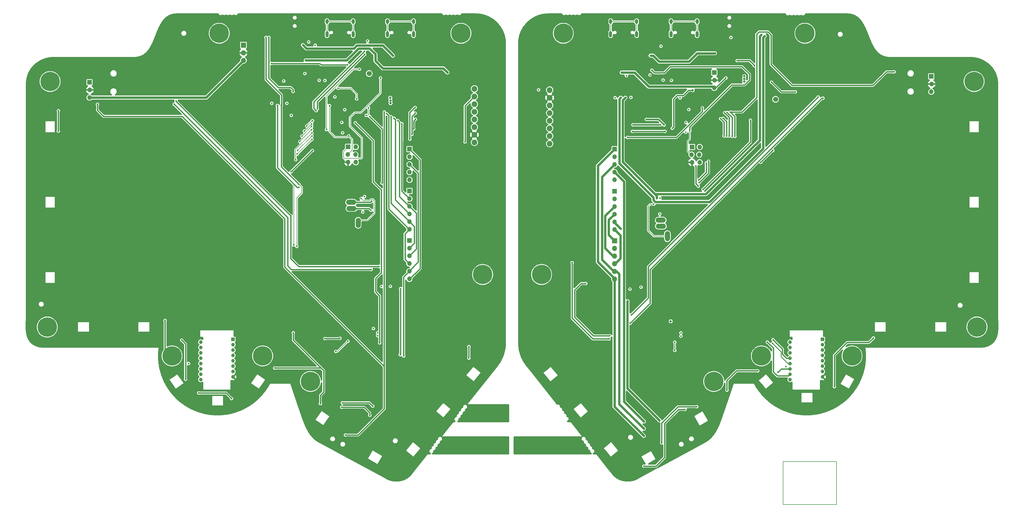
<source format=gbr>
%TF.GenerationSoftware,KiCad,Pcbnew,(6.99.0-4085-g6c752680d7)*%
%TF.CreationDate,2022-11-10T11:06:54+08:00*%
%TF.ProjectId,Rev2.4,52657632-2e34-42e6-9b69-6361645f7063,rev?*%
%TF.SameCoordinates,Original*%
%TF.FileFunction,Copper,L4,Bot*%
%TF.FilePolarity,Positive*%
%FSLAX46Y46*%
G04 Gerber Fmt 4.6, Leading zero omitted, Abs format (unit mm)*
G04 Created by KiCad (PCBNEW (6.99.0-4085-g6c752680d7)) date 2022-11-10 11:06:54*
%MOMM*%
%LPD*%
G01*
G04 APERTURE LIST*
%TA.AperFunction,NonConductor*%
%ADD10C,0.200000*%
%TD*%
%TA.AperFunction,ComponentPad*%
%ADD11C,1.700000*%
%TD*%
%TA.AperFunction,ComponentPad*%
%ADD12C,0.800000*%
%TD*%
%TA.AperFunction,ComponentPad*%
%ADD13C,6.400000*%
%TD*%
%TA.AperFunction,ComponentPad*%
%ADD14R,1.200000X1.200000*%
%TD*%
%TA.AperFunction,ComponentPad*%
%ADD15C,1.200000*%
%TD*%
%TA.AperFunction,ComponentPad*%
%ADD16R,1.700000X1.700000*%
%TD*%
%TA.AperFunction,ComponentPad*%
%ADD17O,1.700000X1.700000*%
%TD*%
%TA.AperFunction,ComponentPad*%
%ADD18O,3.352800X1.676400*%
%TD*%
%TA.AperFunction,ComponentPad*%
%ADD19R,1.524000X1.524000*%
%TD*%
%TA.AperFunction,ComponentPad*%
%ADD20O,1.524000X1.524000*%
%TD*%
%TA.AperFunction,ComponentPad*%
%ADD21O,1.676400X3.352800*%
%TD*%
%TA.AperFunction,ComponentPad*%
%ADD22O,1.000000X2.100000*%
%TD*%
%TA.AperFunction,ComponentPad*%
%ADD23O,1.000000X1.600000*%
%TD*%
%TA.AperFunction,ComponentPad*%
%ADD24C,1.879600*%
%TD*%
%TA.AperFunction,ComponentPad*%
%ADD25C,0.600000*%
%TD*%
%TA.AperFunction,ViaPad*%
%ADD26C,0.600000*%
%TD*%
%TA.AperFunction,ViaPad*%
%ADD27C,0.800000*%
%TD*%
%TA.AperFunction,Conductor*%
%ADD28C,0.400000*%
%TD*%
%TA.AperFunction,Conductor*%
%ADD29C,0.200000*%
%TD*%
%TA.AperFunction,Conductor*%
%ADD30C,0.800000*%
%TD*%
%TA.AperFunction,Conductor*%
%ADD31C,0.250000*%
%TD*%
%TA.AperFunction,Conductor*%
%ADD32C,0.500000*%
%TD*%
%TA.AperFunction,Conductor*%
%ADD33C,0.130000*%
%TD*%
G04 APERTURE END LIST*
D10*
X300010003Y-193520000D02*
X317690003Y-193520000D01*
X317690003Y-193520000D02*
X317690003Y-207700000D01*
X317690003Y-207700000D02*
X300010003Y-207700000D01*
X300010003Y-207700000D02*
X300010003Y-193520000D01*
D11*
%TO.P,J20,1,Pin_1*%
%TO.N,LED_5v*%
X162975000Y-64825000D03*
%TD*%
D12*
%TO.P,DRILL11,1,1*%
%TO.N,/SHIELD11*%
X361778405Y-148874002D03*
X362481349Y-147176946D03*
X362481349Y-150571058D03*
X364178405Y-146474002D03*
D13*
X364178405Y-148874002D03*
D12*
X364178405Y-151274002D03*
X365875461Y-147176946D03*
X365875461Y-150571058D03*
X366578405Y-148874002D03*
%TD*%
D14*
%TO.P,U12,1,NC*%
%TO.N,unconnected-(U12-NC)_1*%
X313019372Y-152959292D03*
D15*
%TO.P,U12,2,NC*%
%TO.N,unconnected-(U12-NC)_4*%
X313019373Y-154739293D03*
%TO.P,U12,3,VDDPIX*%
%TO.N,Net-(U12-VDDPIX)*%
X313019373Y-156519293D03*
%TO.P,U12,4,VDD*%
%TO.N,+1V8_R*%
X313019373Y-158299293D03*
%TO.P,U12,5,VDDIO*%
%TO.N,+3V3_R*%
X313019373Y-160079293D03*
%TO.P,U12,6,NC*%
%TO.N,unconnected-(U12-NC)*%
X313019373Y-161859293D03*
%TO.P,U12,7,NRESET*%
%TO.N,unconnected-(U12-NRESET)*%
X313019373Y-163639293D03*
%TO.P,U12,8,GND*%
%TO.N,GND2*%
X313019373Y-165419293D03*
%TO.P,U12,9,MOTION*%
%TO.N,unconnected-(U12-MOTION)*%
X302319373Y-166309293D03*
%TO.P,U12,10,SCLK*%
%TO.N,SCK_R*%
X302319373Y-164529293D03*
%TO.P,U12,11,MOSI*%
%TO.N,MOSI_R*%
X302319373Y-162749293D03*
%TO.P,U12,12,MISO*%
%TO.N,MISO_R*%
X302319373Y-160969293D03*
%TO.P,U12,13,NCS*%
%TO.N,NCS_R*%
X302319373Y-159189293D03*
%TO.P,U12,14,NC*%
%TO.N,unconnected-(U12-NC)_2*%
X302319373Y-157409293D03*
%TO.P,U12,15,LED_P*%
%TO.N,Net-(U12-LED_P)*%
X302319373Y-155629293D03*
%TO.P,U12,16,NC*%
%TO.N,unconnected-(U12-NC)_3*%
X302319373Y-153849293D03*
%TD*%
D16*
%TO.P,J2,1,Pin_1*%
%TO.N,+5V*%
X121330002Y-55381999D03*
D17*
%TO.P,J2,2,Pin_2*%
%TO.N,GND*%
X121330002Y-57921999D03*
%TO.P,J2,3,Pin_3*%
%TO.N,LED_5v_OUT*%
X121330002Y-60461999D03*
%TD*%
D12*
%TO.P,DRILL1,1,1*%
%TO.N,/SHIELD1*%
X125294998Y-158456551D03*
X125997942Y-156759495D03*
X125997942Y-160153607D03*
X127694998Y-156056551D03*
D13*
X127694998Y-158456551D03*
D12*
X127694998Y-160856551D03*
X129392054Y-156759495D03*
X129392054Y-160153607D03*
X130094998Y-158456551D03*
%TD*%
%TO.P,DRILL3,1,1*%
%TO.N,/SHIELD3*%
X290415139Y-158456548D03*
X291118083Y-156759492D03*
X291118083Y-160153604D03*
X292815139Y-156056548D03*
D13*
X292815139Y-158456548D03*
D12*
X292815139Y-160856548D03*
X294512195Y-156759492D03*
X294512195Y-160153604D03*
X295215139Y-158456548D03*
%TD*%
D18*
%TO.P,J29,1,Pin_1*%
%TO.N,OUT+_R*%
X259474999Y-113439999D03*
%TD*%
D19*
%TO.P,J11,1,Pin_1*%
%TO.N,col3_R*%
X244204999Y-89891751D03*
D20*
%TO.P,J11,2,Pin_2*%
%TO.N,row1_R*%
X244204999Y-92431751D03*
%TO.P,J11,3,Pin_3*%
%TO.N,col2_R*%
X244204999Y-94971751D03*
%TO.P,J11,4,Pin_4*%
%TO.N,col1_R*%
X244204999Y-97511751D03*
%TO.P,J11,5,Pin_5*%
%TO.N,row2_R*%
X244204999Y-100051751D03*
%TD*%
D19*
%TO.P,J17,1,VCC*%
%TO.N,+5V*%
X155987002Y-89158199D03*
D20*
%TO.P,J17,2,SWDIO/TMS*%
%TO.N,SWDIO*%
X158527002Y-89158199D03*
%TO.P,J17,3,~{RESET}*%
%TO.N,/Left/nRST*%
X155860002Y-91698199D03*
%TO.P,J17,4,SWDCLK/TCK*%
%TO.N,SWCLK*%
X158400002Y-91698199D03*
%TO.P,J17,5,GND*%
%TO.N,GND*%
X155987002Y-94238199D03*
%TO.P,J17,6,SWO/TDO*%
%TO.N,unconnected-(J17-SWO{slash}TDO)*%
X158527002Y-94238199D03*
%TD*%
D21*
%TO.P,J25,1,Pin_1*%
%TO.N,Net-(IC1-IN{slash}TRIG)*%
X261694999Y-118769999D03*
%TD*%
D12*
%TO.P,DRILL12,1,1*%
%TO.N,/SHIELD12*%
X360839131Y-67679177D03*
X361391492Y-65927313D03*
X361687308Y-69308509D03*
X363020824Y-65079136D03*
D13*
X363229998Y-67470003D03*
D12*
X363439172Y-69860870D03*
X364772688Y-65631497D03*
X365068504Y-69012693D03*
X365620865Y-67260829D03*
%TD*%
D22*
%TO.P,J24,S1,SHIELD*%
%TO.N,Net-(J24-SHIELD)*%
X251524999Y-51751751D03*
D23*
X251524999Y-47571751D03*
D22*
X242884999Y-51751751D03*
D23*
X242884999Y-47571751D03*
%TD*%
D18*
%TO.P,J14,1,Pin_1*%
%TO.N,OUT-*%
X157104999Y-109571751D03*
%TD*%
D12*
%TO.P,DRILL13,1,1*%
%TO.N,/SHIELD13*%
X304830003Y-51470001D03*
X305532947Y-49772945D03*
X305532947Y-53167057D03*
X307230003Y-49070001D03*
D13*
X307230003Y-51470001D03*
D12*
X307230003Y-53870001D03*
X308927059Y-49772945D03*
X308927059Y-53167057D03*
X309630003Y-51470001D03*
%TD*%
D19*
%TO.P,J4,1,Pin_1*%
%TO.N,col3*%
X176330002Y-89889999D03*
D20*
%TO.P,J4,2,Pin_2*%
%TO.N,row1*%
X176330002Y-92429999D03*
%TO.P,J4,3,Pin_3*%
%TO.N,col2*%
X176330002Y-94969999D03*
%TO.P,J4,4,Pin_4*%
%TO.N,col1*%
X176330002Y-97509999D03*
%TO.P,J4,5,Pin_5*%
%TO.N,row2*%
X176330002Y-100049999D03*
%TD*%
D19*
%TO.P,J28,1,VCC*%
%TO.N,+5V_R*%
X269831999Y-89159999D03*
D20*
%TO.P,J28,2,SWDIO/TMS*%
%TO.N,SWDIO_R*%
X272371999Y-89159999D03*
%TO.P,J28,3,~{RESET}*%
%TO.N,/Right/nRST_R*%
X269704999Y-91699999D03*
%TO.P,J28,4,SWDCLK/TCK*%
%TO.N,SWCLK_R*%
X272244999Y-91699999D03*
%TO.P,J28,5,GND*%
%TO.N,GND2*%
X269831999Y-94239999D03*
%TO.P,J28,6,SWO/TDO*%
%TO.N,unconnected-(J28-SWO{slash}TDO)*%
X272371999Y-94239999D03*
%TD*%
D19*
%TO.P,J5,1,Pin_1*%
%TO.N,row4*%
X176300002Y-103779999D03*
D20*
%TO.P,J5,2,Pin_2*%
%TO.N,row3*%
X176300002Y-106319999D03*
%TO.P,J5,3,Pin_3*%
%TO.N,col4*%
X176300002Y-108859999D03*
%TO.P,J5,4,Pin_4*%
%TO.N,col5*%
X176300002Y-111399999D03*
%TO.P,J5,5,Pin_5*%
%TO.N,col6*%
X176300002Y-113939999D03*
%TO.P,J5,6,Pin_6*%
%TO.N,row5*%
X176300002Y-116479999D03*
%TD*%
D24*
%TO.P,J16,1,VCC*%
%TO.N,+3V3_R*%
X222725000Y-70281752D03*
%TO.P,J16,2,GND*%
%TO.N,GND2*%
X222725000Y-72821752D03*
%TO.P,J16,3,MOSI*%
%TO.N,MOSI_R*%
X222725000Y-75361752D03*
%TO.P,J16,4,SCK*%
%TO.N,SCK_R*%
X222725000Y-77901752D03*
%TO.P,J16,5,~{CS}*%
%TO.N,OLED_CS_R*%
X222725000Y-80441752D03*
%TO.P,J16,6,D/C*%
%TO.N,DC_R*%
X222725000Y-82981752D03*
%TO.P,J16,7,RST*%
%TO.N,RST_R*%
X222725000Y-85521752D03*
%TO.P,J16,8,BL*%
%TO.N,LCD_BL_R*%
X222725000Y-88061752D03*
%TD*%
D25*
%TO.P,U2,57,GND*%
%TO.N,GND*%
X152055003Y-77695000D03*
X152055003Y-78970000D03*
X152055003Y-80245000D03*
X153330003Y-77695000D03*
X153330003Y-78970000D03*
X153330003Y-80245000D03*
X154605003Y-77695000D03*
X154605003Y-78970000D03*
X154605003Y-80245000D03*
%TD*%
D11*
%TO.P,J31,1,Pin_1*%
%TO.N,LED_5v_R*%
X297505000Y-73371752D03*
%TD*%
D19*
%TO.P,J10,1,Pin_1*%
%TO.N,+5V_R*%
X349049999Y-65771499D03*
D20*
%TO.P,J10,2,Pin_2*%
%TO.N,GND2*%
X349176999Y-68311499D03*
%TO.P,J10,3,Pin_3*%
%TO.N,LED_5v_R_OUT*%
X349049999Y-70851499D03*
%TD*%
D19*
%TO.P,J21,1,Pin_1*%
%TO.N,+5V*%
X70374999Y-67709999D03*
D20*
%TO.P,J21,2,Pin_2*%
%TO.N,GND*%
X70501999Y-70249999D03*
%TO.P,J21,3,Pin_3*%
%TO.N,LED_5v_OUT*%
X70374999Y-72789999D03*
%TD*%
D22*
%TO.P,J30,S1,SHIELD*%
%TO.N,Net-(J30-SHIELD)*%
X271524999Y-51751751D03*
D23*
X271524999Y-47571751D03*
D22*
X262884999Y-51751751D03*
D23*
X262884999Y-47571751D03*
%TD*%
D12*
%TO.P,DRILL14,1,1*%
%TO.N,/SHIELD14*%
X224830006Y-51470000D03*
X225532950Y-49772944D03*
X225532950Y-53167056D03*
X227230006Y-49070000D03*
D13*
X227230006Y-51470000D03*
D12*
X227230006Y-53870000D03*
X228927062Y-49772944D03*
X228927062Y-53167056D03*
X229630006Y-51470000D03*
%TD*%
%TO.P,DRILL4,1,1*%
%TO.N,/SHIELD4*%
X320415137Y-158456545D03*
X321118081Y-156759489D03*
X321118081Y-160153601D03*
X322815137Y-156056545D03*
D13*
X322815137Y-158456545D03*
D12*
X322815137Y-160856545D03*
X324512193Y-156759489D03*
X324512193Y-160153601D03*
X325215137Y-158456545D03*
%TD*%
D22*
%TO.P,J8,S1,SHIELD*%
%TO.N,Net-(J8-SHIELD)*%
X177650002Y-51749999D03*
D23*
X177650002Y-47569999D03*
D22*
X169010002Y-51749999D03*
D23*
X169010002Y-47569999D03*
%TD*%
D12*
%TO.P,DRILL15,1,1*%
%TO.N,/SHIELD15*%
X217630001Y-131469996D03*
X218332945Y-129772940D03*
X218332945Y-133167052D03*
X220030001Y-129069996D03*
D13*
X220030001Y-131469996D03*
D12*
X220030001Y-133869996D03*
X221727057Y-129772940D03*
X221727057Y-133167052D03*
X222430001Y-131469996D03*
%TD*%
D18*
%TO.P,J26,1,Pin_1*%
%TO.N,OUT-_R*%
X259534999Y-115429999D03*
%TD*%
%TO.P,J18,1,Pin_1*%
%TO.N,OUT+*%
X157000202Y-107508349D03*
%TD*%
D12*
%TO.P,DRILL10,1,1*%
%TO.N,/SHIELD10*%
X141120003Y-166926301D03*
X141822947Y-165229245D03*
X141822947Y-168623357D03*
X143520003Y-164526301D03*
D13*
X143520003Y-166926301D03*
D12*
X143520003Y-169326301D03*
X145217059Y-165229245D03*
X145217059Y-168623357D03*
X145920003Y-166926301D03*
%TD*%
D19*
%TO.P,J9,1,Pin_1*%
%TO.N,+5V_R*%
X277204999Y-64487971D03*
D20*
%TO.P,J9,2,Pin_2*%
%TO.N,GND2*%
X277331999Y-67027971D03*
%TO.P,J9,3,Pin_3*%
%TO.N,LED_5v_R_OUT*%
X277204999Y-69567971D03*
%TD*%
D12*
%TO.P,DRILL5,1,1*%
%TO.N,/SHIELD5*%
X53982004Y-148874000D03*
X54684948Y-147176944D03*
X54684948Y-150571056D03*
X56382004Y-146474000D03*
D13*
X56382004Y-148874000D03*
D12*
X56382004Y-151274000D03*
X58079060Y-147176944D03*
X58079060Y-150571056D03*
X58782004Y-148874000D03*
%TD*%
D14*
%TO.P,U3,1,NC*%
%TO.N,unconnected-(U3-NC)_1*%
X117899233Y-152959298D03*
D15*
%TO.P,U3,2,NC*%
%TO.N,unconnected-(U3-NC)_4*%
X117899234Y-154739299D03*
%TO.P,U3,3,VDDPIX*%
%TO.N,Net-(U3-VDDPIX)*%
X117899234Y-156519299D03*
%TO.P,U3,4,VDD*%
%TO.N,+1V8*%
X117899234Y-158299299D03*
%TO.P,U3,5,VDDIO*%
%TO.N,+3V3*%
X117899234Y-160079299D03*
%TO.P,U3,6,NC*%
%TO.N,unconnected-(U3-NC)*%
X117899234Y-161859299D03*
%TO.P,U3,7,NRESET*%
%TO.N,unconnected-(U3-NRESET)*%
X117899234Y-163639299D03*
%TO.P,U3,8,GND*%
%TO.N,GND*%
X117899234Y-165419299D03*
%TO.P,U3,9,MOTION*%
%TO.N,MOTION*%
X107199234Y-166309299D03*
%TO.P,U3,10,SCLK*%
%TO.N,SCK*%
X107199234Y-164529299D03*
%TO.P,U3,11,MOSI*%
%TO.N,MOSI*%
X107199234Y-162749299D03*
%TO.P,U3,12,MISO*%
%TO.N,MISO*%
X107199234Y-160969299D03*
%TO.P,U3,13,NCS*%
%TO.N,NCS*%
X107199234Y-159189299D03*
%TO.P,U3,14,NC*%
%TO.N,unconnected-(U3-NC)_2*%
X107199234Y-157409299D03*
%TO.P,U3,15,LED_P*%
%TO.N,Net-(U3-LED_P)*%
X107199234Y-155629299D03*
%TO.P,U3,16,NC*%
%TO.N,unconnected-(U3-NC)_3*%
X107199234Y-153849299D03*
%TD*%
D21*
%TO.P,J12,1,Pin_1*%
%TO.N,Net-(IC2-IN{slash}TRIG)*%
X159324999Y-114324999D03*
%TD*%
D12*
%TO.P,DRILL2,1,1*%
%TO.N,/SHIELD2*%
X95295000Y-158456554D03*
X95997944Y-156759498D03*
X95997944Y-160153610D03*
X97695000Y-156056554D03*
D13*
X97695000Y-158456554D03*
D12*
X97695000Y-160856554D03*
X99392056Y-156759498D03*
X99392056Y-160153610D03*
X100095000Y-158456554D03*
%TD*%
%TO.P,DRILL8,1,1*%
%TO.N,/SHIELD8*%
X190930003Y-51470000D03*
X191632947Y-49772944D03*
X191632947Y-53167056D03*
X193330003Y-49070000D03*
D13*
X193330003Y-51470000D03*
D12*
X193330003Y-53870000D03*
X195027059Y-49772944D03*
X195027059Y-53167056D03*
X195730003Y-51470000D03*
%TD*%
D25*
%TO.P,U9,57,GND*%
%TO.N,GND2*%
X265930000Y-77696752D03*
X265930000Y-78971752D03*
X265930000Y-80246752D03*
X267205000Y-77696752D03*
X267205000Y-78971752D03*
X267205000Y-80246752D03*
X268480000Y-77696752D03*
X268480000Y-78971752D03*
X268480000Y-80246752D03*
%TD*%
D19*
%TO.P,J1,1,Pin_1*%
%TO.N,col5*%
X176260002Y-120229999D03*
D20*
%TO.P,J1,2,Pin_2*%
%TO.N,col6*%
X176260002Y-122769999D03*
%TO.P,J1,3,Pin_3*%
%TO.N,col4*%
X176260002Y-125309999D03*
%TO.P,J1,4,Pin_4*%
%TO.N,row5*%
X176260002Y-127849999D03*
%TO.P,J1,5,Pin_5*%
%TO.N,col2*%
X176260002Y-130389999D03*
%TO.P,J1,6,Pin_6*%
%TO.N,col3*%
X176260002Y-132929999D03*
%TD*%
D19*
%TO.P,J13,1,Pin_1*%
%TO.N,row4_R*%
X244170002Y-103819999D03*
D20*
%TO.P,J13,2,Pin_2*%
%TO.N,row3_R*%
X244170002Y-106359999D03*
%TO.P,J13,3,Pin_3*%
%TO.N,col4_R*%
X244170002Y-108899999D03*
%TO.P,J13,4,Pin_4*%
%TO.N,col5_R*%
X244170002Y-111439999D03*
%TO.P,J13,5,Pin_5*%
%TO.N,col6_R*%
X244170002Y-113979999D03*
%TO.P,J13,6,Pin_6*%
%TO.N,row5_R*%
X244170002Y-116519999D03*
%TD*%
D12*
%TO.P,DRILL9,1,1*%
%TO.N,/SHIELD9*%
X198130000Y-131469999D03*
X198832944Y-129772943D03*
X198832944Y-133167055D03*
X200530000Y-129069999D03*
D13*
X200530000Y-131469999D03*
D12*
X200530000Y-133869999D03*
X202227056Y-129772943D03*
X202227056Y-133167055D03*
X202930000Y-131469999D03*
%TD*%
D16*
%TO.P,J7,1,Pin_1*%
%TO.N,col5_R*%
X244180002Y-120249999D03*
D17*
%TO.P,J7,2,Pin_2*%
%TO.N,col6_R*%
X244180002Y-122789999D03*
%TO.P,J7,3,Pin_3*%
%TO.N,col4_R*%
X244180002Y-125329999D03*
%TO.P,J7,4,Pin_4*%
%TO.N,row5_R*%
X244180002Y-127869999D03*
%TO.P,J7,5,Pin_5*%
%TO.N,col2_R*%
X244180002Y-130409999D03*
%TO.P,J7,6,Pin_6*%
%TO.N,col3_R*%
X244180002Y-132949999D03*
%TD*%
D22*
%TO.P,J19,S1,SHIELD*%
%TO.N,Net-(J19-SHIELD)*%
X157650002Y-51749999D03*
D23*
X157650002Y-47569999D03*
D22*
X149010002Y-51749999D03*
D23*
X149010002Y-47569999D03*
%TD*%
D24*
%TO.P,J6,1,VCC*%
%TO.N,+3V3*%
X197810003Y-87660000D03*
%TO.P,J6,2,GND*%
%TO.N,GND*%
X197810003Y-85120000D03*
%TO.P,J6,3,MOSI*%
%TO.N,MOSI*%
X197810003Y-82580000D03*
%TO.P,J6,4,SCK*%
%TO.N,SCK*%
X197810003Y-80040000D03*
%TO.P,J6,5,~{CS}*%
%TO.N,OLED_CS*%
X197810003Y-77500000D03*
%TO.P,J6,6,D/C*%
%TO.N,DC*%
X197810003Y-74960000D03*
%TO.P,J6,7,RST*%
%TO.N,RST*%
X197810003Y-72420000D03*
%TO.P,J6,8,BL*%
%TO.N,LCD_BL*%
X197810003Y-69880000D03*
%TD*%
D12*
%TO.P,DRILL16,1,1*%
%TO.N,/SHIELD16*%
X274639703Y-166926300D03*
X275342647Y-165229244D03*
X275342647Y-168623356D03*
X277039703Y-164526300D03*
D13*
X277039703Y-166926300D03*
D12*
X277039703Y-169326300D03*
X278736759Y-165229244D03*
X278736759Y-168623356D03*
X279439703Y-166926300D03*
%TD*%
%TO.P,DRILL6,1,1*%
%TO.N,/SHIELD6*%
X54930006Y-67470002D03*
X55632950Y-65772946D03*
X55632950Y-69167058D03*
X57330006Y-65070002D03*
D13*
X57330006Y-67470002D03*
D12*
X57330006Y-69870002D03*
X59027062Y-65772946D03*
X59027062Y-69167058D03*
X59730006Y-67470002D03*
%TD*%
%TO.P,DRILL7,1,1*%
%TO.N,/SHIELD7*%
X110930003Y-51470001D03*
X111632947Y-49772945D03*
X111632947Y-53167057D03*
X113330003Y-49070001D03*
D13*
X113330003Y-51470001D03*
D12*
X113330003Y-53870001D03*
X115027059Y-49772945D03*
X115027059Y-53167057D03*
X115730003Y-51470001D03*
%TD*%
D26*
%TO.N,AUDIO*%
X167225000Y-101150000D03*
X163175000Y-79100000D03*
%TO.N,GND*%
X122830000Y-126660000D03*
X77880000Y-102900000D03*
X77910000Y-112850000D03*
X114050000Y-135430000D03*
X80420000Y-101630000D03*
X79150000Y-90120000D03*
X125730000Y-85090000D03*
X124070000Y-114170000D03*
X191050000Y-62450000D03*
X81720000Y-115390000D03*
X155755003Y-71470000D03*
X106430000Y-126660000D03*
X86800000Y-116660000D03*
X122830000Y-130350000D03*
X107700000Y-124120000D03*
X124070000Y-120400000D03*
X108970000Y-130350000D03*
X100780000Y-63550000D03*
X100780000Y-59740000D03*
X105160000Y-134160000D03*
X118990000Y-112900000D03*
X125850000Y-170075000D03*
X106400000Y-111630000D03*
X110210000Y-107820000D03*
X84230000Y-91390000D03*
X120290000Y-135430000D03*
X115210000Y-126660000D03*
X107670000Y-121670000D03*
X107670000Y-114170000D03*
X112750000Y-112900000D03*
X84260000Y-106620000D03*
X106400000Y-116590000D03*
X82960000Y-100360000D03*
X107670000Y-116590000D03*
X119020000Y-130350000D03*
X114020000Y-111630000D03*
X106430000Y-134160000D03*
X107700000Y-132890000D03*
X110210000Y-110360000D03*
X80420000Y-102900000D03*
X103320000Y-57200000D03*
X121530000Y-121670000D03*
X80450000Y-116660000D03*
X84230000Y-92660000D03*
X82960000Y-96470000D03*
X79180000Y-114120000D03*
X142780003Y-65795000D03*
X86770000Y-96470000D03*
X128270000Y-85090000D03*
X118990000Y-115320000D03*
X169850000Y-191700000D03*
X117720000Y-112900000D03*
X106430000Y-124120000D03*
X79150000Y-101630000D03*
X120650000Y-86360000D03*
X77910000Y-116660000D03*
X112780000Y-122850000D03*
X81720000Y-112850000D03*
X85500000Y-91390000D03*
X124460000Y-88900000D03*
X79180000Y-115390000D03*
X133710003Y-67280000D03*
X111480000Y-111630000D03*
X84230000Y-97820000D03*
X122830000Y-135430000D03*
X198425000Y-159475000D03*
X119020000Y-129200000D03*
X114050000Y-132890000D03*
X116480000Y-129200000D03*
X120290000Y-136700000D03*
X120260000Y-112900000D03*
X157275000Y-54700000D03*
X111510000Y-132890000D03*
X81690000Y-91390000D03*
X122800000Y-110360000D03*
X85530000Y-110430000D03*
X111510000Y-131620000D03*
X77880000Y-90120000D03*
X122830000Y-132890000D03*
X114050000Y-122850000D03*
X121560000Y-124120000D03*
X115210000Y-129200000D03*
X120290000Y-125390000D03*
X119020000Y-131620000D03*
X115180000Y-115320000D03*
X81690000Y-90120000D03*
X85500000Y-104170000D03*
X124070000Y-107820000D03*
X107700000Y-135430000D03*
X117750000Y-135430000D03*
X79180000Y-116660000D03*
X84230000Y-90120000D03*
X106400000Y-112900000D03*
X102050000Y-58470000D03*
X85500000Y-90120000D03*
X86770000Y-102900000D03*
X81690000Y-95200000D03*
X106430000Y-122850000D03*
X126755000Y-51521752D03*
X122830000Y-136700000D03*
X60650000Y-85700000D03*
X127000000Y-87630000D03*
X104590000Y-58470000D03*
X106400000Y-120400000D03*
X117750000Y-130350000D03*
X121530000Y-114170000D03*
X80450000Y-115390000D03*
X111510000Y-135430000D03*
X80450000Y-110430000D03*
X96970000Y-59740000D03*
X86770000Y-92660000D03*
X149230003Y-67020000D03*
X186875000Y-179750000D03*
X116450000Y-117860000D03*
X165180000Y-62296752D03*
X118990000Y-117860000D03*
X98240000Y-61010000D03*
X105130000Y-110360000D03*
X124100000Y-134160000D03*
X120650000Y-83820000D03*
X110240000Y-129200000D03*
X122800000Y-119130000D03*
X116480000Y-130350000D03*
X156730003Y-71470000D03*
X124070000Y-117860000D03*
X106430000Y-136700000D03*
X118990000Y-116590000D03*
X121560000Y-136700000D03*
X119020000Y-134160000D03*
X79150000Y-93930000D03*
X80420000Y-95200000D03*
X117720000Y-115320000D03*
X143680003Y-58695000D03*
X105130000Y-115320000D03*
X143075000Y-72900000D03*
X96970000Y-58470000D03*
X102050000Y-57200000D03*
X124100000Y-135430000D03*
X110240000Y-131620000D03*
X121530000Y-111630000D03*
X84230000Y-100360000D03*
X121560000Y-127930000D03*
X119020000Y-126660000D03*
X80420000Y-100360000D03*
X108970000Y-122850000D03*
X105160000Y-124120000D03*
X125730000Y-86360000D03*
X122830000Y-134160000D03*
X81720000Y-106620000D03*
X110240000Y-126660000D03*
X86800000Y-105350000D03*
X95700000Y-61010000D03*
X108970000Y-131620000D03*
X120290000Y-126660000D03*
X80420000Y-97820000D03*
X106430000Y-130350000D03*
X144755003Y-63945000D03*
X124100000Y-122850000D03*
X172300000Y-72825000D03*
X80450000Y-105350000D03*
X108970000Y-136700000D03*
X121530000Y-109090000D03*
X84260000Y-117930000D03*
X97693506Y-142981498D03*
X116480000Y-136700000D03*
X124460000Y-82550000D03*
X77910000Y-114120000D03*
X85530000Y-116660000D03*
X116480000Y-135430000D03*
X105130000Y-117860000D03*
X111480000Y-110360000D03*
X82990000Y-112850000D03*
X77880000Y-104170000D03*
X82960000Y-95200000D03*
X82960000Y-104170000D03*
X114020000Y-121670000D03*
X120290000Y-129200000D03*
X108940000Y-112900000D03*
X115180000Y-114170000D03*
X127000000Y-86360000D03*
X111510000Y-129200000D03*
X145755003Y-62345000D03*
X84230000Y-96470000D03*
X119020000Y-127930000D03*
X100780000Y-58470000D03*
X120260000Y-107820000D03*
X105160000Y-131620000D03*
X115210000Y-127930000D03*
X151675000Y-70750000D03*
X85500000Y-96470000D03*
X105130000Y-121670000D03*
X80420000Y-93930000D03*
X146805003Y-76020000D03*
X85530000Y-117930000D03*
X105130000Y-114170000D03*
X82960000Y-90120000D03*
X125730000Y-87630000D03*
X106400000Y-114170000D03*
X115180000Y-121670000D03*
X102050000Y-61010000D03*
X116450000Y-107820000D03*
X82960000Y-93930000D03*
X104590000Y-61010000D03*
X115210000Y-134160000D03*
X121920000Y-86360000D03*
X165005000Y-50071752D03*
X121560000Y-129200000D03*
X116480000Y-131620000D03*
X177225000Y-54625000D03*
X106400000Y-109090000D03*
X108940000Y-109090000D03*
X107700000Y-125390000D03*
X116450000Y-111630000D03*
X152700000Y-70775000D03*
X77910000Y-119200000D03*
X81720000Y-116660000D03*
X112780000Y-130350000D03*
X116480000Y-127930000D03*
X98240000Y-58470000D03*
X99510000Y-61010000D03*
X114050000Y-127930000D03*
X112750000Y-114170000D03*
X149355001Y-88394999D03*
X100780000Y-57200000D03*
X115210000Y-122850000D03*
X118990000Y-121670000D03*
X77910000Y-109160000D03*
X60650000Y-110700000D03*
X77880000Y-92660000D03*
X107670000Y-111630000D03*
X80450000Y-117930000D03*
X124070000Y-119130000D03*
X117750000Y-125390000D03*
X110210000Y-117860000D03*
X84260000Y-109160000D03*
X155500000Y-58400000D03*
X112780000Y-136700000D03*
X79150000Y-100360000D03*
X119380000Y-82550000D03*
X121560000Y-126660000D03*
X95700000Y-59740000D03*
X116450000Y-119130000D03*
X81720000Y-107890000D03*
X121920000Y-88900000D03*
X114020000Y-107820000D03*
X169400000Y-54050000D03*
X115210000Y-136700000D03*
X114020000Y-119130000D03*
X145330003Y-62770000D03*
X79150000Y-92660000D03*
X120260000Y-111630000D03*
X55675000Y-79775000D03*
X149375000Y-53475000D03*
X80450000Y-109160000D03*
X80420000Y-104170000D03*
X105130000Y-111630000D03*
X82990000Y-115390000D03*
X157730003Y-71470000D03*
X86800000Y-117930000D03*
X108940000Y-114170000D03*
X77910000Y-111700000D03*
X120290000Y-127930000D03*
X121920000Y-87630000D03*
X122800000Y-114170000D03*
X85530000Y-107890000D03*
X112780000Y-129200000D03*
X106430000Y-131620000D03*
X117720000Y-121670000D03*
X79150000Y-95200000D03*
X120290000Y-122850000D03*
X118990000Y-107820000D03*
X84230000Y-102900000D03*
X158670000Y-62393248D03*
X112750000Y-119130000D03*
X82960000Y-92660000D03*
X119020000Y-132890000D03*
X121530000Y-112900000D03*
X86770000Y-90120000D03*
X115210000Y-131620000D03*
X105130000Y-112900000D03*
X122830000Y-122850000D03*
X86800000Y-119200000D03*
X117720000Y-120400000D03*
X118990000Y-111630000D03*
X77880000Y-95200000D03*
X77880000Y-97820000D03*
X112750000Y-107820000D03*
X80420000Y-91390000D03*
X124460000Y-85090000D03*
X107670000Y-117860000D03*
X80420000Y-96470000D03*
X120260000Y-115320000D03*
X112750000Y-111630000D03*
X127000000Y-82550000D03*
X151580003Y-84320000D03*
X106400000Y-119130000D03*
X114020000Y-112900000D03*
X114050000Y-130350000D03*
X110240000Y-124120000D03*
X124460000Y-86360000D03*
X80450000Y-106620000D03*
X79150000Y-96470000D03*
X77880000Y-99090000D03*
X119020000Y-136700000D03*
X108940000Y-120400000D03*
X124100000Y-129200000D03*
X127000000Y-88900000D03*
X105160000Y-127930000D03*
X112780000Y-126660000D03*
X96970000Y-62280000D03*
X176975000Y-192625000D03*
X82990000Y-109160000D03*
X121560000Y-131620000D03*
X86770000Y-99090000D03*
X111480000Y-121670000D03*
X172505000Y-64721752D03*
X115180000Y-111630000D03*
X95700000Y-57200000D03*
X120260000Y-114170000D03*
X124100000Y-132890000D03*
X120650000Y-88900000D03*
X107670000Y-112900000D03*
X106430000Y-129200000D03*
X121560000Y-122850000D03*
X84260000Y-115390000D03*
X122830000Y-125390000D03*
X121530000Y-120400000D03*
X120650000Y-82550000D03*
X177275000Y-53375000D03*
X127000000Y-83820000D03*
X122830000Y-131620000D03*
X85530000Y-119200000D03*
X107670000Y-110360000D03*
X85530000Y-112850000D03*
X86800000Y-110430000D03*
X105160000Y-132890000D03*
X124100000Y-126660000D03*
X85500000Y-99090000D03*
X125730000Y-83820000D03*
X111480000Y-115320000D03*
X104590000Y-63550000D03*
X85530000Y-111700000D03*
X79180000Y-117930000D03*
X84260000Y-105350000D03*
X132075002Y-147650000D03*
X124100000Y-136700000D03*
X103320000Y-61010000D03*
X122800000Y-117860000D03*
X105130000Y-116590000D03*
X122800000Y-116590000D03*
X174300000Y-59600000D03*
X165975000Y-135800000D03*
X85500000Y-101630000D03*
X77880000Y-101630000D03*
X123190000Y-87630000D03*
X118990000Y-110360000D03*
X111480000Y-117860000D03*
X111510000Y-125390000D03*
X111480000Y-107820000D03*
X183375000Y-51450000D03*
X80420000Y-92660000D03*
X188275000Y-171525000D03*
X86770000Y-101630000D03*
X117720000Y-116590000D03*
X161699997Y-69308504D03*
X108940000Y-119130000D03*
X117720000Y-117860000D03*
X120290000Y-134160000D03*
X125730000Y-82550000D03*
X108940000Y-110360000D03*
X124070000Y-116590000D03*
X119020000Y-122850000D03*
X85500000Y-93930000D03*
X108940000Y-116590000D03*
X115210000Y-135430000D03*
X111480000Y-114170000D03*
X86800000Y-107890000D03*
X119380000Y-87630000D03*
X117720000Y-107820000D03*
X121920000Y-85090000D03*
X85530000Y-109160000D03*
X103320000Y-63550000D03*
X112750000Y-121670000D03*
X116450000Y-110360000D03*
X79180000Y-109160000D03*
X85530000Y-115390000D03*
X114020000Y-109090000D03*
X122425000Y-50325000D03*
X110210000Y-114170000D03*
X119380000Y-88900000D03*
X112750000Y-120400000D03*
X86800000Y-115390000D03*
X105160000Y-122850000D03*
X114020000Y-115320000D03*
X122800000Y-120400000D03*
X124460000Y-87630000D03*
X116450000Y-121670000D03*
X102050000Y-59740000D03*
X107670000Y-119130000D03*
X82960000Y-101630000D03*
X79180000Y-119200000D03*
X122830000Y-127930000D03*
X112750000Y-117860000D03*
X80450000Y-107890000D03*
X80420000Y-90120000D03*
X95700000Y-63550000D03*
X118990000Y-119130000D03*
X112780000Y-132890000D03*
X99510000Y-59740000D03*
X114050000Y-125390000D03*
X123190000Y-83820000D03*
X81690000Y-99090000D03*
X102050000Y-63550000D03*
X123190000Y-85090000D03*
X108970000Y-135430000D03*
X112750000Y-116590000D03*
X81720000Y-111700000D03*
X128270000Y-88900000D03*
X77910000Y-110430000D03*
X77910000Y-106620000D03*
X100780000Y-62280000D03*
X86770000Y-97820000D03*
X79150000Y-99090000D03*
X163525000Y-108500000D03*
X80450000Y-111700000D03*
X114020000Y-120400000D03*
X107670000Y-120400000D03*
X115210000Y-130350000D03*
X105130000Y-120400000D03*
X77910000Y-117930000D03*
X120260000Y-117860000D03*
X84260000Y-114120000D03*
X82990000Y-119200000D03*
X161325000Y-53800000D03*
X55600000Y-104700000D03*
X120650000Y-87630000D03*
X202100000Y-140650000D03*
X111510000Y-130350000D03*
X115180000Y-107820000D03*
X120290000Y-124120000D03*
X117750000Y-126660000D03*
X112780000Y-135430000D03*
X107700000Y-134160000D03*
X81690000Y-104170000D03*
X122800000Y-115320000D03*
X82990000Y-111700000D03*
X115180000Y-109090000D03*
X110240000Y-125390000D03*
X114050000Y-134160000D03*
X122830000Y-124120000D03*
X108940000Y-121670000D03*
X108970000Y-132890000D03*
X121560000Y-135430000D03*
X123190000Y-82550000D03*
X85500000Y-97820000D03*
X121530000Y-117860000D03*
X81720000Y-105350000D03*
X104590000Y-62280000D03*
X80420000Y-99090000D03*
X111510000Y-136700000D03*
X122830000Y-129200000D03*
X103320000Y-62280000D03*
X146805003Y-79970000D03*
X98240000Y-57200000D03*
X121530000Y-116590000D03*
X96970000Y-63550000D03*
X80450000Y-112850000D03*
X85500000Y-92660000D03*
X120260000Y-116590000D03*
X77880000Y-96470000D03*
X85530000Y-105350000D03*
X117750000Y-124120000D03*
X79150000Y-102900000D03*
X111480000Y-109090000D03*
X77910000Y-115390000D03*
X192800000Y-155700000D03*
X86770000Y-93930000D03*
X110240000Y-134160000D03*
X86770000Y-100360000D03*
X123190000Y-86360000D03*
X84260000Y-112850000D03*
X108940000Y-111630000D03*
X106400000Y-107820000D03*
X106400000Y-115320000D03*
X117720000Y-111630000D03*
X112780000Y-125390000D03*
X117750000Y-129200000D03*
X66375000Y-66375000D03*
X122800000Y-109090000D03*
X117720000Y-109090000D03*
X147200000Y-182375000D03*
X177550000Y-184550000D03*
X105130000Y-109090000D03*
X154430003Y-86470000D03*
X84260000Y-119200000D03*
X108970000Y-124120000D03*
X121325000Y-155875000D03*
X110210000Y-109090000D03*
X162950000Y-110750000D03*
X81690000Y-100360000D03*
X107670000Y-115320000D03*
X85500000Y-102900000D03*
X85500000Y-100360000D03*
X116480000Y-126660000D03*
X96970000Y-57200000D03*
X86770000Y-95200000D03*
X124070000Y-111630000D03*
X82990000Y-107890000D03*
X107700000Y-130350000D03*
X110210000Y-119130000D03*
X105160000Y-125390000D03*
X55750000Y-129700000D03*
X108940000Y-117860000D03*
X71600000Y-145550000D03*
X121560000Y-125390000D03*
X114020000Y-114170000D03*
X117750000Y-132890000D03*
X117750000Y-134160000D03*
X124070000Y-109090000D03*
X115180000Y-112900000D03*
X121560000Y-132890000D03*
X82990000Y-110430000D03*
X82990000Y-114120000D03*
X105130000Y-119130000D03*
X117750000Y-127930000D03*
X84260000Y-107890000D03*
X112780000Y-127930000D03*
X110210000Y-120400000D03*
X120290000Y-130350000D03*
X84230000Y-95200000D03*
X103320000Y-59740000D03*
X84230000Y-104170000D03*
X108970000Y-129200000D03*
X107670000Y-107820000D03*
X117750000Y-131620000D03*
X81690000Y-92660000D03*
X114050000Y-124120000D03*
X125125000Y-164050000D03*
X99510000Y-58470000D03*
X105160000Y-130350000D03*
X117750000Y-122850000D03*
X115180000Y-110360000D03*
X95700000Y-58470000D03*
X82990000Y-117930000D03*
X122800000Y-112900000D03*
X111480000Y-116590000D03*
X115210000Y-132890000D03*
X84230000Y-99090000D03*
X124070000Y-112900000D03*
X99510000Y-63550000D03*
X124070000Y-121670000D03*
X99510000Y-62280000D03*
X81690000Y-96470000D03*
X115180000Y-119130000D03*
X117720000Y-114170000D03*
X116450000Y-115320000D03*
X108970000Y-126660000D03*
X166930000Y-59696752D03*
X95700000Y-62280000D03*
X85650000Y-150475000D03*
X116450000Y-114170000D03*
X120260000Y-109090000D03*
X140800000Y-158500000D03*
X115210000Y-124120000D03*
X123190000Y-88900000D03*
X79180000Y-107890000D03*
X119020000Y-135430000D03*
X82990000Y-106620000D03*
X119020000Y-124120000D03*
X108970000Y-125390000D03*
X128270000Y-82550000D03*
X164425000Y-147675000D03*
X124100000Y-125390000D03*
X114020000Y-117860000D03*
X106430000Y-132890000D03*
X116450000Y-112900000D03*
X104150000Y-166875000D03*
X105130000Y-107820000D03*
X82960000Y-99090000D03*
X124100000Y-127930000D03*
X120290000Y-132890000D03*
X111510000Y-134160000D03*
X106430000Y-125390000D03*
X82960000Y-91390000D03*
X128270000Y-87630000D03*
X86800000Y-109160000D03*
X99510000Y-57200000D03*
X84260000Y-110430000D03*
X118990000Y-120400000D03*
X121530000Y-119130000D03*
X79180000Y-112850000D03*
X108940000Y-115320000D03*
X107700000Y-126660000D03*
X120260000Y-119130000D03*
X117750000Y-136700000D03*
X108970000Y-134160000D03*
X125730000Y-88900000D03*
X98240000Y-62280000D03*
X156425000Y-60850000D03*
X112780000Y-131620000D03*
X116480000Y-125390000D03*
X110240000Y-132890000D03*
X84230000Y-101630000D03*
X85530000Y-114120000D03*
X106400000Y-117860000D03*
X115180000Y-117860000D03*
X105160000Y-135430000D03*
X161875000Y-192075000D03*
X117720000Y-119130000D03*
X119380000Y-83820000D03*
X81690000Y-93930000D03*
X104590000Y-57200000D03*
X122800000Y-111630000D03*
X118990000Y-114170000D03*
X114050000Y-129200000D03*
X114050000Y-136700000D03*
X110240000Y-127930000D03*
X116450000Y-109090000D03*
X110100000Y-175000000D03*
X124070000Y-110360000D03*
X103320000Y-58470000D03*
X157325000Y-54100000D03*
X81720000Y-119200000D03*
X120575000Y-171125000D03*
X111510000Y-122850000D03*
X107700000Y-129200000D03*
X82990000Y-105350000D03*
X114020000Y-116590000D03*
X110210000Y-115320000D03*
X107670000Y-109090000D03*
X107700000Y-127930000D03*
X114050000Y-131620000D03*
X124070000Y-115320000D03*
X111480000Y-112900000D03*
X86800000Y-111700000D03*
X86770000Y-104170000D03*
X169475000Y-54650000D03*
X110210000Y-111630000D03*
X110210000Y-121670000D03*
X120260000Y-120400000D03*
X120290000Y-131620000D03*
X102050000Y-62280000D03*
X121920000Y-82550000D03*
X108970000Y-127930000D03*
X168975000Y-135800000D03*
X79180000Y-105350000D03*
X98240000Y-63550000D03*
X149660000Y-165910000D03*
X84260000Y-111700000D03*
X79180000Y-110430000D03*
X124100000Y-124120000D03*
X128030003Y-73610000D03*
X120260000Y-110360000D03*
X106400000Y-110360000D03*
X162975000Y-106200000D03*
X127000000Y-85090000D03*
X119020000Y-125390000D03*
X112750000Y-110360000D03*
X82990000Y-116660000D03*
X65675000Y-150475000D03*
X115210000Y-125390000D03*
X114020000Y-110360000D03*
X106400000Y-121670000D03*
X128270000Y-83820000D03*
X80450000Y-114120000D03*
X107700000Y-122850000D03*
X82960000Y-102900000D03*
X79150000Y-97820000D03*
X114050000Y-126660000D03*
X111480000Y-119130000D03*
X81690000Y-102900000D03*
X77880000Y-93930000D03*
X177250000Y-54000000D03*
X124460000Y-83820000D03*
X158655003Y-76070000D03*
X91625000Y-145525000D03*
X169350000Y-53450000D03*
X122800000Y-107820000D03*
X116480000Y-124120000D03*
X150700000Y-57800000D03*
X107700000Y-131620000D03*
X142175000Y-46850000D03*
X115180000Y-116590000D03*
X77910000Y-107890000D03*
X128270000Y-86360000D03*
X105160000Y-126660000D03*
X104590000Y-59740000D03*
X82960000Y-97820000D03*
X84230000Y-93930000D03*
X202450000Y-88475000D03*
X96375000Y-165625000D03*
X121530000Y-115320000D03*
X110240000Y-130350000D03*
X81720000Y-109160000D03*
X159124997Y-69308504D03*
X110240000Y-122850000D03*
X106430000Y-135430000D03*
X85500000Y-95200000D03*
X81720000Y-117930000D03*
X112750000Y-109090000D03*
X58575000Y-143375000D03*
X111510000Y-126660000D03*
X121560000Y-130350000D03*
X85530000Y-106620000D03*
X105160000Y-136700000D03*
X79150000Y-91390000D03*
X86800000Y-112850000D03*
X112750000Y-115320000D03*
X96970000Y-61010000D03*
X116480000Y-134160000D03*
X86770000Y-91390000D03*
X157350000Y-53500000D03*
X120650000Y-85090000D03*
X162637500Y-51711250D03*
X84260000Y-116660000D03*
X160425000Y-150475000D03*
X108940000Y-107820000D03*
X106430000Y-127930000D03*
X159830003Y-79970000D03*
X111510000Y-124120000D03*
X77880000Y-100360000D03*
X115180000Y-120400000D03*
X81690000Y-101630000D03*
X86800000Y-106620000D03*
X80450000Y-119200000D03*
X110210000Y-116590000D03*
X116450000Y-120400000D03*
X116480000Y-122850000D03*
X79150000Y-104170000D03*
X77880000Y-91390000D03*
X149425000Y-54725000D03*
X105160000Y-129200000D03*
X110240000Y-135430000D03*
X116450000Y-116590000D03*
X121560000Y-134160000D03*
X117720000Y-110360000D03*
X118990000Y-109090000D03*
X79180000Y-106620000D03*
X149375000Y-54100000D03*
X100780000Y-61010000D03*
X120260000Y-121670000D03*
X121530000Y-107820000D03*
X81690000Y-97820000D03*
X121920000Y-83820000D03*
X154300000Y-59600000D03*
X119380000Y-86360000D03*
X122800000Y-121670000D03*
X98240000Y-59740000D03*
X81720000Y-110430000D03*
X124100000Y-131620000D03*
X77910000Y-105350000D03*
X111480000Y-120400000D03*
X138725003Y-148275000D03*
X124100000Y-130350000D03*
X112780000Y-124120000D03*
X107700000Y-136700000D03*
X112780000Y-134160000D03*
X110240000Y-136700000D03*
X79180000Y-111700000D03*
X119380000Y-85090000D03*
X134425000Y-46825000D03*
X158449997Y-65008504D03*
X81720000Y-114120000D03*
X110210000Y-112900000D03*
X116480000Y-132890000D03*
X86800000Y-114120000D03*
X121530000Y-110360000D03*
X111510000Y-127930000D03*
%TO.N,AUDIO_R*%
X289225000Y-80300000D03*
X273500000Y-103275000D03*
%TO.N,+5V*%
X102175000Y-166225000D03*
X166700000Y-66275000D03*
X106525000Y-170750000D03*
X164150000Y-175125000D03*
X170850000Y-58900000D03*
X137850000Y-150800000D03*
X100925000Y-153225000D03*
X131675000Y-162475000D03*
X60075000Y-77125000D03*
X154100000Y-174000000D03*
X146825000Y-174275000D03*
X60050000Y-83925000D03*
X141050000Y-55375000D03*
X117424994Y-172595006D03*
%TO.N,+5V_R*%
X267500000Y-176200000D03*
X329900000Y-152500000D03*
X271925000Y-102150000D03*
X253900000Y-195000000D03*
X271100000Y-95450000D03*
X256130003Y-58880000D03*
X316980000Y-168650000D03*
X296600000Y-90325000D03*
D27*
X277450003Y-58090000D03*
D26*
X292575000Y-94250000D03*
%TO.N,GND2*%
X288290000Y-119340000D03*
X217170000Y-57150000D03*
X307340000Y-64730000D03*
X292100000Y-130800000D03*
X309880000Y-60950000D03*
X306070000Y-63460000D03*
X265478500Y-147900001D03*
X324424098Y-143205998D03*
X339090000Y-125710000D03*
X280760003Y-59830000D03*
X326390000Y-93990000D03*
X261225000Y-108610000D03*
X325120000Y-60950000D03*
X354330000Y-107940000D03*
X354900000Y-147200000D03*
X316230000Y-86370000D03*
X280670000Y-116840000D03*
X361100000Y-79800000D03*
X355600000Y-134610000D03*
X269400000Y-58400000D03*
X281940000Y-110450000D03*
X344170000Y-125710000D03*
X346710000Y-129500000D03*
X284480000Y-126960000D03*
X289560000Y-130800000D03*
X285750000Y-128240000D03*
X353060000Y-106670000D03*
X284480000Y-116840000D03*
X313690000Y-63460000D03*
X314960000Y-62230000D03*
X321310000Y-95270000D03*
X350520000Y-107940000D03*
X334010000Y-86370000D03*
X342900000Y-121880000D03*
X332740000Y-110500000D03*
X304800000Y-66010000D03*
X331470000Y-95270000D03*
X288290000Y-113000000D03*
X335280000Y-87650000D03*
X322580000Y-82530000D03*
X220980000Y-59690000D03*
X336550000Y-88880000D03*
X339090000Y-118120000D03*
X314960000Y-87650000D03*
X255270000Y-87630000D03*
X342900000Y-114290000D03*
X320040000Y-83810000D03*
X322580000Y-87650000D03*
X313690000Y-57110000D03*
X330200000Y-82530000D03*
X335280000Y-83810000D03*
X317500000Y-90150000D03*
X318770000Y-63460000D03*
X337820000Y-109220000D03*
X336550000Y-115560000D03*
X339090000Y-120680000D03*
X340360000Y-130770000D03*
X281940000Y-129520000D03*
X323850000Y-90150000D03*
X312420000Y-91430000D03*
X328930000Y-87650000D03*
X355600000Y-128270000D03*
X337820000Y-120680000D03*
X287020000Y-130800000D03*
X344170000Y-128270000D03*
X250962780Y-135985714D03*
X321310000Y-82530000D03*
X332740000Y-133330000D03*
X354330000Y-116840000D03*
X323850000Y-81260000D03*
X304800000Y-64730000D03*
X311150000Y-59670000D03*
X336550000Y-134610000D03*
X288290000Y-123180000D03*
X339090000Y-114290000D03*
X327660000Y-64730000D03*
X349250000Y-115560000D03*
X320040000Y-62230000D03*
X312420000Y-64730000D03*
X350520000Y-116840000D03*
X341630000Y-113060000D03*
X327660000Y-81260000D03*
X344170000Y-111780000D03*
X313690000Y-93990000D03*
X342900000Y-113060000D03*
X297400000Y-168000000D03*
X281605000Y-56171752D03*
X337820000Y-116840000D03*
X331470000Y-91430000D03*
X289560000Y-120620000D03*
X309880000Y-55840000D03*
X288290000Y-124460000D03*
X218440000Y-59690000D03*
X345440000Y-109220000D03*
X327660000Y-88880000D03*
X346710000Y-135890000D03*
X318770000Y-83810000D03*
X317500000Y-83810000D03*
X321310000Y-93990000D03*
X336550000Y-123150000D03*
X331470000Y-85090000D03*
X250190000Y-120650000D03*
X349250000Y-134610000D03*
X337820000Y-134610000D03*
X341630000Y-111780000D03*
X341630000Y-133330000D03*
X346710000Y-107940000D03*
X345440000Y-132050000D03*
X331470000Y-133330000D03*
X322580000Y-62230000D03*
X332740000Y-123150000D03*
X274742506Y-80143248D03*
X287020000Y-124460000D03*
X308610000Y-59670000D03*
X331470000Y-132050000D03*
X326390000Y-85090000D03*
X342900000Y-120680000D03*
X326390000Y-82530000D03*
X220980000Y-55880000D03*
X354330000Y-110500000D03*
X351790000Y-115560000D03*
X332740000Y-87650000D03*
X284750000Y-65650000D03*
X316230000Y-82530000D03*
X317500000Y-81260000D03*
X288290000Y-121900000D03*
X342900000Y-119400000D03*
X322580000Y-91430000D03*
X336550000Y-124430000D03*
X303530000Y-55840000D03*
X280670000Y-111720000D03*
X353060000Y-124430000D03*
X284480000Y-125690000D03*
X327660000Y-85090000D03*
X290830000Y-126960000D03*
X346710000Y-126990000D03*
X250190000Y-133380000D03*
X309880000Y-57110000D03*
X316230000Y-58390000D03*
X336550000Y-120680000D03*
X287020000Y-111720000D03*
X303530000Y-59670000D03*
X289560000Y-123180000D03*
X330200000Y-93990000D03*
X290830000Y-129520000D03*
X320040000Y-92710000D03*
X340360000Y-106670000D03*
X321310000Y-66010000D03*
X316230000Y-57110000D03*
X312420000Y-90150000D03*
X332740000Y-128270000D03*
X350520000Y-118120000D03*
X304800000Y-63460000D03*
X308610000Y-60950000D03*
X336550000Y-121880000D03*
X256680003Y-65395000D03*
X347980000Y-119400000D03*
X285750000Y-125690000D03*
X341630000Y-115560000D03*
X328930000Y-95270000D03*
X344170000Y-113060000D03*
X314960000Y-85090000D03*
X321310000Y-88880000D03*
X325120000Y-81260000D03*
X351790000Y-124430000D03*
X342900000Y-110500000D03*
X340360000Y-121880000D03*
X281940000Y-115560000D03*
X339090000Y-133330000D03*
X325120000Y-57110000D03*
X332740000Y-83810000D03*
X328930000Y-91430000D03*
X255270000Y-90170000D03*
X284480000Y-113000000D03*
X342900000Y-130770000D03*
X328930000Y-82530000D03*
X325120000Y-58390000D03*
X287020000Y-113000000D03*
X332740000Y-126990000D03*
X345440000Y-125710000D03*
X280670000Y-120620000D03*
X344170000Y-135890000D03*
X316230000Y-63460000D03*
X328930000Y-81260000D03*
X336550000Y-135890000D03*
X321310000Y-63460000D03*
X353060000Y-113060000D03*
X337820000Y-115560000D03*
X325120000Y-66010000D03*
X330200000Y-86370000D03*
X251100000Y-54100000D03*
X250190000Y-134660000D03*
X314960000Y-63460000D03*
X334010000Y-114290000D03*
X339090000Y-129500000D03*
X320040000Y-87650000D03*
X349250000Y-128270000D03*
X292100000Y-111720000D03*
X321310000Y-81260000D03*
X237300000Y-185300000D03*
X321310000Y-60950000D03*
X332740000Y-125710000D03*
X331470000Y-82530000D03*
X341630000Y-109220000D03*
X339090000Y-130770000D03*
X351790000Y-110500000D03*
X320040000Y-81260000D03*
X289560000Y-118070000D03*
X262878499Y-150500000D03*
X355600000Y-132050000D03*
X340360000Y-134610000D03*
X349250000Y-120680000D03*
X335280000Y-121880000D03*
X284480000Y-130800000D03*
X330200000Y-81260000D03*
X345440000Y-124430000D03*
X280670000Y-113000000D03*
X340360000Y-107940000D03*
X280670000Y-128240000D03*
X336550000Y-91430000D03*
X331470000Y-113060000D03*
X326390000Y-83810000D03*
X316230000Y-83810000D03*
X313690000Y-81260000D03*
X318770000Y-66010000D03*
X341630000Y-114290000D03*
X271140003Y-54100000D03*
X281940000Y-114280000D03*
X306070000Y-59670000D03*
X312420000Y-57110000D03*
X220980000Y-54610000D03*
X336550000Y-86370000D03*
X340360000Y-110500000D03*
X288290000Y-118070000D03*
X289080002Y-56470600D03*
X259080000Y-93980000D03*
X285300003Y-74110000D03*
X217300000Y-159500000D03*
X235900000Y-177600000D03*
X288290000Y-116840000D03*
X326390000Y-95270000D03*
X346710000Y-116840000D03*
X335280000Y-129500000D03*
X336550000Y-130770000D03*
X344170000Y-109220000D03*
X355600000Y-106670000D03*
X330200000Y-83810000D03*
X264400000Y-57800000D03*
X250190000Y-127040000D03*
X316230000Y-64730000D03*
X257100000Y-189300000D03*
X340360000Y-132050000D03*
X274230003Y-54420000D03*
X342900000Y-125710000D03*
X341630000Y-128270000D03*
X285750000Y-130800000D03*
X328930000Y-92710000D03*
X332740000Y-111780000D03*
X355600000Y-129500000D03*
X335280000Y-106670000D03*
X355600000Y-109220000D03*
X321310000Y-85090000D03*
X287020000Y-121900000D03*
X217170000Y-60960000D03*
X335280000Y-88880000D03*
X336550000Y-129500000D03*
X321200000Y-163700000D03*
X325120000Y-55840000D03*
X366300000Y-140500000D03*
X347980000Y-128270000D03*
X314960000Y-91430000D03*
X314960000Y-92710000D03*
X263260003Y-53420000D03*
X344170000Y-132050000D03*
X257810000Y-91440000D03*
X316230000Y-59670000D03*
X348900000Y-152200000D03*
X318770000Y-93990000D03*
X218440000Y-58420000D03*
X292100000Y-119340000D03*
X342900000Y-123150000D03*
X340360000Y-123150000D03*
X289560000Y-124460000D03*
X332740000Y-82530000D03*
X288290000Y-132080000D03*
X307340000Y-62230000D03*
X260400000Y-75800000D03*
X339090000Y-106670000D03*
X351790000Y-116840000D03*
X281940000Y-132080000D03*
X320040000Y-63460000D03*
X337820000Y-119400000D03*
X347980000Y-110500000D03*
X341630000Y-129500000D03*
X290830000Y-132080000D03*
X354330000Y-119400000D03*
X327660000Y-55840000D03*
X313690000Y-83810000D03*
X334010000Y-120680000D03*
X289560000Y-113000000D03*
X281940000Y-119340000D03*
X349250000Y-135890000D03*
X331470000Y-92710000D03*
X287020000Y-123180000D03*
X226300000Y-171700000D03*
X332740000Y-86370000D03*
X285750000Y-129520000D03*
X250920003Y-78610000D03*
X303530000Y-64730000D03*
X312420000Y-82530000D03*
X284480000Y-124460000D03*
X336550000Y-83810000D03*
X332740000Y-107940000D03*
X339090000Y-134610000D03*
X284480000Y-123180000D03*
D27*
X227330000Y-62480000D03*
D26*
X289560000Y-114280000D03*
X312420000Y-58390000D03*
X314960000Y-81260000D03*
X292100000Y-126960000D03*
X271070003Y-61020000D03*
X354330000Y-124430000D03*
X335280000Y-85090000D03*
X313690000Y-58390000D03*
X350520000Y-134610000D03*
X351790000Y-118120000D03*
X311150000Y-62230000D03*
X335280000Y-82530000D03*
X331470000Y-125710000D03*
X312420000Y-95270000D03*
X328930000Y-90150000D03*
X351790000Y-128270000D03*
X271580003Y-71445000D03*
X283210000Y-114280000D03*
X340360000Y-111780000D03*
X347980000Y-118120000D03*
X259080000Y-92710000D03*
X355600000Y-130770000D03*
X283210000Y-124460000D03*
X280670000Y-129520000D03*
X344170000Y-121880000D03*
X326390000Y-87650000D03*
X331470000Y-115560000D03*
X250190000Y-123200000D03*
X318770000Y-81260000D03*
X361100000Y-129700000D03*
X354330000Y-125710000D03*
X334010000Y-87650000D03*
X351790000Y-107940000D03*
X303530000Y-57110000D03*
X334010000Y-132050000D03*
X351790000Y-120680000D03*
X341630000Y-123150000D03*
X323850000Y-55840000D03*
X325120000Y-64730000D03*
X289560000Y-121900000D03*
X313690000Y-88880000D03*
X344170000Y-133330000D03*
X289560000Y-110450000D03*
X285750000Y-116840000D03*
X287730003Y-74040000D03*
X256540000Y-91440000D03*
X290830000Y-114280000D03*
X306070000Y-66010000D03*
X334010000Y-93990000D03*
X284480000Y-114280000D03*
X339090000Y-113060000D03*
X263250003Y-54030000D03*
X334010000Y-91430000D03*
X353060000Y-114290000D03*
X342900000Y-126990000D03*
X345440000Y-130770000D03*
X330254098Y-143105998D03*
X347980000Y-134610000D03*
X347980000Y-130770000D03*
X255270000Y-91440000D03*
X349250000Y-109220000D03*
X280670000Y-115560000D03*
X285750000Y-115560000D03*
X284590003Y-72340000D03*
X312420000Y-92710000D03*
X321310000Y-91430000D03*
X315595000Y-164465000D03*
X344170000Y-107940000D03*
X284480000Y-110450000D03*
X344170000Y-134610000D03*
X342900000Y-129500000D03*
X292100000Y-132080000D03*
X340360000Y-115560000D03*
X355600000Y-126990000D03*
X287020000Y-126960000D03*
X250190000Y-128270000D03*
X341630000Y-125710000D03*
X353060000Y-128270000D03*
X332740000Y-91430000D03*
X322580000Y-81260000D03*
X350520000Y-128270000D03*
X316230000Y-91430000D03*
X312420000Y-66010000D03*
X322580000Y-93990000D03*
X250190000Y-132100000D03*
X336550000Y-81260000D03*
X321310000Y-59670000D03*
X340360000Y-126990000D03*
X325120000Y-93990000D03*
X317500000Y-55840000D03*
X331470000Y-93990000D03*
X346710000Y-119400000D03*
X332740000Y-90150000D03*
X321310000Y-87650000D03*
X353060000Y-125710000D03*
X275600000Y-180800000D03*
X321310000Y-55840000D03*
X260115000Y-111400000D03*
X331470000Y-135890000D03*
X304800000Y-57110000D03*
X334010000Y-124430000D03*
X218440000Y-54610000D03*
X307340000Y-55840000D03*
X313690000Y-64730000D03*
X351790000Y-119400000D03*
X267800000Y-178000000D03*
X332740000Y-118120000D03*
X219710000Y-58420000D03*
X330200000Y-85090000D03*
X355600000Y-121880000D03*
X281940000Y-130800000D03*
X332740000Y-132050000D03*
X313690000Y-92710000D03*
X316230000Y-55840000D03*
X350520000Y-129500000D03*
X285750000Y-111720000D03*
X340360000Y-120680000D03*
X292100000Y-113000000D03*
X345440000Y-110500000D03*
X320040000Y-59670000D03*
X317500000Y-91430000D03*
X257810000Y-88900000D03*
X320040000Y-66010000D03*
X335280000Y-119400000D03*
X283210000Y-110450000D03*
X323850000Y-82530000D03*
X280670000Y-126960000D03*
X289560000Y-119340000D03*
X320040000Y-57110000D03*
X326390000Y-60950000D03*
X314960000Y-57110000D03*
X345440000Y-126990000D03*
X219710000Y-55880000D03*
X313690000Y-55840000D03*
X336550000Y-106670000D03*
X312420000Y-81260000D03*
X345440000Y-134610000D03*
X288290000Y-128240000D03*
X218440000Y-57150000D03*
X345440000Y-107940000D03*
X326390000Y-91430000D03*
X259330003Y-62695000D03*
X325120000Y-95270000D03*
X250190000Y-130820000D03*
X335280000Y-91430000D03*
X328930000Y-88880000D03*
X284480000Y-129520000D03*
X335280000Y-134610000D03*
X283210000Y-120620000D03*
X313690000Y-66010000D03*
X307340000Y-66010000D03*
X318770000Y-62230000D03*
X334010000Y-113060000D03*
X353060000Y-111780000D03*
X335280000Y-107940000D03*
X318770000Y-91430000D03*
X354330000Y-126990000D03*
X327660000Y-57110000D03*
X351790000Y-133330000D03*
X354330000Y-115560000D03*
X246000000Y-190600000D03*
X336550000Y-109220000D03*
X318770000Y-55840000D03*
X219710000Y-54610000D03*
X287020000Y-114280000D03*
X349250000Y-121880000D03*
X326390000Y-90150000D03*
X309880000Y-58390000D03*
X257810000Y-93980000D03*
X283210000Y-121900000D03*
X335280000Y-86370000D03*
X280670000Y-125690000D03*
X332740000Y-124430000D03*
X284480000Y-118070000D03*
X312420000Y-63460000D03*
X268305003Y-86470000D03*
X287020000Y-120620000D03*
X325120000Y-87650000D03*
X290830000Y-125690000D03*
X318770000Y-60950000D03*
X354330000Y-121880000D03*
X350520000Y-130770000D03*
X337820000Y-126990000D03*
X325120000Y-85090000D03*
X322580000Y-55840000D03*
X219030003Y-68550000D03*
X288290000Y-110450000D03*
X339090000Y-119400000D03*
X311150000Y-57110000D03*
X259080000Y-90170000D03*
X351790000Y-129500000D03*
X354330000Y-113060000D03*
X326390000Y-64730000D03*
X307340000Y-59670000D03*
X332740000Y-114290000D03*
X349250000Y-107940000D03*
X344170000Y-129500000D03*
X303530000Y-63460000D03*
X344170000Y-115560000D03*
X349250000Y-126990000D03*
X336550000Y-111780000D03*
X345440000Y-121880000D03*
X347980000Y-129500000D03*
X318770000Y-64730000D03*
X340360000Y-118120000D03*
X331470000Y-129500000D03*
X322580000Y-64730000D03*
X307340000Y-60950000D03*
X335280000Y-116840000D03*
X257810000Y-92710000D03*
X325120000Y-83810000D03*
X334010000Y-123150000D03*
X349250000Y-133330000D03*
X351790000Y-126990000D03*
X355600000Y-115560000D03*
X220980000Y-57150000D03*
X314960000Y-58390000D03*
X331470000Y-120680000D03*
X267750000Y-168950000D03*
X345440000Y-114290000D03*
X334010000Y-115560000D03*
X350520000Y-121880000D03*
X336550000Y-85090000D03*
X326390000Y-58390000D03*
X317500000Y-60950000D03*
X346710000Y-125710000D03*
X331470000Y-83810000D03*
X346710000Y-121880000D03*
X283210000Y-111720000D03*
X350520000Y-125710000D03*
X314960000Y-64730000D03*
X290830000Y-121900000D03*
X354330000Y-129500000D03*
X347980000Y-114290000D03*
X290830000Y-124460000D03*
X326390000Y-55840000D03*
X342900000Y-124430000D03*
X322580000Y-60950000D03*
X317500000Y-87650000D03*
X339090000Y-132050000D03*
X290830000Y-120620000D03*
X292100000Y-115560000D03*
X313690000Y-59670000D03*
X300900000Y-172900000D03*
X355600000Y-114290000D03*
X311150000Y-55840000D03*
X345440000Y-135890000D03*
X281940000Y-126960000D03*
X339090000Y-109220000D03*
X332740000Y-115560000D03*
X308610000Y-55840000D03*
X325120000Y-91430000D03*
X289560000Y-111720000D03*
X288290000Y-115560000D03*
X354330000Y-132050000D03*
X340360000Y-114290000D03*
X285750000Y-118070000D03*
X334010000Y-130770000D03*
X347980000Y-116840000D03*
X342900000Y-118120000D03*
X332740000Y-134610000D03*
X289560000Y-116840000D03*
X290830000Y-113000000D03*
X350520000Y-123150000D03*
X351790000Y-106670000D03*
X337820000Y-135890000D03*
X351790000Y-114290000D03*
X335280000Y-118120000D03*
X353060000Y-126990000D03*
X332740000Y-109220000D03*
X250700000Y-196500000D03*
X287020000Y-118070000D03*
X283210000Y-129520000D03*
X334010000Y-134610000D03*
X340360000Y-109220000D03*
X355600000Y-123150000D03*
X347980000Y-132050000D03*
X312420000Y-85090000D03*
X320040000Y-88880000D03*
X314960000Y-60950000D03*
X334010000Y-109220000D03*
X218875000Y-140425000D03*
X351790000Y-121880000D03*
X285750000Y-126960000D03*
X351790000Y-109220000D03*
X217170000Y-58420000D03*
X349250000Y-116840000D03*
X290830000Y-115560000D03*
X317500000Y-92710000D03*
X355600000Y-107940000D03*
X323850000Y-91430000D03*
X325120000Y-92710000D03*
X318770000Y-82530000D03*
X340360000Y-129500000D03*
X284480000Y-119340000D03*
X317500000Y-62230000D03*
X349250000Y-125710000D03*
X290000000Y-50900000D03*
X258575000Y-63900000D03*
X260185000Y-106150000D03*
X351790000Y-113060000D03*
X331470000Y-111780000D03*
X308610000Y-58390000D03*
X337820000Y-125710000D03*
X292100000Y-114280000D03*
X326390000Y-81260000D03*
X287020000Y-129520000D03*
X361000000Y-104800000D03*
X337820000Y-124430000D03*
X351790000Y-111780000D03*
X316230000Y-62230000D03*
X247185003Y-65558248D03*
X339090000Y-115560000D03*
X347980000Y-115560000D03*
X350520000Y-115560000D03*
X280670000Y-114280000D03*
X327660000Y-87650000D03*
X316230000Y-87650000D03*
X323850000Y-58390000D03*
X281940000Y-113000000D03*
X280670000Y-130800000D03*
X283210000Y-119340000D03*
X317500000Y-57110000D03*
X283210000Y-118070000D03*
X342900000Y-115560000D03*
X308610000Y-64730000D03*
X334010000Y-110500000D03*
X335280000Y-135890000D03*
X316230000Y-66010000D03*
X270605003Y-71445000D03*
X346710000Y-133330000D03*
X281940000Y-121900000D03*
X309880000Y-62230000D03*
X289560000Y-129520000D03*
X316230000Y-85090000D03*
X226100000Y-165500000D03*
X341630000Y-135890000D03*
X344170000Y-126990000D03*
X345440000Y-133330000D03*
X346710000Y-120680000D03*
X304800000Y-58390000D03*
X347980000Y-111780000D03*
X334010000Y-111780000D03*
X325120000Y-59670000D03*
X241565003Y-71948248D03*
X347980000Y-107940000D03*
X218440000Y-55880000D03*
X289560000Y-126960000D03*
X334010000Y-135890000D03*
X344170000Y-110500000D03*
X350520000Y-114290000D03*
X332740000Y-120680000D03*
X250190000Y-129540000D03*
X345440000Y-123150000D03*
X350520000Y-120680000D03*
X259080000Y-91440000D03*
X314960000Y-66010000D03*
X342900000Y-135890000D03*
X256540000Y-90170000D03*
X312420000Y-59670000D03*
X304800000Y-59670000D03*
X321310000Y-57110000D03*
X337820000Y-111780000D03*
X326390000Y-86370000D03*
X347980000Y-126990000D03*
X309880000Y-63460000D03*
X332740000Y-135890000D03*
X347980000Y-113060000D03*
X320040000Y-85090000D03*
X345440000Y-128270000D03*
X322580000Y-58390000D03*
X341630000Y-116840000D03*
X353060000Y-130770000D03*
X306070000Y-60950000D03*
X285750000Y-124460000D03*
X346710000Y-128270000D03*
X317500000Y-66010000D03*
X350520000Y-133330000D03*
X217170000Y-54610000D03*
X330200000Y-91430000D03*
X336550000Y-93990000D03*
X317500000Y-63460000D03*
X345440000Y-118120000D03*
X337820000Y-130770000D03*
X345440000Y-111780000D03*
X290830000Y-111720000D03*
X326390000Y-88880000D03*
X349250000Y-124430000D03*
X331470000Y-123150000D03*
X336550000Y-116840000D03*
X337820000Y-121880000D03*
X339090000Y-111780000D03*
X248200000Y-59600000D03*
X313690000Y-87650000D03*
X281940000Y-124460000D03*
X334010000Y-133330000D03*
X316230000Y-60950000D03*
X332740000Y-95270000D03*
X255270000Y-88900000D03*
X316230000Y-90150000D03*
X322580000Y-88880000D03*
X320040000Y-95270000D03*
X334010000Y-92710000D03*
X350520000Y-119400000D03*
X284480000Y-111720000D03*
X332740000Y-121880000D03*
X344170000Y-106670000D03*
X350520000Y-135890000D03*
X355600000Y-111780000D03*
X280670000Y-124460000D03*
X285750000Y-119340000D03*
X330200000Y-90150000D03*
X285750000Y-110450000D03*
X309880000Y-66010000D03*
X312420000Y-87650000D03*
X349250000Y-130770000D03*
X290830000Y-123180000D03*
X271150003Y-53430000D03*
X325120000Y-90150000D03*
X262055003Y-67070000D03*
X316230000Y-81260000D03*
X323850000Y-64730000D03*
X334010000Y-85090000D03*
X327660000Y-90150000D03*
X323850000Y-92710000D03*
X349250000Y-114290000D03*
X265580003Y-70945000D03*
X255270000Y-92710000D03*
X347980000Y-109220000D03*
X335280000Y-111780000D03*
X322580000Y-95270000D03*
X336550000Y-125710000D03*
X253922781Y-135995713D03*
X353060000Y-121880000D03*
X331470000Y-118120000D03*
X331470000Y-88880000D03*
X314960000Y-82530000D03*
X317500000Y-93990000D03*
X287020000Y-115560000D03*
X290830000Y-128240000D03*
X346710000Y-124430000D03*
X353300000Y-67500000D03*
X256750000Y-73150000D03*
X335280000Y-120680000D03*
X351790000Y-134610000D03*
X342900000Y-128270000D03*
X323850000Y-86370000D03*
X268900000Y-58800000D03*
X303530000Y-62230000D03*
X344170000Y-123150000D03*
X354330000Y-118120000D03*
X316230000Y-92710000D03*
X334010000Y-82530000D03*
X351790000Y-130770000D03*
X250190000Y-121920000D03*
X297200000Y-52025000D03*
X317500000Y-86370000D03*
X335280000Y-128270000D03*
X314960000Y-59670000D03*
X344170000Y-120680000D03*
X353060000Y-129500000D03*
X331470000Y-81260000D03*
X335280000Y-115560000D03*
X328930000Y-83810000D03*
X353060000Y-120680000D03*
X355600000Y-135890000D03*
X314960000Y-88880000D03*
X322580000Y-92710000D03*
X313690000Y-90150000D03*
X312420000Y-88880000D03*
X287020000Y-125690000D03*
X243300000Y-53500000D03*
X347980000Y-124430000D03*
X353060000Y-116840000D03*
X323850000Y-63460000D03*
X335280000Y-113060000D03*
X326390000Y-92710000D03*
X322580000Y-83810000D03*
X341630000Y-134610000D03*
X339090000Y-124430000D03*
X339090000Y-126990000D03*
X340360000Y-128270000D03*
X313690000Y-82530000D03*
X323850000Y-66010000D03*
X327660000Y-86370000D03*
X292100000Y-116840000D03*
X287020000Y-119340000D03*
X316230000Y-88880000D03*
X317500000Y-64730000D03*
X337820000Y-110500000D03*
X251100000Y-53500000D03*
X321310000Y-90150000D03*
X307340000Y-57110000D03*
X327660000Y-95270000D03*
X284480000Y-121900000D03*
X320040000Y-58390000D03*
X217170000Y-59690000D03*
X318770000Y-88880000D03*
X332740000Y-93990000D03*
X340360000Y-133330000D03*
X292100000Y-123180000D03*
X336550000Y-119400000D03*
X335280000Y-132050000D03*
X345440000Y-129500000D03*
X314960000Y-83810000D03*
X317500000Y-88880000D03*
X317500000Y-85090000D03*
X309880000Y-59670000D03*
X313690000Y-95270000D03*
X337820000Y-129500000D03*
X318770000Y-57110000D03*
X327660000Y-60950000D03*
X289560000Y-115560000D03*
X346710000Y-134610000D03*
X349250000Y-132050000D03*
X334010000Y-121880000D03*
X303530000Y-58390000D03*
X284480000Y-120620000D03*
X353060000Y-118120000D03*
X332740000Y-88880000D03*
X327660000Y-63460000D03*
X283210000Y-125690000D03*
X337820000Y-133330000D03*
X345440000Y-116840000D03*
X349250000Y-111780000D03*
X334010000Y-116840000D03*
X342900000Y-109220000D03*
X336550000Y-95270000D03*
X341630000Y-107940000D03*
X350520000Y-109220000D03*
X237300000Y-51400000D03*
X334010000Y-106670000D03*
X350520000Y-106670000D03*
X308610000Y-62230000D03*
X341630000Y-110500000D03*
X346710000Y-114290000D03*
X312420000Y-60950000D03*
X340360000Y-119400000D03*
X288290000Y-126960000D03*
X339090000Y-135890000D03*
X326390000Y-63460000D03*
X331470000Y-107940000D03*
X331470000Y-86370000D03*
X266580003Y-70945000D03*
X354330000Y-128270000D03*
X331470000Y-119400000D03*
X289560000Y-125690000D03*
X323850000Y-59670000D03*
X290830000Y-119340000D03*
X256540000Y-93980000D03*
X327660000Y-66010000D03*
X304800000Y-55840000D03*
X355600000Y-110500000D03*
X340360000Y-113060000D03*
X259705003Y-79970000D03*
X353060000Y-134610000D03*
X347980000Y-125710000D03*
X332740000Y-92710000D03*
X328900000Y-152300000D03*
X345440000Y-106670000D03*
X326390000Y-62230000D03*
X336550000Y-128270000D03*
X334010000Y-95270000D03*
X287020000Y-110450000D03*
X346710000Y-130770000D03*
X347980000Y-106670000D03*
X353060000Y-109220000D03*
X259080000Y-88900000D03*
X287020000Y-116840000D03*
X353060000Y-110500000D03*
X331470000Y-134610000D03*
X349250000Y-123150000D03*
X311150000Y-66010000D03*
X312420000Y-55840000D03*
X346710000Y-110500000D03*
X354330000Y-106670000D03*
X331470000Y-124430000D03*
X331470000Y-130770000D03*
X355600000Y-113060000D03*
X322580000Y-86370000D03*
X263155003Y-88470000D03*
X337820000Y-132050000D03*
X263220003Y-54640000D03*
X354330000Y-109220000D03*
X285750000Y-121900000D03*
X288290000Y-111720000D03*
X290830000Y-118070000D03*
X336550000Y-126990000D03*
X337820000Y-107940000D03*
X342900000Y-106670000D03*
X283210000Y-116840000D03*
X280670000Y-119340000D03*
X334010000Y-129500000D03*
X325120000Y-88880000D03*
X339090000Y-107940000D03*
X314960000Y-55840000D03*
X304800000Y-62230000D03*
X346710000Y-109220000D03*
X349250000Y-113060000D03*
X250190000Y-125760000D03*
X350520000Y-111780000D03*
X288290000Y-114280000D03*
X331470000Y-90150000D03*
X290830000Y-110450000D03*
X323850000Y-62230000D03*
X347980000Y-120680000D03*
X285750000Y-114280000D03*
X251000000Y-54800000D03*
X335280000Y-133330000D03*
X322580000Y-59670000D03*
X292100000Y-121900000D03*
X316000000Y-169300000D03*
X292100000Y-110450000D03*
X349250000Y-129500000D03*
X354330000Y-135890000D03*
X316230000Y-95270000D03*
X335280000Y-110500000D03*
X345440000Y-119400000D03*
X307340000Y-63460000D03*
X259080000Y-87630000D03*
X334010000Y-128270000D03*
X272505003Y-76120000D03*
X240030000Y-55245000D03*
X311150000Y-63460000D03*
X281940000Y-128240000D03*
X306070000Y-58390000D03*
X318770000Y-90150000D03*
X283210000Y-113000000D03*
X346710000Y-106670000D03*
X366600000Y-110700000D03*
X318770000Y-92710000D03*
X286100000Y-46800000D03*
X318770000Y-59670000D03*
X320040000Y-90150000D03*
X219710000Y-59690000D03*
X220980000Y-58420000D03*
X332740000Y-129500000D03*
X339090000Y-116840000D03*
X292100000Y-120620000D03*
X289560000Y-128240000D03*
X304800000Y-60950000D03*
X308610000Y-63460000D03*
X331470000Y-110500000D03*
X323850000Y-87650000D03*
X328930000Y-85090000D03*
X323850000Y-60950000D03*
X292100000Y-118070000D03*
X292100000Y-124460000D03*
X335280000Y-130770000D03*
X311150000Y-64730000D03*
X341630000Y-119400000D03*
X351790000Y-135890000D03*
X336550000Y-114290000D03*
X337820000Y-113060000D03*
X318770000Y-86370000D03*
X321310000Y-62230000D03*
X326390000Y-57110000D03*
X331470000Y-109220000D03*
X326390000Y-66010000D03*
X292100000Y-128240000D03*
X288290000Y-129520000D03*
X284480000Y-128240000D03*
X337820000Y-106670000D03*
X284480000Y-115560000D03*
X341630000Y-126990000D03*
X326390000Y-59670000D03*
X346710000Y-115560000D03*
X280670000Y-123180000D03*
X335280000Y-123150000D03*
X334010000Y-90150000D03*
X317500000Y-58390000D03*
X257810000Y-90170000D03*
X341630000Y-130770000D03*
X323850000Y-83810000D03*
X334010000Y-107940000D03*
X366700000Y-135700000D03*
X355600000Y-118120000D03*
X288290000Y-120620000D03*
X322580000Y-85090000D03*
X313690000Y-85090000D03*
X331470000Y-106670000D03*
X334010000Y-88880000D03*
X243400000Y-54200000D03*
X327660000Y-92710000D03*
X332740000Y-119400000D03*
X335280000Y-92710000D03*
X341630000Y-121880000D03*
X344170000Y-114290000D03*
X353060000Y-133330000D03*
X283210000Y-130800000D03*
X336550000Y-133330000D03*
X337820000Y-123150000D03*
X320040000Y-64730000D03*
X346710000Y-111780000D03*
X335280000Y-93990000D03*
X285750000Y-132080000D03*
X217170000Y-55880000D03*
X336550000Y-107940000D03*
X280670000Y-110450000D03*
X344170000Y-119400000D03*
X314960000Y-86370000D03*
X342900000Y-116840000D03*
X344170000Y-116840000D03*
X344170000Y-130770000D03*
X317500000Y-95270000D03*
X284480000Y-132080000D03*
X355600000Y-133330000D03*
X347980000Y-133330000D03*
X311150000Y-58390000D03*
X327660000Y-59670000D03*
X314960000Y-90150000D03*
X320040000Y-60950000D03*
X314960000Y-93990000D03*
X335280000Y-81260000D03*
X316420003Y-156540000D03*
X330200000Y-92710000D03*
X283210000Y-115560000D03*
X322580000Y-66010000D03*
X337820000Y-118120000D03*
X321310000Y-83810000D03*
X280670000Y-118070000D03*
X353060000Y-123150000D03*
X321310000Y-58390000D03*
X342900000Y-134610000D03*
X327660000Y-93990000D03*
X287020000Y-132080000D03*
X351790000Y-123150000D03*
X334010000Y-126990000D03*
X272150000Y-66290000D03*
X332740000Y-106670000D03*
X322580000Y-63460000D03*
X332740000Y-113060000D03*
X325120000Y-62230000D03*
X341630000Y-132050000D03*
X355600000Y-125710000D03*
X320040000Y-91430000D03*
X313690000Y-91430000D03*
X336550000Y-90150000D03*
X354330000Y-130770000D03*
X307340000Y-58390000D03*
X283210000Y-126960000D03*
X334900000Y-147100000D03*
X366600000Y-85700000D03*
X332740000Y-130770000D03*
X336550000Y-118120000D03*
X339090000Y-121880000D03*
X323850000Y-95270000D03*
X322580000Y-57110000D03*
X281940000Y-111720000D03*
X256540000Y-92710000D03*
X306070000Y-62230000D03*
X283750000Y-50720600D03*
X355600000Y-120680000D03*
X220980000Y-60960000D03*
X336550000Y-113060000D03*
X336550000Y-110500000D03*
X341630000Y-118120000D03*
X339090000Y-128270000D03*
X281940000Y-118070000D03*
X314960000Y-95270000D03*
X354330000Y-111780000D03*
X303530000Y-66010000D03*
X335280000Y-95270000D03*
X331470000Y-114290000D03*
X353060000Y-107940000D03*
X349250000Y-110500000D03*
X349250000Y-106670000D03*
X312420000Y-93990000D03*
X342900000Y-111780000D03*
X353060000Y-132050000D03*
X256540000Y-88900000D03*
X332740000Y-81260000D03*
X320040000Y-93990000D03*
X355600000Y-116840000D03*
X328930000Y-93990000D03*
X334010000Y-83810000D03*
X250190000Y-124480000D03*
X347980000Y-123150000D03*
X243400000Y-54900000D03*
X331470000Y-126990000D03*
X336550000Y-82530000D03*
X345440000Y-120680000D03*
X320040000Y-55840000D03*
X335280000Y-109220000D03*
X325120000Y-63460000D03*
X219710000Y-57150000D03*
X313690000Y-60950000D03*
X283210000Y-123180000D03*
X257810000Y-87630000D03*
X281940000Y-125690000D03*
X321310000Y-64730000D03*
X287020000Y-128240000D03*
X323850000Y-85090000D03*
X327660000Y-58390000D03*
X290830000Y-130800000D03*
X342900000Y-132050000D03*
X353060000Y-115560000D03*
X290830000Y-116840000D03*
X259830003Y-62170000D03*
X311150000Y-60950000D03*
X312420000Y-86370000D03*
X350520000Y-126990000D03*
X323850000Y-88880000D03*
X292100000Y-125690000D03*
X332740000Y-85090000D03*
X345440000Y-115560000D03*
X328930000Y-86370000D03*
X283210000Y-132080000D03*
X353060000Y-119400000D03*
X340360000Y-135890000D03*
X318770000Y-58390000D03*
X257180003Y-57970000D03*
X327660000Y-91430000D03*
X353060000Y-135890000D03*
X280670000Y-121900000D03*
X349250000Y-119400000D03*
X288290000Y-130800000D03*
X342900000Y-133330000D03*
X301550000Y-169900000D03*
X320040000Y-86370000D03*
X336550000Y-132050000D03*
X330200000Y-88880000D03*
X344170000Y-118120000D03*
X341630000Y-120680000D03*
X306070000Y-64730000D03*
X318770000Y-95270000D03*
X346710000Y-113060000D03*
X309880000Y-64730000D03*
X285750000Y-113000000D03*
X320040000Y-82530000D03*
X354330000Y-114290000D03*
X327660000Y-62230000D03*
X342900000Y-107940000D03*
X288290000Y-125690000D03*
X350520000Y-113060000D03*
X330200000Y-87650000D03*
X321310000Y-92710000D03*
X332740000Y-116840000D03*
X340360000Y-125710000D03*
X260775000Y-84775000D03*
X321310000Y-86370000D03*
X327660000Y-83810000D03*
X334010000Y-81260000D03*
X350520000Y-132050000D03*
X281940000Y-120620000D03*
X280670000Y-132080000D03*
X341630000Y-124430000D03*
X317500000Y-59670000D03*
X349250000Y-118120000D03*
X323850000Y-93990000D03*
X350520000Y-124430000D03*
X269605003Y-71470000D03*
X325120000Y-82530000D03*
X347980000Y-135890000D03*
X335280000Y-126990000D03*
X281940000Y-123180000D03*
X306070000Y-57110000D03*
X335280000Y-124430000D03*
X287700000Y-166400000D03*
X331470000Y-116840000D03*
X271070003Y-54710000D03*
X334010000Y-118120000D03*
X330200000Y-95270000D03*
X322580000Y-90150000D03*
X354330000Y-120680000D03*
X334010000Y-119400000D03*
X255270000Y-93980000D03*
X346710000Y-118120000D03*
X285750000Y-120620000D03*
X335280000Y-90150000D03*
X285750000Y-123180000D03*
X339090000Y-123150000D03*
X331470000Y-128270000D03*
X281940000Y-116840000D03*
X313690000Y-62230000D03*
X318770000Y-85090000D03*
X283210000Y-128240000D03*
X256540000Y-87630000D03*
X339090000Y-110500000D03*
X354330000Y-123150000D03*
X306070000Y-55840000D03*
X340360000Y-124430000D03*
X218440000Y-60960000D03*
X316230000Y-93990000D03*
X334010000Y-125710000D03*
X335280000Y-125710000D03*
X313690000Y-86370000D03*
X337820000Y-114290000D03*
X310700000Y-170700000D03*
X323850000Y-57110000D03*
X351790000Y-125710000D03*
X337820000Y-128270000D03*
X327660000Y-82530000D03*
X303530000Y-60950000D03*
X355600000Y-124430000D03*
X219710000Y-60960000D03*
X335280000Y-114290000D03*
X336550000Y-87650000D03*
X318770000Y-87650000D03*
X347980000Y-121880000D03*
X331470000Y-87650000D03*
X317500000Y-82530000D03*
X346710000Y-132050000D03*
X344170000Y-124430000D03*
X350520000Y-110500000D03*
X351790000Y-132050000D03*
X340360000Y-116840000D03*
X331470000Y-121880000D03*
X312420000Y-83810000D03*
X355600000Y-119400000D03*
X308610000Y-66010000D03*
X312420000Y-62230000D03*
X325120000Y-86370000D03*
X354330000Y-133330000D03*
X289560000Y-132080000D03*
X308610000Y-57110000D03*
X345440000Y-113060000D03*
X292100000Y-129520000D03*
X336550000Y-92710000D03*
X346710000Y-123150000D03*
X354330000Y-134610000D03*
X341630000Y-106670000D03*
%TO.N,+3V3_R*%
X266178499Y-150800001D03*
X249625000Y-72750000D03*
X263030003Y-67045000D03*
X219050003Y-70240000D03*
X259235000Y-106150000D03*
D27*
X287150000Y-65700000D03*
D26*
X244375000Y-72850000D03*
D27*
X287100000Y-67450000D03*
D26*
X248155003Y-65558248D03*
X260280003Y-66995000D03*
D27*
X287100000Y-66600000D03*
D26*
X249332780Y-136295713D03*
D27*
X262778497Y-147000001D03*
D26*
X266178498Y-151900000D03*
X259175000Y-111390000D03*
X252952780Y-135635713D03*
X255955003Y-65295000D03*
X300900000Y-162000000D03*
X282725000Y-52870600D03*
X259575000Y-55750000D03*
%TO.N,+3V3*%
X130725003Y-74699998D03*
X165725000Y-151750000D03*
X158825000Y-73250000D03*
X148300000Y-67100000D03*
X169975000Y-135375000D03*
X141680003Y-64820000D03*
X137190003Y-78710000D03*
X135724999Y-74699999D03*
X161425000Y-105600000D03*
X152675000Y-69700000D03*
X134680003Y-67290000D03*
X165775000Y-150775000D03*
D27*
X170000000Y-73775000D03*
D26*
X167025000Y-135425000D03*
X103190000Y-160990000D03*
X142955003Y-54345000D03*
X162437500Y-54011250D03*
D27*
X169950000Y-72850000D03*
X170050000Y-74650000D03*
D26*
X160850000Y-110775000D03*
X146405003Y-67045000D03*
X145080003Y-55395000D03*
X164375000Y-149350000D03*
%TO.N,+1V1*%
X154180003Y-84470000D03*
X154880003Y-76795000D03*
X153905003Y-81020000D03*
X151625000Y-72550000D03*
%TO.N,COMMS-*%
X161475000Y-58475000D03*
X145805003Y-76495000D03*
%TO.N,COMMS+*%
X145430003Y-77145000D03*
X161400000Y-57425000D03*
%TO.N,/SHIELD2*%
X95375000Y-146700000D03*
%TO.N,SDA_R*%
X247802500Y-72800000D03*
X292780002Y-51970600D03*
X274437500Y-104762500D03*
X258150000Y-106275000D03*
%TO.N,SCL_R*%
X246247500Y-72800000D03*
X275700000Y-107400000D03*
X257065000Y-105950000D03*
X293880002Y-52370600D03*
%TO.N,OUT+*%
X163837500Y-107137500D03*
%TO.N,SDA*%
X133877496Y-75377496D03*
X139725000Y-101550000D03*
X128800000Y-52850000D03*
X139025000Y-122150000D03*
%TO.N,SCL*%
X137775000Y-70800000D03*
X129750000Y-52825000D03*
X132572504Y-75397504D03*
X139750000Y-102575000D03*
X138050000Y-121625000D03*
%TO.N,OUT-*%
X163500000Y-110125000D03*
%TO.N,row6*%
X155125000Y-184700000D03*
X73000000Y-75000000D03*
X167950000Y-77575000D03*
%TO.N,row6_R*%
X336750000Y-64250000D03*
X284025000Y-85650000D03*
X282525000Y-77600000D03*
D27*
X248525000Y-140350000D03*
X259050000Y-179850000D03*
D26*
%TO.N,col5_R*%
X280200000Y-79670000D03*
X281270003Y-85550000D03*
X230155001Y-127555001D03*
X242400000Y-152800000D03*
X313200000Y-73000000D03*
X249400000Y-147600000D03*
%TO.N,col6_R*%
X282150000Y-85550000D03*
X280650000Y-77825000D03*
X246200000Y-116300000D03*
%TO.N,col4_R*%
X242600000Y-151800000D03*
X234671750Y-134471750D03*
X311600000Y-72600000D03*
X249800000Y-144800000D03*
X279320000Y-79800000D03*
X280430003Y-85530000D03*
%TO.N,row5_R*%
X283125000Y-85625000D03*
X281475000Y-77750000D03*
%TO.N,col2_R*%
X253900000Y-182600000D03*
%TO.N,col3_R*%
X253900000Y-185000000D03*
%TO.N,LED_5v*%
X155825000Y-61925000D03*
X130700000Y-61475000D03*
%TO.N,MOSI*%
X151912500Y-156962500D03*
X155925000Y-153575000D03*
%TO.N,MISO*%
X166425000Y-154150000D03*
X158380000Y-81146752D03*
%TO.N,SCK*%
X178305000Y-79971752D03*
X177705000Y-83171752D03*
%TO.N,SCK_R*%
X294775000Y-153850000D03*
%TO.N,MOSI_R*%
X264125000Y-153900000D03*
X298300000Y-163850000D03*
X264125000Y-156650000D03*
%TO.N,DC_R*%
X250290000Y-81840000D03*
X259400000Y-81800000D03*
%TO.N,OLED_CS_R*%
X260600000Y-81860000D03*
X254740000Y-80020000D03*
%TO.N,RST_R*%
X260925000Y-84000000D03*
X250100000Y-84000000D03*
%TO.N,DC*%
X176405000Y-86571752D03*
X178205000Y-76071752D03*
%TO.N,OLED_CS*%
X177105000Y-84971752D03*
X178205000Y-77971752D03*
%TO.N,RST*%
X194725000Y-87500000D03*
%TO.N,Net-(D20-DOUT)*%
X291600000Y-163400000D03*
X281400000Y-169800000D03*
%TO.N,Net-(D21-DOUT)*%
X259800000Y-187300000D03*
X271400000Y-175300000D03*
%TO.N,LCD_BL_R*%
X248500000Y-86000000D03*
X273270003Y-76200000D03*
%TO.N,/Left/nRST*%
X156180003Y-85495000D03*
X149855003Y-75445000D03*
%TO.N,col5*%
X171205000Y-79696752D03*
X163600000Y-129800000D03*
X98400000Y-75000000D03*
%TO.N,col6*%
X170230000Y-79146752D03*
%TO.N,col4*%
X166200000Y-128800000D03*
X172455000Y-80396752D03*
X99060000Y-74000000D03*
%TO.N,row5*%
X168800000Y-78150000D03*
%TO.N,col2*%
X141505000Y-83871752D03*
X174400000Y-158500000D03*
X143905000Y-81571752D03*
%TO.N,col3*%
X173350000Y-136150000D03*
X173225000Y-158050000D03*
%TO.N,row4*%
X139155000Y-91521752D03*
X144005000Y-86671752D03*
%TO.N,row3*%
X173780000Y-81471752D03*
%TO.N,Net-(D34-DOUT)*%
X163175000Y-178150000D03*
X153875000Y-175475000D03*
%TO.N,/Right/nRST_R*%
X256560000Y-63710000D03*
X269125000Y-83725000D03*
%TO.N,VBUS_DETECT*%
X159750000Y-63400000D03*
X148850000Y-83400000D03*
%TO.N,ENCB*%
X139325000Y-90325000D03*
X144005000Y-85571752D03*
%TO.N,ENCA*%
X144005000Y-84571752D03*
X138650000Y-93400000D03*
%TO.N,MISO_R*%
X296525000Y-154350000D03*
%TO.N,NCS*%
X148300000Y-152700000D03*
X153275000Y-152625000D03*
X137125000Y-97350000D03*
X144175000Y-90325000D03*
%TO.N,Net-(IC1-IN{slash}TRIG)*%
X257175000Y-108150000D03*
%TO.N,Net-(IC2-IN{slash}TRIG)*%
X160325000Y-106250000D03*
D27*
%TO.N,VBUS_DETECT_R*%
X270050000Y-70370000D03*
D26*
X263300000Y-82975000D03*
%TO.N,LED_3v*%
X162005000Y-78696752D03*
X162750000Y-76200000D03*
%TO.N,ENCB_R*%
X275325000Y-93900000D03*
X272200000Y-100975000D03*
%TO.N,ENCA_R*%
X272050000Y-100150000D03*
X274575000Y-94500000D03*
D27*
%TO.N,col1_R*%
X247305003Y-140405003D03*
D26*
X253925000Y-180200000D03*
%TO.N,NCS_R*%
X296675000Y-153100000D03*
%TO.N,row2*%
X143905000Y-83471752D03*
X140005000Y-87371752D03*
%TO.N,col1*%
X195975000Y-159175000D03*
X140705000Y-85571752D03*
X143905000Y-82371752D03*
X196000000Y-155375000D03*
%TO.N,row1*%
X144205000Y-80471752D03*
X142305000Y-82171752D03*
%TO.N,+1V1_R*%
X268780003Y-76745000D03*
X267855003Y-81020000D03*
X265880003Y-72895000D03*
X267805000Y-84270003D03*
%TO.N,LED_5v_R_OUT*%
X284800000Y-60550000D03*
X281050000Y-66275000D03*
D27*
X246550000Y-64480000D03*
D26*
X290500000Y-62250000D03*
X304050000Y-70900000D03*
X296175000Y-67700000D03*
%TO.N,LED_5v_OUT*%
X141950000Y-60450000D03*
X188880003Y-64470000D03*
%TD*%
D28*
%TO.N,AUDIO*%
X167325000Y-83250000D02*
X167325000Y-101050000D01*
X167325000Y-101050000D02*
X167225000Y-101150000D01*
X163175000Y-79100000D02*
X167325000Y-83250000D01*
%TO.N,AUDIO_R*%
X289225000Y-87550000D02*
X289225000Y-80300000D01*
X273500000Y-103275000D02*
X289225000Y-87550000D01*
%TO.N,+5V*%
X60050000Y-77150000D02*
X60075000Y-77125000D01*
X100925000Y-153225000D02*
X102175000Y-154475000D01*
D29*
X156625000Y-82250000D02*
X160550000Y-86175000D01*
D30*
X158900000Y-55525000D02*
X167475000Y-55525000D01*
D29*
X155987003Y-89158200D02*
X154450000Y-90695203D01*
D28*
X163025000Y-174000000D02*
X154100000Y-174000000D01*
D30*
X157925000Y-56500000D02*
X158900000Y-55525000D01*
D29*
X160200000Y-77775000D02*
X166700000Y-71275000D01*
D28*
X147900000Y-163300000D02*
X147300000Y-162700000D01*
D29*
X166700000Y-71275000D02*
X166700000Y-66275000D01*
D30*
X141050000Y-55375000D02*
X142175000Y-56500000D01*
D29*
X158225000Y-77775000D02*
X160200000Y-77775000D01*
D28*
X146825000Y-174275000D02*
X146825000Y-171500000D01*
D29*
X154675000Y-92950000D02*
X160325000Y-92950000D01*
X160325000Y-92950000D02*
X160550000Y-92725000D01*
D28*
X147300000Y-162700000D02*
X147100000Y-162500000D01*
D29*
X156625000Y-82250000D02*
X156625000Y-79375000D01*
X160550000Y-92725000D02*
X160550000Y-86175000D01*
D28*
X164150000Y-175125000D02*
X163025000Y-174000000D01*
D29*
X154450000Y-90695203D02*
X154450000Y-92725000D01*
D28*
X115579988Y-170750000D02*
X117424994Y-172595006D01*
D29*
X156625000Y-79375000D02*
X158225000Y-77775000D01*
D28*
X146825000Y-171500000D02*
X147900000Y-170425000D01*
D30*
X167475000Y-55525000D02*
X170850000Y-58900000D01*
D28*
X106525000Y-170750000D02*
X115579988Y-170750000D01*
X137850000Y-150800000D02*
X137850000Y-153250000D01*
X147075000Y-162475000D02*
X131675000Y-162475000D01*
X137850000Y-153250000D02*
X147300000Y-162700000D01*
X60050000Y-83925000D02*
X60050000Y-77150000D01*
D30*
X142175000Y-56500000D02*
X157925000Y-56500000D01*
D29*
X154450000Y-92725000D02*
X154675000Y-92950000D01*
D28*
X102175000Y-154475000D02*
X102175000Y-166225000D01*
X147100000Y-162500000D02*
X147075000Y-162475000D01*
X147900000Y-170425000D02*
X147900000Y-163300000D01*
D30*
%TO.N,+5V_R*%
X271590003Y-58090000D02*
X277450003Y-58090000D01*
X256980003Y-58880000D02*
X258960003Y-60860000D01*
X268820003Y-60860000D02*
X271590003Y-58090000D01*
D28*
X321200000Y-154000000D02*
X316980000Y-158220000D01*
X257900000Y-195000000D02*
X253900000Y-195000000D01*
X260800000Y-180800000D02*
X265400000Y-176200000D01*
X329900000Y-152500000D02*
X328400000Y-154000000D01*
X260800000Y-180800000D02*
X260800000Y-192100000D01*
X296600000Y-90325000D02*
X296500000Y-90325000D01*
X296500000Y-90325000D02*
X292575000Y-94250000D01*
X271925000Y-102150000D02*
X271125000Y-101350000D01*
X260800000Y-192100000D02*
X257900000Y-195000000D01*
D30*
X258960003Y-60860000D02*
X268820003Y-60860000D01*
D28*
X267500000Y-176200000D02*
X265400000Y-176200000D01*
X271125000Y-101350000D02*
X271125000Y-95475000D01*
X316980000Y-158220000D02*
X316980000Y-168650000D01*
D30*
X256130003Y-58880000D02*
X256980003Y-58880000D01*
D28*
X271125000Y-95475000D02*
X271100000Y-95450000D01*
X328400000Y-154000000D02*
X321200000Y-154000000D01*
D29*
%TO.N,+3V3*%
X152675000Y-69700000D02*
X156900000Y-69700000D01*
X158825000Y-71625000D02*
X158825000Y-73250000D01*
X156900000Y-69700000D02*
X158825000Y-71625000D01*
D28*
%TO.N,COMMS-*%
X145805003Y-74169997D02*
X145805003Y-76495000D01*
X161475000Y-58475000D02*
X161475000Y-58500000D01*
X161475000Y-58500000D02*
X145805003Y-74169997D01*
%TO.N,COMMS+*%
X161400000Y-57425000D02*
X144600000Y-74225000D01*
X144600000Y-76314997D02*
X145430003Y-77145000D01*
X144600000Y-74225000D02*
X144600000Y-76314997D01*
%TO.N,/SHIELD2*%
X95375000Y-146700000D02*
X95375000Y-156136554D01*
X95375000Y-156136554D02*
X97695000Y-158456554D01*
D30*
%TO.N,SDA_R*%
X292280002Y-52470600D02*
X292280002Y-86969998D01*
X246875000Y-94100000D02*
X246875000Y-73727500D01*
X257537500Y-104762500D02*
X246875000Y-94100000D01*
X290825000Y-88425000D02*
X290775000Y-88425000D01*
X292280002Y-86969998D02*
X290825000Y-88425000D01*
X290775000Y-88425000D02*
X274437500Y-104762500D01*
X274437500Y-104762500D02*
X257537500Y-104762500D01*
X292780002Y-51970600D02*
X292280002Y-52470600D01*
X258200000Y-105425000D02*
X258200000Y-106175000D01*
X246875000Y-73727500D02*
X247802500Y-72800000D01*
X257537500Y-104762500D02*
X258200000Y-105425000D01*
%TO.N,SCL_R*%
X257065000Y-105950000D02*
X245775000Y-94660000D01*
X293400000Y-89700000D02*
X293400000Y-52850602D01*
X257065000Y-106765000D02*
X257700000Y-107400000D01*
X275700000Y-107400000D02*
X293400000Y-89700000D01*
X245775000Y-73272500D02*
X246247500Y-72800000D01*
X257065000Y-105950000D02*
X257065000Y-106765000D01*
X293400000Y-52850602D02*
X293880002Y-52370600D01*
X257700000Y-107400000D02*
X275700000Y-107400000D01*
X245775000Y-94660000D02*
X245775000Y-73272500D01*
D28*
%TO.N,OUT+*%
X163837500Y-107137500D02*
X163466650Y-107508350D01*
X163466650Y-107508350D02*
X157000203Y-107508350D01*
D29*
%TO.N,SDA*%
X139025000Y-122150000D02*
X139025000Y-105975000D01*
D28*
X139725000Y-101550000D02*
X133877496Y-95702496D01*
X133925000Y-75329992D02*
X133877496Y-75377496D01*
X128800000Y-52850000D02*
X128800000Y-64150000D01*
X133877496Y-95702496D02*
X133877496Y-75377496D01*
X128825000Y-66800000D02*
X133925000Y-71900000D01*
X128800000Y-64150000D02*
X128825000Y-64175000D01*
X128825000Y-64175000D02*
X128825000Y-66800000D01*
D29*
X140675000Y-102500000D02*
X139725000Y-101550000D01*
X140675000Y-104325000D02*
X140675000Y-102500000D01*
X139025000Y-105975000D02*
X140675000Y-104325000D01*
D28*
X133925000Y-71900000D02*
X133925000Y-75329992D01*
%TO.N,SCL*%
X137775000Y-70225000D02*
X137000000Y-69450000D01*
D29*
X138050000Y-101500000D02*
X137875000Y-101325000D01*
D28*
X132875000Y-69450000D02*
X129750000Y-66325000D01*
X137875000Y-101325000D02*
X132572504Y-96022504D01*
D29*
X138050000Y-121625000D02*
X138050000Y-101500000D01*
D28*
X132572504Y-96022504D02*
X132572504Y-75397504D01*
X137000000Y-69450000D02*
X132875000Y-69450000D01*
X139125000Y-102575000D02*
X137875000Y-101325000D01*
X137775000Y-70800000D02*
X137775000Y-70225000D01*
X129750000Y-66325000D02*
X129750000Y-52825000D01*
X139750000Y-102575000D02*
X139125000Y-102575000D01*
%TO.N,OUT-*%
X157105000Y-109571752D02*
X162946752Y-109571752D01*
X162946752Y-109571752D02*
X163500000Y-110125000D01*
%TO.N,row6*%
X75000000Y-79000000D02*
X101000000Y-79000000D01*
X159275000Y-184700000D02*
X167950000Y-176025000D01*
X135000000Y-129000000D02*
X167950000Y-161950000D01*
X73000000Y-75000000D02*
X73000000Y-77000000D01*
X155125000Y-184700000D02*
X159275000Y-184700000D01*
X167950000Y-176025000D02*
X167950000Y-161950000D01*
X101000000Y-79000000D02*
X135000000Y-113000000D01*
X73000000Y-77000000D02*
X75000000Y-79000000D01*
X135000000Y-113000000D02*
X135000000Y-129000000D01*
X167950000Y-161950000D02*
X167950000Y-77575000D01*
%TO.N,row6_R*%
X292000000Y-51000000D02*
X295000000Y-51000000D01*
X329750000Y-68750000D02*
X334250000Y-64250000D01*
X296000000Y-61750000D02*
X303000000Y-68750000D01*
X296000000Y-52000000D02*
X296000000Y-61750000D01*
X284000000Y-79075000D02*
X282525000Y-77600000D01*
X286400000Y-77600000D02*
X291250000Y-72750000D01*
X303000000Y-68750000D02*
X329750000Y-68750000D01*
D30*
X259050000Y-179775000D02*
X248475000Y-169200000D01*
D28*
X291250000Y-51750000D02*
X292000000Y-51000000D01*
D30*
X248475000Y-169200000D02*
X248475000Y-140400000D01*
D28*
X291250000Y-72750000D02*
X291250000Y-51750000D01*
D30*
X259050000Y-179850000D02*
X259050000Y-179775000D01*
X248475000Y-140400000D02*
X248525000Y-140350000D01*
D28*
X284025000Y-85650000D02*
X284025000Y-79075000D01*
X295000000Y-51000000D02*
X296000000Y-52000000D01*
X284025000Y-79075000D02*
X284000000Y-79075000D01*
X282525000Y-77600000D02*
X286400000Y-77600000D01*
X334250000Y-64250000D02*
X336750000Y-64250000D01*
%TO.N,col5_R*%
X256000000Y-141000000D02*
X256000000Y-129800000D01*
D30*
X242275000Y-118344997D02*
X242275000Y-113335003D01*
D28*
X230155001Y-145955001D02*
X230155001Y-127555001D01*
D30*
X244180003Y-120250000D02*
X242275000Y-118344997D01*
D28*
X281270003Y-80740003D02*
X280200000Y-79670000D01*
X256000000Y-129800000D02*
X312800000Y-73000000D01*
X281270003Y-85550000D02*
X281270003Y-80740003D01*
X312800000Y-73000000D02*
X313200000Y-73000000D01*
X242400000Y-152800000D02*
X237000000Y-152800000D01*
D30*
X242275000Y-113335003D02*
X244170003Y-111440000D01*
D28*
X249400000Y-147600000D02*
X256000000Y-141000000D01*
X237000000Y-152800000D02*
X230155001Y-145955001D01*
D30*
%TO.N,col6_R*%
X246200000Y-116300000D02*
X244170003Y-114270003D01*
X244170003Y-114270003D02*
X244170003Y-113980000D01*
D28*
X280650000Y-77825000D02*
X282150000Y-79325000D01*
X282150000Y-79325000D02*
X282150000Y-85550000D01*
%TO.N,col4_R*%
X233128250Y-134471750D02*
X234671750Y-134471750D01*
X242600000Y-151800000D02*
X237200000Y-151800000D01*
X279320000Y-79800000D02*
X280430003Y-80910003D01*
X255400000Y-139200000D02*
X249800000Y-144800000D01*
X231000000Y-136600000D02*
X233128250Y-134471750D01*
X255400000Y-128800000D02*
X255400000Y-139200000D01*
D30*
X241100000Y-111970003D02*
X244170003Y-108900000D01*
D28*
X311600000Y-72600000D02*
X255400000Y-128800000D01*
X280430003Y-80910003D02*
X280430003Y-85530000D01*
X237200000Y-151800000D02*
X231000000Y-145600000D01*
D30*
X244180003Y-125330000D02*
X243730000Y-125330000D01*
D28*
X231000000Y-145600000D02*
X231000000Y-136600000D01*
D30*
X243730000Y-125330000D02*
X241100000Y-122700000D01*
X241100000Y-122700000D02*
X241100000Y-111970003D01*
D28*
%TO.N,row5_R*%
X283125000Y-85625000D02*
X283125000Y-79400000D01*
D30*
X246125000Y-126150000D02*
X246125000Y-118474997D01*
X246125000Y-118474997D02*
X244170003Y-116520000D01*
D28*
X283125000Y-79400000D02*
X281475000Y-77750000D01*
D30*
X244405000Y-127870000D02*
X246125000Y-126150000D01*
X244180003Y-127870000D02*
X244405000Y-127870000D01*
%TO.N,col2_R*%
X240050000Y-99126752D02*
X244205000Y-94971752D01*
X243935000Y-130410000D02*
X240050000Y-126525000D01*
X244910000Y-130410000D02*
X245750000Y-131250000D01*
X240050000Y-126525000D02*
X240050000Y-99126752D01*
X245750000Y-174450000D02*
X253900000Y-182600000D01*
X244180003Y-130410000D02*
X243935000Y-130410000D01*
X244180003Y-130410000D02*
X244910000Y-130410000D01*
X245750000Y-131250000D02*
X245750000Y-174450000D01*
%TO.N,col3_R*%
X244180003Y-132780003D02*
X238675000Y-127275000D01*
X244180003Y-132950000D02*
X244180003Y-175280003D01*
X238675000Y-95421752D02*
X244205000Y-89891752D01*
X244180003Y-132950000D02*
X244180003Y-132780003D01*
X244180003Y-175280003D02*
X253900000Y-185000000D01*
X238675000Y-127275000D02*
X238675000Y-95421752D01*
D28*
%TO.N,LED_5v*%
X146600000Y-61475000D02*
X130700000Y-61475000D01*
X147075000Y-61925000D02*
X147050000Y-61925000D01*
X146600000Y-61475000D02*
X147050000Y-61925000D01*
X155825000Y-61925000D02*
X147075000Y-61925000D01*
D29*
%TO.N,MOSI*%
X155925000Y-153575000D02*
X152537500Y-156962500D01*
X152537500Y-156962500D02*
X151912500Y-156962500D01*
D28*
%TO.N,MISO*%
X165100000Y-132750000D02*
X166975000Y-130875000D01*
X166425000Y-138525000D02*
X165100000Y-137200000D01*
X164305000Y-100730000D02*
X164305000Y-87071752D01*
X166975000Y-103400000D02*
X164305000Y-100730000D01*
X166975000Y-130875000D02*
X166975000Y-103400000D01*
X165100000Y-137200000D02*
X165100000Y-132750000D01*
X158380000Y-81146752D02*
X164305000Y-87071752D01*
X166425000Y-154150000D02*
X166425000Y-138525000D01*
%TO.N,SCK*%
X177705000Y-80571752D02*
X178305000Y-79971752D01*
X177705000Y-83171752D02*
X177705000Y-80571752D01*
%TO.N,SCK_R*%
X296800000Y-163759997D02*
X298140003Y-165100000D01*
X301748666Y-165100000D02*
X302319373Y-164529293D01*
X294775000Y-153850000D02*
X296800000Y-155875000D01*
X296800000Y-155875000D02*
X296800000Y-163759997D01*
X298140003Y-165100000D02*
X301748666Y-165100000D01*
%TO.N,MOSI_R*%
X302319373Y-162749293D02*
X299400707Y-162749293D01*
X299400707Y-162749293D02*
X298300000Y-163850000D01*
D31*
X264125000Y-154250000D02*
X264125000Y-156650000D01*
D32*
%TO.N,DC_R*%
X259400000Y-81800000D02*
X259380000Y-81820000D01*
X259380000Y-81820000D02*
X250310000Y-81820000D01*
X250310000Y-81820000D02*
X250290000Y-81840000D01*
%TO.N,OLED_CS_R*%
X258760000Y-80020000D02*
X254740000Y-80020000D01*
X260600000Y-81860000D02*
X258760000Y-80020000D01*
D28*
%TO.N,RST_R*%
X260925000Y-84000000D02*
X250100000Y-84000000D01*
%TO.N,DC*%
X178105000Y-76071752D02*
X178205000Y-76071752D01*
X176405000Y-86571752D02*
X176405000Y-77771752D01*
X176405000Y-77771752D02*
X178105000Y-76071752D01*
%TO.N,OLED_CS*%
X177105000Y-84971752D02*
X177105000Y-79071752D01*
X177105000Y-79071752D02*
X178205000Y-77971752D01*
%TO.N,RST*%
X194725000Y-87500000D02*
X194725000Y-75505003D01*
X194725000Y-75505003D02*
X197810003Y-72420000D01*
%TO.N,Net-(D20-DOUT)*%
X281400000Y-169800000D02*
X281400000Y-166600000D01*
X281400000Y-166600000D02*
X284600000Y-163400000D01*
X284600000Y-163400000D02*
X291600000Y-163400000D01*
%TO.N,Net-(D21-DOUT)*%
X259800000Y-187300000D02*
X259800000Y-180700000D01*
X265200000Y-175300000D02*
X271400000Y-175300000D01*
X259800000Y-180700000D02*
X265200000Y-175300000D01*
%TO.N,LCD_BL_R*%
X273270003Y-76200000D02*
X273270003Y-77429997D01*
X273270003Y-77429997D02*
X264700000Y-86000000D01*
X264700000Y-86000000D02*
X248500000Y-86000000D01*
D29*
%TO.N,/Left/nRST*%
X155365789Y-85895000D02*
X152019217Y-85895000D01*
X151230003Y-85520000D02*
X151155003Y-85445000D01*
X157158553Y-86473550D02*
X156180003Y-85495000D01*
X151312110Y-85602107D02*
X151155003Y-85445000D01*
X149855003Y-83730786D02*
X149855003Y-75445000D01*
X157305000Y-90046096D02*
X157305000Y-86827104D01*
X151155003Y-85445000D02*
X150147896Y-84437893D01*
X156180003Y-85495000D02*
X156072896Y-85602107D01*
X155860003Y-91698200D02*
X157158554Y-90399649D01*
X155365789Y-85894992D02*
G75*
G03*
X156072896Y-85602107I11J999992D01*
G01*
X149855012Y-83730786D02*
G75*
G03*
X150147896Y-84437893I999988J-14D01*
G01*
X157304997Y-86827104D02*
G75*
G03*
X157158553Y-86473550I-499997J4D01*
G01*
X157158556Y-90399651D02*
G75*
G03*
X157305000Y-90046096I-353556J353551D01*
G01*
X151312102Y-85602115D02*
G75*
G03*
X152019217Y-85895000I707098J707115D01*
G01*
D28*
%TO.N,col5*%
X171205000Y-79696752D02*
X171605000Y-80096752D01*
X136000000Y-128600000D02*
X137200000Y-129800000D01*
X136000000Y-112600000D02*
X136000000Y-128600000D01*
X137200000Y-129800000D02*
X163600000Y-129800000D01*
X98400000Y-75000000D02*
X136000000Y-112600000D01*
X171605000Y-106704997D02*
X176300003Y-111400000D01*
X171605000Y-80096752D02*
X171605000Y-106704997D01*
%TO.N,col6*%
X170230000Y-79146752D02*
X170230000Y-107869997D01*
X176260003Y-122689997D02*
X177875000Y-121075000D01*
X177875000Y-115514997D02*
X176300003Y-113940000D01*
X176260003Y-122770000D02*
X176260003Y-122689997D01*
X177875000Y-121075000D02*
X177875000Y-115514997D01*
X170230000Y-107869997D02*
X176300003Y-113940000D01*
%TO.N,col4*%
X172455000Y-80396752D02*
X172980000Y-80921752D01*
X99060000Y-74000000D02*
X99060000Y-74060000D01*
X176193248Y-108860000D02*
X176300003Y-108860000D01*
X172980000Y-105646752D02*
X176193248Y-108860000D01*
X137000000Y-126200000D02*
X139600000Y-128800000D01*
X172980000Y-80921752D02*
X172980000Y-105646752D01*
X176265000Y-125310000D02*
X178600000Y-122975000D01*
X99060000Y-74060000D02*
X137000000Y-112000000D01*
X137000000Y-112000000D02*
X137000000Y-126200000D01*
X178600000Y-122975000D02*
X178600000Y-111159997D01*
X178600000Y-111159997D02*
X176300003Y-108860000D01*
X139600000Y-128800000D02*
X166200000Y-128800000D01*
X176260003Y-125310000D02*
X176265000Y-125310000D01*
%TO.N,row5*%
X174825000Y-117955003D02*
X176300003Y-116480000D01*
X169480000Y-109721752D02*
X176238248Y-116480000D01*
X176225000Y-127850000D02*
X174825000Y-126450000D01*
X174825000Y-126450000D02*
X174825000Y-117955003D01*
X169480000Y-78830000D02*
X169480000Y-109721752D01*
X168800000Y-78150000D02*
X169480000Y-78830000D01*
X176260003Y-127850000D02*
X176225000Y-127850000D01*
X176238248Y-116480000D02*
X176300003Y-116480000D01*
D29*
%TO.N,col2*%
X141605000Y-83871752D02*
X143905000Y-81571752D01*
D28*
X174400000Y-158500000D02*
X174375000Y-158475000D01*
X174375000Y-158475000D02*
X174375000Y-132275003D01*
X176260003Y-130390000D02*
X176260003Y-130239997D01*
X174375000Y-132275003D02*
X176260003Y-130390000D01*
X179200000Y-97839997D02*
X176330003Y-94970000D01*
X179200000Y-127300000D02*
X179200000Y-97839997D01*
X176260003Y-130239997D02*
X179200000Y-127300000D01*
D29*
X141505000Y-83871752D02*
X141605000Y-83871752D01*
D28*
%TO.N,col3*%
X173225000Y-158050000D02*
X173350000Y-157925000D01*
X179850000Y-93409997D02*
X176330003Y-89890000D01*
X176260003Y-132930000D02*
X176395000Y-132930000D01*
X173350000Y-157925000D02*
X173350000Y-136150000D01*
X179850000Y-129475000D02*
X179850000Y-93409997D01*
X176395000Y-132930000D02*
X179850000Y-129475000D01*
D29*
%TO.N,row4*%
X144005000Y-86671752D02*
X139155000Y-91521752D01*
D28*
%TO.N,row3*%
X173755000Y-87296752D02*
X173755000Y-103774997D01*
X173780000Y-87271752D02*
X173755000Y-87296752D01*
X173780000Y-81471752D02*
X173780000Y-87271752D01*
X173755000Y-103774997D02*
X176300003Y-106320000D01*
%TO.N,Net-(D34-DOUT)*%
X161300000Y-175475000D02*
X163175000Y-177350000D01*
X163175000Y-177350000D02*
X163175000Y-178150000D01*
X153875000Y-175475000D02*
X161300000Y-175475000D01*
%TO.N,/Right/nRST_R*%
X257425000Y-64575000D02*
X256560000Y-63710000D01*
X269125000Y-82475000D02*
X283000000Y-68600000D01*
X260675000Y-64575000D02*
X257425000Y-64575000D01*
X283000000Y-68600000D02*
X287200000Y-68600000D01*
D33*
X269125000Y-86550000D02*
X268450000Y-87225000D01*
X269600000Y-91700000D02*
X269705000Y-91700000D01*
D28*
X286400000Y-62550000D02*
X262700000Y-62550000D01*
D33*
X268450000Y-90550000D02*
X269600000Y-91700000D01*
X269125000Y-83725000D02*
X269125000Y-86550000D01*
D28*
X269125000Y-83725000D02*
X269125000Y-82475000D01*
X287200000Y-68600000D02*
X288875000Y-66925000D01*
X288875000Y-66925000D02*
X288875000Y-65025000D01*
D33*
X268450000Y-87225000D02*
X268450000Y-90550000D01*
D28*
X288875000Y-65025000D02*
X286400000Y-62550000D01*
X262700000Y-62550000D02*
X260675000Y-64575000D01*
D29*
%TO.N,VBUS_DETECT*%
X148850000Y-72225000D02*
X157675000Y-63400000D01*
X157675000Y-63400000D02*
X159750000Y-63400000D01*
X148850000Y-83400000D02*
X148850000Y-72225000D01*
%TO.N,ENCB*%
X144005000Y-85571752D02*
X139325000Y-90251752D01*
X139325000Y-90251752D02*
X139325000Y-90325000D01*
%TO.N,ENCA*%
X138575000Y-93325000D02*
X138650000Y-93400000D01*
X138575000Y-90001752D02*
X138575000Y-93325000D01*
X144005000Y-84571752D02*
X138575000Y-90001752D01*
D31*
%TO.N,MISO_R*%
X299300000Y-158700000D02*
X301569293Y-160969293D01*
X299300000Y-157125000D02*
X299300000Y-158700000D01*
X301569293Y-160969293D02*
X302319373Y-160969293D01*
X296525000Y-154350000D02*
X299300000Y-157125000D01*
D29*
%TO.N,Net-(J8-SHIELD)*%
X169010003Y-47570000D02*
X177650003Y-47570000D01*
X169010003Y-51750000D02*
X169010003Y-47570000D01*
X177650003Y-51750000D02*
X177650003Y-47570000D01*
%TO.N,Net-(J19-SHIELD)*%
X149010003Y-47570000D02*
X157650003Y-47570000D01*
X149010003Y-51750000D02*
X149010003Y-47570000D01*
X157650003Y-51750000D02*
X157650003Y-47570000D01*
%TO.N,Net-(J24-SHIELD)*%
X242885000Y-47571752D02*
X251525000Y-47571752D01*
X251525000Y-47571752D02*
X251525000Y-51751752D01*
X242885000Y-51751752D02*
X242885000Y-47571752D01*
D28*
%TO.N,NCS*%
X153200000Y-152700000D02*
X148300000Y-152700000D01*
X144175000Y-90325000D02*
X137150000Y-97350000D01*
D29*
X137150000Y-97350000D02*
X137125000Y-97350000D01*
D28*
X153275000Y-152625000D02*
X153200000Y-152700000D01*
D29*
%TO.N,Net-(J30-SHIELD)*%
X271525000Y-47571752D02*
X262885000Y-47571752D01*
X262885000Y-47571752D02*
X262885000Y-51751752D01*
X271525000Y-51751752D02*
X271525000Y-47571752D01*
%TO.N,Net-(IC1-IN{slash}TRIG)*%
X261695000Y-118770000D02*
X257255000Y-118770000D01*
X255335000Y-108840000D02*
X256025000Y-108150000D01*
D31*
X255335000Y-116850000D02*
X255335000Y-108840000D01*
D29*
X257255000Y-118770000D02*
X255335000Y-116850000D01*
X256025000Y-108150000D02*
X257175000Y-108150000D01*
D33*
%TO.N,Net-(IC2-IN{slash}TRIG)*%
X164175000Y-106525000D02*
X164625000Y-106975000D01*
X161025000Y-106950000D02*
X163125000Y-106950000D01*
X164625000Y-106975000D02*
X164625000Y-111225000D01*
X162375000Y-113475000D02*
X159575000Y-113475000D01*
X164625000Y-111225000D02*
X162375000Y-113475000D01*
X160325000Y-106250000D02*
X161025000Y-106950000D01*
X163125000Y-106950000D02*
X163550000Y-106525000D01*
X163550000Y-106525000D02*
X164175000Y-106525000D01*
D28*
%TO.N,VBUS_DETECT_R*%
X263730003Y-73299997D02*
X264920000Y-72110000D01*
X263730003Y-82544997D02*
X263730003Y-73299997D01*
X264920000Y-72110000D02*
X266950000Y-72110000D01*
X268690000Y-70370000D02*
X270050000Y-70370000D01*
X266950000Y-72110000D02*
X268690000Y-70370000D01*
X263300000Y-82975000D02*
X263730003Y-82544997D01*
D29*
%TO.N,LED_3v*%
X162505000Y-78696752D02*
X162005000Y-78696752D01*
X162755000Y-76471752D02*
X162755000Y-76205000D01*
X162755000Y-78446752D02*
X162505000Y-78696752D01*
X162755000Y-76471752D02*
X162755000Y-78446752D01*
X162755000Y-76205000D02*
X162750000Y-76200000D01*
D28*
%TO.N,ENCB_R*%
X275325000Y-93900000D02*
X275325000Y-97850000D01*
X275325000Y-97850000D02*
X272200000Y-100975000D01*
%TO.N,ENCA_R*%
X272050000Y-100150000D02*
X274575000Y-97625000D01*
X274575000Y-97625000D02*
X274575000Y-94500000D01*
D30*
%TO.N,col1_R*%
X247305003Y-100611755D02*
X244205000Y-97511752D01*
X247305003Y-140405003D02*
X247305003Y-100611755D01*
X247305003Y-173580003D02*
X253925000Y-180200000D01*
X247305003Y-140405003D02*
X247305003Y-173580003D01*
D31*
%TO.N,NCS_R*%
X296675000Y-153100000D02*
X299375000Y-155800000D01*
D28*
X299775000Y-157900000D02*
X301064293Y-159189293D01*
X299575000Y-156000000D02*
X299775000Y-156200000D01*
X299375000Y-155800000D02*
X299575000Y-156000000D01*
X299575000Y-156000000D02*
X296675000Y-153100000D01*
X301064293Y-159189293D02*
X302319373Y-159189293D01*
X299775000Y-156200000D02*
X299775000Y-157900000D01*
D29*
%TO.N,row2*%
X143905000Y-83471752D02*
X140005000Y-87371752D01*
D28*
%TO.N,col1*%
X195975000Y-159175000D02*
X195975000Y-155400000D01*
D29*
X143905000Y-82371752D02*
X140705000Y-85571752D01*
D28*
X195975000Y-155400000D02*
X196000000Y-155375000D01*
D29*
%TO.N,row1*%
X144005000Y-80471752D02*
X144205000Y-80471752D01*
X142305000Y-82171752D02*
X144005000Y-80471752D01*
D30*
%TO.N,LED_5v_R_OUT*%
X276807028Y-69170000D02*
X277205000Y-69567972D01*
D28*
X277707028Y-69567972D02*
X277205000Y-69567972D01*
X296175000Y-67700000D02*
X299375000Y-70900000D01*
X284825000Y-60525000D02*
X284800000Y-60550000D01*
X299375000Y-70900000D02*
X304050000Y-70900000D01*
D30*
X255510000Y-69170000D02*
X276807028Y-69170000D01*
D28*
X281050000Y-66275000D02*
X281000000Y-66275000D01*
X290500000Y-62100000D02*
X288925000Y-60525000D01*
D30*
X250820000Y-64480000D02*
X255510000Y-69170000D01*
D28*
X290500000Y-62250000D02*
X290500000Y-62100000D01*
X288925000Y-60525000D02*
X284825000Y-60525000D01*
X281000000Y-66275000D02*
X277707028Y-69567972D01*
D30*
X246550000Y-64480000D02*
X250820000Y-64480000D01*
%TO.N,LED_5v_OUT*%
X186700000Y-63100000D02*
X187510002Y-63100000D01*
X167500000Y-63100000D02*
X186700000Y-63100000D01*
X109002003Y-72790000D02*
X121330003Y-60462000D01*
X155550000Y-60450000D02*
X159475000Y-56525000D01*
X70375000Y-72790000D02*
X109002003Y-72790000D01*
X165025000Y-58425000D02*
X165025000Y-60625000D01*
X159475000Y-56525000D02*
X163125000Y-56525000D01*
X187510003Y-63100000D02*
X188880003Y-64470000D01*
X187510002Y-63100000D02*
X187680001Y-63269999D01*
D28*
X187680001Y-63269999D02*
X188880003Y-64470000D01*
X167337500Y-62937500D02*
X167500000Y-63100000D01*
D30*
X186700000Y-63100000D02*
X187510003Y-63100000D01*
X165025000Y-60625000D02*
X167337500Y-62937500D01*
X141950000Y-60450000D02*
X155550000Y-60450000D01*
X163125000Y-56525000D02*
X165025000Y-58425000D01*
%TD*%
%TA.AperFunction,Conductor*%
%TO.N,GND*%
G36*
X113052697Y-44892107D02*
G01*
X113134776Y-44946951D01*
X113189620Y-45029030D01*
X113196495Y-45047667D01*
X113201811Y-45064027D01*
X113206732Y-45079171D01*
X113294798Y-45217940D01*
X113306403Y-45228838D01*
X113306404Y-45228839D01*
X113325891Y-45247138D01*
X113414607Y-45330448D01*
X113485875Y-45369628D01*
X113544685Y-45401960D01*
X113544688Y-45401961D01*
X113558632Y-45409627D01*
X113717823Y-45450500D01*
X113840925Y-45450500D01*
X113872256Y-45446542D01*
X113947268Y-45437066D01*
X113947270Y-45437065D01*
X113963058Y-45435071D01*
X114115871Y-45374568D01*
X114128742Y-45365216D01*
X114128745Y-45365215D01*
X114235963Y-45287317D01*
X114235966Y-45287315D01*
X114248837Y-45277963D01*
X114256366Y-45268862D01*
X114337894Y-45218018D01*
X114435270Y-45201811D01*
X114531436Y-45224102D01*
X114600510Y-45270257D01*
X114664607Y-45330448D01*
X114735875Y-45369628D01*
X114794685Y-45401960D01*
X114794688Y-45401961D01*
X114808632Y-45409627D01*
X114967823Y-45450500D01*
X115090925Y-45450500D01*
X115122256Y-45446542D01*
X115197268Y-45437066D01*
X115197270Y-45437065D01*
X115213058Y-45435071D01*
X115365871Y-45374568D01*
X115378742Y-45365216D01*
X115378745Y-45365215D01*
X115485963Y-45287317D01*
X115485966Y-45287315D01*
X115498837Y-45277963D01*
X115506366Y-45268862D01*
X115587894Y-45218018D01*
X115685270Y-45201811D01*
X115781436Y-45224102D01*
X115850510Y-45270257D01*
X115914607Y-45330448D01*
X115985875Y-45369628D01*
X116044685Y-45401960D01*
X116044688Y-45401961D01*
X116058632Y-45409627D01*
X116217823Y-45450500D01*
X116340925Y-45450500D01*
X116372256Y-45446542D01*
X116447268Y-45437066D01*
X116447270Y-45437065D01*
X116463058Y-45435071D01*
X116615871Y-45374568D01*
X116628742Y-45365216D01*
X116628745Y-45365215D01*
X116735963Y-45287317D01*
X116735966Y-45287315D01*
X116748837Y-45277963D01*
X116756366Y-45268862D01*
X116837894Y-45218018D01*
X116935270Y-45201811D01*
X117031436Y-45224102D01*
X117100510Y-45270257D01*
X117164607Y-45330448D01*
X117235875Y-45369628D01*
X117294685Y-45401960D01*
X117294688Y-45401961D01*
X117308632Y-45409627D01*
X117467823Y-45450500D01*
X117590925Y-45450500D01*
X117622256Y-45446542D01*
X117697268Y-45437066D01*
X117697270Y-45437065D01*
X117713058Y-45435071D01*
X117865871Y-45374568D01*
X117878742Y-45365216D01*
X117878745Y-45365215D01*
X117985963Y-45287317D01*
X117985966Y-45287315D01*
X117998837Y-45277963D01*
X118006366Y-45268862D01*
X118087894Y-45218018D01*
X118185270Y-45201811D01*
X118281436Y-45224102D01*
X118350510Y-45270257D01*
X118414607Y-45330448D01*
X118485875Y-45369628D01*
X118544685Y-45401960D01*
X118544688Y-45401961D01*
X118558632Y-45409627D01*
X118717823Y-45450500D01*
X118840925Y-45450500D01*
X118872256Y-45446542D01*
X118947268Y-45437066D01*
X118947270Y-45437065D01*
X118963058Y-45435071D01*
X119115871Y-45374568D01*
X119128742Y-45365216D01*
X119128745Y-45365215D01*
X119235958Y-45287320D01*
X119248837Y-45277963D01*
X119353600Y-45151326D01*
X119416278Y-45018129D01*
X119474926Y-44938726D01*
X119559497Y-44887809D01*
X119645198Y-44872852D01*
X153295923Y-44872851D01*
X186955878Y-44872850D01*
X187052697Y-44892108D01*
X187134776Y-44946952D01*
X187189620Y-45029031D01*
X187196494Y-45047666D01*
X187201810Y-45064027D01*
X187201815Y-45064037D01*
X187206732Y-45079171D01*
X187294798Y-45217940D01*
X187306403Y-45228838D01*
X187306404Y-45228839D01*
X187325891Y-45247138D01*
X187414607Y-45330448D01*
X187485875Y-45369628D01*
X187544685Y-45401960D01*
X187544688Y-45401961D01*
X187558632Y-45409627D01*
X187717823Y-45450500D01*
X187840925Y-45450500D01*
X187872256Y-45446542D01*
X187947268Y-45437066D01*
X187947270Y-45437065D01*
X187963058Y-45435071D01*
X188115871Y-45374568D01*
X188128742Y-45365216D01*
X188128745Y-45365215D01*
X188235963Y-45287317D01*
X188235966Y-45287315D01*
X188248837Y-45277963D01*
X188256366Y-45268862D01*
X188337894Y-45218018D01*
X188435270Y-45201811D01*
X188531436Y-45224102D01*
X188600510Y-45270257D01*
X188664607Y-45330448D01*
X188735875Y-45369628D01*
X188794685Y-45401960D01*
X188794688Y-45401961D01*
X188808632Y-45409627D01*
X188967823Y-45450500D01*
X189090925Y-45450500D01*
X189122256Y-45446542D01*
X189197268Y-45437066D01*
X189197270Y-45437065D01*
X189213058Y-45435071D01*
X189365871Y-45374568D01*
X189378742Y-45365216D01*
X189378745Y-45365215D01*
X189485963Y-45287317D01*
X189485966Y-45287315D01*
X189498837Y-45277963D01*
X189506366Y-45268862D01*
X189587894Y-45218018D01*
X189685270Y-45201811D01*
X189781436Y-45224102D01*
X189850510Y-45270257D01*
X189914607Y-45330448D01*
X189985875Y-45369628D01*
X190044685Y-45401960D01*
X190044688Y-45401961D01*
X190058632Y-45409627D01*
X190217823Y-45450500D01*
X190340925Y-45450500D01*
X190372256Y-45446542D01*
X190447268Y-45437066D01*
X190447270Y-45437065D01*
X190463058Y-45435071D01*
X190615871Y-45374568D01*
X190628742Y-45365216D01*
X190628745Y-45365215D01*
X190735963Y-45287317D01*
X190735966Y-45287315D01*
X190748837Y-45277963D01*
X190756366Y-45268862D01*
X190837894Y-45218018D01*
X190935270Y-45201811D01*
X191031436Y-45224102D01*
X191100510Y-45270257D01*
X191164607Y-45330448D01*
X191235875Y-45369628D01*
X191294685Y-45401960D01*
X191294688Y-45401961D01*
X191308632Y-45409627D01*
X191467823Y-45450500D01*
X191590925Y-45450500D01*
X191622256Y-45446542D01*
X191697268Y-45437066D01*
X191697270Y-45437065D01*
X191713058Y-45435071D01*
X191865871Y-45374568D01*
X191878742Y-45365216D01*
X191878745Y-45365215D01*
X191985963Y-45287317D01*
X191985966Y-45287315D01*
X191998837Y-45277963D01*
X192006366Y-45268862D01*
X192087894Y-45218018D01*
X192185270Y-45201811D01*
X192281436Y-45224102D01*
X192350510Y-45270257D01*
X192414607Y-45330448D01*
X192485875Y-45369628D01*
X192544685Y-45401960D01*
X192544688Y-45401961D01*
X192558632Y-45409627D01*
X192717823Y-45450500D01*
X192840925Y-45450500D01*
X192872256Y-45446542D01*
X192947268Y-45437066D01*
X192947270Y-45437065D01*
X192963058Y-45435071D01*
X193115871Y-45374568D01*
X193128742Y-45365216D01*
X193128745Y-45365215D01*
X193235958Y-45287320D01*
X193248837Y-45277963D01*
X193353600Y-45151326D01*
X193416278Y-45018129D01*
X193474926Y-44938726D01*
X193559497Y-44887809D01*
X193645198Y-44872852D01*
X198251163Y-44872852D01*
X198258804Y-44872967D01*
X198667705Y-44885322D01*
X198668183Y-44885337D01*
X198668243Y-44885339D01*
X198689920Y-44886020D01*
X198855166Y-44891213D01*
X198870074Y-44892124D01*
X199069164Y-44910215D01*
X199212061Y-44923201D01*
X199212973Y-44923286D01*
X199468859Y-44947474D01*
X199483118Y-44949231D01*
X199808846Y-44998806D01*
X199810355Y-44999041D01*
X200077917Y-45041418D01*
X200091439Y-45043938D01*
X200407790Y-45111846D01*
X200409797Y-45112286D01*
X200680004Y-45172683D01*
X200692746Y-45175881D01*
X201001330Y-45261905D01*
X201003977Y-45262659D01*
X201272847Y-45340773D01*
X201284790Y-45344566D01*
X201473332Y-45409627D01*
X201585636Y-45448381D01*
X201588750Y-45449478D01*
X201720380Y-45496867D01*
X201854193Y-45545043D01*
X201865283Y-45549333D01*
X202158159Y-45670646D01*
X202161733Y-45672160D01*
X202421801Y-45784701D01*
X202432078Y-45789424D01*
X202716172Y-45927750D01*
X202720275Y-45929794D01*
X202973553Y-46058844D01*
X202982950Y-46063884D01*
X203149429Y-46157778D01*
X203257643Y-46218811D01*
X203262142Y-46221410D01*
X203507384Y-46366445D01*
X203515922Y-46371727D01*
X203775751Y-46539718D01*
X203780331Y-46542679D01*
X203785154Y-46545877D01*
X203952758Y-46659779D01*
X204021169Y-46706271D01*
X204028906Y-46711744D01*
X204282242Y-46898152D01*
X204287364Y-46902021D01*
X204513059Y-47077087D01*
X204519967Y-47082642D01*
X204759213Y-47282027D01*
X204761429Y-47283874D01*
X204766768Y-47288451D01*
X204981148Y-47477452D01*
X204987249Y-47483010D01*
X205208391Y-47691178D01*
X205216048Y-47698386D01*
X205221533Y-47703708D01*
X205423657Y-47905832D01*
X205428978Y-47911316D01*
X205526206Y-48014602D01*
X205640981Y-48136528D01*
X205644343Y-48140100D01*
X205649902Y-48146202D01*
X205838931Y-48360612D01*
X205843506Y-48365949D01*
X206044023Y-48606549D01*
X206044721Y-48607387D01*
X206050273Y-48614291D01*
X206223768Y-48837957D01*
X206225343Y-48839988D01*
X206229205Y-48845099D01*
X206393736Y-49068702D01*
X206415621Y-49098444D01*
X206421091Y-49106177D01*
X206581518Y-49342236D01*
X206584656Y-49346970D01*
X206724156Y-49562730D01*
X206755640Y-49611425D01*
X206760946Y-49620003D01*
X206905951Y-49865191D01*
X206908551Y-49869691D01*
X207063481Y-50144386D01*
X207068538Y-50153814D01*
X207197560Y-50407032D01*
X207199605Y-50411136D01*
X207337957Y-50695281D01*
X207342680Y-50705558D01*
X207455205Y-50965586D01*
X207456754Y-50969244D01*
X207578065Y-51262112D01*
X207582333Y-51273144D01*
X207674916Y-51530299D01*
X207677883Y-51538540D01*
X207679000Y-51541711D01*
X207782814Y-51842548D01*
X207786608Y-51854493D01*
X207864762Y-52123498D01*
X207865515Y-52126143D01*
X207934460Y-52373454D01*
X207951497Y-52434569D01*
X207954696Y-52447313D01*
X208010440Y-52696688D01*
X208015096Y-52717519D01*
X208015531Y-52719504D01*
X208083454Y-53035916D01*
X208085974Y-53049438D01*
X208128354Y-53317010D01*
X208128588Y-53318519D01*
X208178167Y-53644264D01*
X208179919Y-53658476D01*
X208185589Y-53718451D01*
X208204080Y-53914061D01*
X208204165Y-53914972D01*
X208235268Y-54257226D01*
X208236182Y-54272195D01*
X208237849Y-54325368D01*
X208242488Y-54473308D01*
X208252467Y-54803474D01*
X208254385Y-54866952D01*
X208254500Y-54874595D01*
X208254501Y-154064400D01*
X208254417Y-154070914D01*
X208249028Y-154280165D01*
X208248519Y-154299916D01*
X208248508Y-154300334D01*
X208236719Y-154722829D01*
X208236064Y-154735256D01*
X208212652Y-155037682D01*
X208212561Y-155038807D01*
X208182917Y-155392148D01*
X208181709Y-155403475D01*
X208171275Y-155484055D01*
X208141091Y-155717154D01*
X208140728Y-155719844D01*
X208093289Y-156057694D01*
X208091647Y-156067879D01*
X208033969Y-156384337D01*
X208033259Y-156388071D01*
X207968070Y-156717596D01*
X207966114Y-156726617D01*
X207891628Y-157042190D01*
X207890459Y-157046935D01*
X207807596Y-157369958D01*
X207805446Y-157377813D01*
X207714472Y-157690299D01*
X207712735Y-157696014D01*
X207612267Y-158013022D01*
X207610040Y-158019721D01*
X207502979Y-158327447D01*
X207500567Y-158334080D01*
X207388903Y-158628319D01*
X207382596Y-158644937D01*
X207380432Y-158650443D01*
X207257770Y-158952001D01*
X207254580Y-158959494D01*
X207132508Y-159233942D01*
X207119054Y-159264189D01*
X207117040Y-159268603D01*
X206979558Y-159562283D01*
X206975509Y-159570538D01*
X206839421Y-159835605D01*
X206822032Y-159869475D01*
X206820293Y-159872799D01*
X206669110Y-160156689D01*
X206664089Y-160165670D01*
X206491521Y-160460113D01*
X206490137Y-160462447D01*
X206327323Y-160733537D01*
X206321256Y-160743142D01*
X206125225Y-161038516D01*
X206124320Y-161039869D01*
X206002568Y-161220784D01*
X205955220Y-161291139D01*
X205947995Y-161301323D01*
X205800761Y-161498344D01*
X205689224Y-161647597D01*
X205688905Y-161648022D01*
X205557292Y-161823370D01*
X205553313Y-161828533D01*
X195604515Y-174395474D01*
X195575489Y-174432138D01*
X195575417Y-174432168D01*
X195575364Y-174432297D01*
X195575347Y-174432318D01*
X195575328Y-174432383D01*
X195575259Y-174432551D01*
X195575271Y-174432581D01*
X195575262Y-174432614D01*
X195575349Y-174432770D01*
X195575417Y-174432934D01*
X195575448Y-174432947D01*
X195575464Y-174432975D01*
X195575635Y-174433024D01*
X195575701Y-174433051D01*
X195575730Y-174433051D01*
X195575863Y-174433089D01*
X195575931Y-174433051D01*
X209047000Y-174433051D01*
X209143819Y-174452309D01*
X209225898Y-174507153D01*
X209280742Y-174589232D01*
X209300000Y-174686051D01*
X209300000Y-180179051D01*
X209280742Y-180275870D01*
X209225898Y-180357949D01*
X209143819Y-180412793D01*
X209047002Y-180432051D01*
X192396811Y-180432053D01*
X192299993Y-180412795D01*
X192217914Y-180357951D01*
X192163070Y-180275872D01*
X192143812Y-180179053D01*
X192163070Y-180082234D01*
X192217914Y-180000155D01*
X192248102Y-179974372D01*
X192302015Y-179935202D01*
X192302017Y-179935200D01*
X192314896Y-179925843D01*
X192419659Y-179799206D01*
X192460735Y-179711916D01*
X192482862Y-179664893D01*
X192482862Y-179664892D01*
X192489638Y-179650493D01*
X192500469Y-179593715D01*
X192517453Y-179504685D01*
X192517453Y-179504681D01*
X192520435Y-179489050D01*
X192510290Y-179327798D01*
X192523431Y-179229961D01*
X192573013Y-179144600D01*
X192651487Y-179084711D01*
X192715065Y-179065696D01*
X192714877Y-179064965D01*
X192730297Y-179061006D01*
X192746087Y-179059011D01*
X192898900Y-178998508D01*
X192911771Y-178989156D01*
X192911774Y-178989155D01*
X193018987Y-178911260D01*
X193031866Y-178901903D01*
X193136629Y-178775266D01*
X193206608Y-178626553D01*
X193222352Y-178544022D01*
X193234423Y-178480745D01*
X193234423Y-178480741D01*
X193237405Y-178465110D01*
X193236002Y-178442800D01*
X193227260Y-178303858D01*
X193240401Y-178206021D01*
X193289983Y-178120660D01*
X193368457Y-178060771D01*
X193432036Y-178041756D01*
X193431848Y-178041025D01*
X193447268Y-178037066D01*
X193463058Y-178035071D01*
X193615871Y-177974568D01*
X193628742Y-177965216D01*
X193628745Y-177965215D01*
X193735958Y-177887320D01*
X193748837Y-177877963D01*
X193822542Y-177788869D01*
X193843452Y-177763593D01*
X193843452Y-177763592D01*
X193853600Y-177751326D01*
X193907119Y-177637592D01*
X193916803Y-177617013D01*
X193916803Y-177617012D01*
X193923579Y-177602613D01*
X193926561Y-177586983D01*
X193951394Y-177456805D01*
X193951394Y-177456801D01*
X193954376Y-177441170D01*
X193949716Y-177367094D01*
X193944231Y-177279918D01*
X193957372Y-177182081D01*
X194006954Y-177096720D01*
X194085428Y-177036831D01*
X194149007Y-177017816D01*
X194148819Y-177017085D01*
X194164239Y-177013126D01*
X194180029Y-177011131D01*
X194332842Y-176950628D01*
X194345713Y-176941276D01*
X194345716Y-176941275D01*
X194452929Y-176863380D01*
X194465808Y-176854023D01*
X194570571Y-176727386D01*
X194579748Y-176707883D01*
X194633774Y-176593073D01*
X194633774Y-176593072D01*
X194640550Y-176578673D01*
X194648709Y-176535903D01*
X194668365Y-176432865D01*
X194668365Y-176432861D01*
X194671347Y-176417230D01*
X194668026Y-176364434D01*
X194661202Y-176255978D01*
X194674343Y-176158141D01*
X194723925Y-176072780D01*
X194802399Y-176012891D01*
X194865977Y-175993876D01*
X194865789Y-175993145D01*
X194881209Y-175989186D01*
X194896999Y-175987191D01*
X195049812Y-175926688D01*
X195062683Y-175917336D01*
X195062686Y-175917335D01*
X195169899Y-175839440D01*
X195182778Y-175830083D01*
X195262013Y-175734304D01*
X195277393Y-175715713D01*
X195277393Y-175715712D01*
X195287541Y-175703446D01*
X195294320Y-175689040D01*
X195350744Y-175569133D01*
X195350744Y-175569132D01*
X195357520Y-175554733D01*
X195362954Y-175526248D01*
X195385335Y-175408925D01*
X195385335Y-175408921D01*
X195388317Y-175393290D01*
X195383387Y-175314922D01*
X195381378Y-175282994D01*
X195377997Y-175229260D01*
X195347405Y-175135107D01*
X195332127Y-175088084D01*
X195332126Y-175088081D01*
X195327209Y-175072949D01*
X195239143Y-174934180D01*
X195119334Y-174821672D01*
X195028425Y-174771694D01*
X194989256Y-174750160D01*
X194989253Y-174750159D01*
X194975309Y-174742493D01*
X194816118Y-174701620D01*
X194693016Y-174701620D01*
X194685124Y-174702617D01*
X194586673Y-174715054D01*
X194586671Y-174715055D01*
X194570883Y-174717049D01*
X194418070Y-174777552D01*
X194405199Y-174786904D01*
X194405196Y-174786905D01*
X194355758Y-174822824D01*
X194285104Y-174874157D01*
X194180341Y-175000794D01*
X194173562Y-175015200D01*
X194143293Y-175079526D01*
X194110362Y-175149507D01*
X194107381Y-175165134D01*
X194107380Y-175165137D01*
X194082547Y-175295315D01*
X194082547Y-175295319D01*
X194079565Y-175310950D01*
X194080564Y-175326832D01*
X194080564Y-175326836D01*
X194089710Y-175472202D01*
X194076569Y-175570039D01*
X194026987Y-175655400D01*
X193948513Y-175715289D01*
X193884935Y-175734304D01*
X193885123Y-175735035D01*
X193869703Y-175738994D01*
X193853913Y-175740989D01*
X193701100Y-175801492D01*
X193688229Y-175810844D01*
X193688226Y-175810845D01*
X193624262Y-175857318D01*
X193568134Y-175898097D01*
X193463371Y-176024734D01*
X193456592Y-176039140D01*
X193433701Y-176087787D01*
X193393392Y-176173447D01*
X193390411Y-176189074D01*
X193390410Y-176189077D01*
X193365577Y-176319255D01*
X193365577Y-176319259D01*
X193362595Y-176334890D01*
X193363594Y-176350772D01*
X193363594Y-176350776D01*
X193372740Y-176496142D01*
X193359599Y-176593979D01*
X193310017Y-176679340D01*
X193231543Y-176739229D01*
X193167964Y-176758244D01*
X193168152Y-176758975D01*
X193152732Y-176762934D01*
X193136942Y-176764929D01*
X192984129Y-176825432D01*
X192971258Y-176834784D01*
X192971255Y-176834785D01*
X192921726Y-176870770D01*
X192851163Y-176922037D01*
X192746400Y-177048674D01*
X192739621Y-177063080D01*
X192705427Y-177135747D01*
X192676421Y-177197387D01*
X192673440Y-177213014D01*
X192673439Y-177213017D01*
X192648606Y-177343195D01*
X192648606Y-177343199D01*
X192645624Y-177358830D01*
X192646623Y-177374712D01*
X192646623Y-177374716D01*
X192655769Y-177520082D01*
X192642628Y-177617919D01*
X192593046Y-177703280D01*
X192514572Y-177763169D01*
X192450993Y-177782184D01*
X192451181Y-177782915D01*
X192435761Y-177786874D01*
X192419971Y-177788869D01*
X192267158Y-177849372D01*
X192254287Y-177858724D01*
X192254284Y-177858725D01*
X192171160Y-177919118D01*
X192134192Y-177945977D01*
X192029429Y-178072614D01*
X192022650Y-178087020D01*
X191976323Y-178185471D01*
X191959450Y-178221327D01*
X191956469Y-178236954D01*
X191956468Y-178236957D01*
X191931635Y-178367135D01*
X191931635Y-178367139D01*
X191928653Y-178382770D01*
X191929652Y-178398652D01*
X191929652Y-178398656D01*
X191938798Y-178544022D01*
X191925657Y-178641859D01*
X191876075Y-178727220D01*
X191797601Y-178787109D01*
X191734023Y-178806124D01*
X191734211Y-178806855D01*
X191718791Y-178810814D01*
X191703001Y-178812809D01*
X191550188Y-178873312D01*
X191537317Y-178882664D01*
X191537314Y-178882665D01*
X191448662Y-178947075D01*
X191417222Y-178969917D01*
X191312459Y-179096554D01*
X191242480Y-179245267D01*
X191239499Y-179260894D01*
X191239498Y-179260897D01*
X191214665Y-179391075D01*
X191214665Y-179391079D01*
X191211683Y-179406710D01*
X191222003Y-179570740D01*
X191229468Y-179593714D01*
X191261094Y-179691050D01*
X191272791Y-179727051D01*
X191360857Y-179865820D01*
X191372462Y-179876718D01*
X191372463Y-179876719D01*
X191411712Y-179913576D01*
X191480666Y-179978328D01*
X191483933Y-179980124D01*
X191545624Y-180046863D01*
X191579791Y-180139478D01*
X191575914Y-180238117D01*
X191534585Y-180327765D01*
X191462095Y-180394772D01*
X191369480Y-180428939D01*
X191329906Y-180432053D01*
X190826071Y-180432053D01*
X190825937Y-180432015D01*
X190825783Y-180432101D01*
X190825616Y-180432170D01*
X190825563Y-180432299D01*
X189593871Y-181988185D01*
X187134035Y-185095474D01*
X187112690Y-185122437D01*
X187112618Y-185122467D01*
X187112565Y-185122596D01*
X187112548Y-185122617D01*
X187112529Y-185122682D01*
X187112460Y-185122850D01*
X187112472Y-185122880D01*
X187112463Y-185122913D01*
X187112550Y-185123069D01*
X187112618Y-185123233D01*
X187112649Y-185123246D01*
X187112665Y-185123274D01*
X187112836Y-185123323D01*
X187112902Y-185123350D01*
X187112931Y-185123350D01*
X187113064Y-185123388D01*
X187113132Y-185123350D01*
X187117021Y-185123350D01*
X187116141Y-185124836D01*
X187115972Y-185126111D01*
X187134338Y-185123350D01*
X209047000Y-185123350D01*
X209143819Y-185142608D01*
X209225898Y-185197452D01*
X209280742Y-185279531D01*
X209300000Y-185376350D01*
X209300000Y-190869350D01*
X209280742Y-190966169D01*
X209225898Y-191048248D01*
X209143819Y-191103092D01*
X209047000Y-191122350D01*
X198179315Y-191122349D01*
X183945598Y-191122348D01*
X183848779Y-191103090D01*
X183766700Y-191048246D01*
X183711856Y-190966167D01*
X183692598Y-190869348D01*
X183711856Y-190772529D01*
X183766700Y-190690450D01*
X183852462Y-190634115D01*
X183881930Y-190622448D01*
X183894801Y-190613096D01*
X183894804Y-190613095D01*
X184002017Y-190535200D01*
X184014896Y-190525843D01*
X184119659Y-190399206D01*
X184189638Y-190250493D01*
X184207882Y-190154856D01*
X184217453Y-190104685D01*
X184217453Y-190104681D01*
X184220435Y-190089050D01*
X184210290Y-189927798D01*
X184223431Y-189829961D01*
X184273013Y-189744600D01*
X184351487Y-189684711D01*
X184415065Y-189665696D01*
X184414877Y-189664965D01*
X184430297Y-189661006D01*
X184446087Y-189659011D01*
X184598900Y-189598508D01*
X184611771Y-189589156D01*
X184611774Y-189589155D01*
X184718987Y-189511260D01*
X184731866Y-189501903D01*
X184836629Y-189375266D01*
X184906608Y-189226553D01*
X184922352Y-189144022D01*
X184934423Y-189080745D01*
X184934423Y-189080741D01*
X184937405Y-189065110D01*
X184927260Y-188903858D01*
X184940401Y-188806021D01*
X184989983Y-188720660D01*
X185068457Y-188660771D01*
X185132036Y-188641756D01*
X185131848Y-188641025D01*
X185147268Y-188637066D01*
X185163058Y-188635071D01*
X185315871Y-188574568D01*
X185328742Y-188565216D01*
X185328745Y-188565215D01*
X185435958Y-188487320D01*
X185448837Y-188477963D01*
X185553600Y-188351326D01*
X185587554Y-188279171D01*
X185616803Y-188217013D01*
X185616803Y-188217012D01*
X185623579Y-188202613D01*
X185639323Y-188120082D01*
X185651394Y-188056805D01*
X185651394Y-188056801D01*
X185654376Y-188041170D01*
X185646410Y-187914543D01*
X185644231Y-187879918D01*
X185657372Y-187782081D01*
X185706954Y-187696720D01*
X185785428Y-187636831D01*
X185849007Y-187617816D01*
X185848819Y-187617085D01*
X185864239Y-187613126D01*
X185880029Y-187611131D01*
X186032842Y-187550628D01*
X186045713Y-187541276D01*
X186045716Y-187541275D01*
X186152929Y-187463380D01*
X186165808Y-187454023D01*
X186245043Y-187358244D01*
X186260423Y-187339653D01*
X186260423Y-187339652D01*
X186270571Y-187327386D01*
X186308327Y-187247151D01*
X186333774Y-187193073D01*
X186333774Y-187193072D01*
X186340550Y-187178673D01*
X186351149Y-187123113D01*
X186368365Y-187032865D01*
X186368365Y-187032861D01*
X186371347Y-187017230D01*
X186370077Y-186997034D01*
X186361202Y-186855978D01*
X186374343Y-186758141D01*
X186423925Y-186672780D01*
X186502399Y-186612891D01*
X186565977Y-186593876D01*
X186565789Y-186593145D01*
X186581209Y-186589186D01*
X186596999Y-186587191D01*
X186749812Y-186526688D01*
X186762683Y-186517336D01*
X186762686Y-186517335D01*
X186869899Y-186439440D01*
X186882778Y-186430083D01*
X186987541Y-186303446D01*
X187030040Y-186213131D01*
X187050744Y-186169133D01*
X187050744Y-186169132D01*
X187057520Y-186154733D01*
X187062133Y-186130551D01*
X187085335Y-186008925D01*
X187085335Y-186008921D01*
X187088317Y-185993290D01*
X187086502Y-185964429D01*
X187081126Y-185878997D01*
X187077997Y-185829260D01*
X187047405Y-185735107D01*
X187032127Y-185688084D01*
X187032126Y-185688081D01*
X187027209Y-185672949D01*
X186939143Y-185534180D01*
X186935903Y-185531137D01*
X186892524Y-185450747D01*
X186887658Y-185403271D01*
X186843035Y-185408709D01*
X186740128Y-185378128D01*
X186675309Y-185342493D01*
X186516118Y-185301620D01*
X186393016Y-185301620D01*
X186385124Y-185302617D01*
X186286673Y-185315054D01*
X186286671Y-185315055D01*
X186270883Y-185317049D01*
X186118070Y-185377552D01*
X186105199Y-185386904D01*
X186105196Y-185386905D01*
X186032127Y-185439993D01*
X185985104Y-185474157D01*
X185880341Y-185600794D01*
X185873562Y-185615200D01*
X185831511Y-185704564D01*
X185810362Y-185749507D01*
X185807381Y-185765134D01*
X185807380Y-185765137D01*
X185782547Y-185895315D01*
X185782547Y-185895319D01*
X185779565Y-185910950D01*
X185780564Y-185926832D01*
X185780564Y-185926836D01*
X185789710Y-186072202D01*
X185776569Y-186170039D01*
X185726987Y-186255400D01*
X185648513Y-186315289D01*
X185584935Y-186334304D01*
X185585123Y-186335035D01*
X185569703Y-186338994D01*
X185553913Y-186340989D01*
X185401100Y-186401492D01*
X185388229Y-186410844D01*
X185388226Y-186410845D01*
X185330487Y-186452795D01*
X185268134Y-186498097D01*
X185163371Y-186624734D01*
X185156592Y-186639140D01*
X185102240Y-186754645D01*
X185093392Y-186773447D01*
X185090411Y-186789074D01*
X185090410Y-186789077D01*
X185065577Y-186919255D01*
X185065577Y-186919259D01*
X185062595Y-186934890D01*
X185063594Y-186950772D01*
X185063594Y-186950776D01*
X185072740Y-187096142D01*
X185059599Y-187193979D01*
X185010017Y-187279340D01*
X184931543Y-187339229D01*
X184867964Y-187358244D01*
X184868152Y-187358975D01*
X184852732Y-187362934D01*
X184836942Y-187364929D01*
X184684129Y-187425432D01*
X184671258Y-187434784D01*
X184671255Y-187434785D01*
X184582603Y-187499195D01*
X184551163Y-187522037D01*
X184446400Y-187648674D01*
X184376421Y-187797387D01*
X184373440Y-187813014D01*
X184373439Y-187813017D01*
X184348606Y-187943195D01*
X184348606Y-187943199D01*
X184345624Y-187958830D01*
X184346623Y-187974712D01*
X184346623Y-187974716D01*
X184355769Y-188120082D01*
X184342628Y-188217919D01*
X184293046Y-188303280D01*
X184214572Y-188363169D01*
X184150993Y-188382184D01*
X184151181Y-188382915D01*
X184135761Y-188386874D01*
X184119971Y-188388869D01*
X183967158Y-188449372D01*
X183954287Y-188458724D01*
X183954284Y-188458725D01*
X183865632Y-188523135D01*
X183834192Y-188545977D01*
X183729429Y-188672614D01*
X183659450Y-188821327D01*
X183656469Y-188836954D01*
X183656468Y-188836957D01*
X183631635Y-188967135D01*
X183631635Y-188967139D01*
X183628653Y-188982770D01*
X183629652Y-188998652D01*
X183629652Y-188998656D01*
X183638798Y-189144022D01*
X183625657Y-189241859D01*
X183576075Y-189327220D01*
X183497601Y-189387109D01*
X183434023Y-189406124D01*
X183434211Y-189406855D01*
X183418791Y-189410814D01*
X183403001Y-189412809D01*
X183250188Y-189473312D01*
X183237317Y-189482664D01*
X183237314Y-189482665D01*
X183148662Y-189547075D01*
X183117222Y-189569917D01*
X183012459Y-189696554D01*
X183005680Y-189710960D01*
X182950161Y-189828945D01*
X182942480Y-189845267D01*
X182939499Y-189860894D01*
X182939498Y-189860897D01*
X182914665Y-189991075D01*
X182914665Y-189991079D01*
X182911683Y-190006710D01*
X182922003Y-190170740D01*
X182972791Y-190327051D01*
X183060857Y-190465820D01*
X183180666Y-190578328D01*
X183271574Y-190628305D01*
X183306749Y-190647643D01*
X183382314Y-190711162D01*
X183427819Y-190798764D01*
X183436337Y-190897111D01*
X183406570Y-190991232D01*
X183343051Y-191066797D01*
X183255449Y-191112302D01*
X183184865Y-191122348D01*
X182363072Y-191122348D01*
X182362939Y-191122310D01*
X182362785Y-191122396D01*
X182362618Y-191122465D01*
X182362565Y-191122594D01*
X182352921Y-191134774D01*
X182352920Y-191134775D01*
X177179324Y-197668938D01*
X177177959Y-197670647D01*
X177108462Y-197756878D01*
X177105544Y-197760432D01*
X177035498Y-197844182D01*
X177032536Y-197847659D01*
X176961115Y-197929986D01*
X176958111Y-197933387D01*
X176885413Y-198014211D01*
X176882367Y-198017537D01*
X176808452Y-198096825D01*
X176805374Y-198100069D01*
X176730251Y-198177850D01*
X176727134Y-198181021D01*
X176650812Y-198257313D01*
X176647739Y-198260332D01*
X176570134Y-198335244D01*
X176567007Y-198338209D01*
X176488476Y-198411420D01*
X176485299Y-198414332D01*
X176409080Y-198482970D01*
X176405647Y-198486061D01*
X176402393Y-198488941D01*
X176321680Y-198559152D01*
X176318471Y-198561895D01*
X176236831Y-198630499D01*
X176233588Y-198633178D01*
X176151509Y-198699801D01*
X176151017Y-198700201D01*
X176147672Y-198702869D01*
X176064276Y-198768253D01*
X176060941Y-198770823D01*
X175995061Y-198820704D01*
X175976530Y-198834735D01*
X175973146Y-198837253D01*
X175887979Y-198899515D01*
X175884617Y-198901929D01*
X175798746Y-198962526D01*
X175795270Y-198964936D01*
X175708615Y-199023941D01*
X175705116Y-199026281D01*
X175617819Y-199083621D01*
X175614284Y-199085901D01*
X175526337Y-199141597D01*
X175522809Y-199143790D01*
X175434149Y-199197896D01*
X175430660Y-199199986D01*
X175341460Y-199252410D01*
X175337828Y-199254504D01*
X175248247Y-199305173D01*
X175244576Y-199307210D01*
X175154333Y-199356295D01*
X175150624Y-199358272D01*
X175060026Y-199405617D01*
X175056325Y-199407512D01*
X174965151Y-199453243D01*
X174961552Y-199455011D01*
X174870117Y-199498982D01*
X174866335Y-199500762D01*
X174786559Y-199537498D01*
X174774606Y-199543002D01*
X174770741Y-199544742D01*
X174678756Y-199585246D01*
X174674950Y-199586884D01*
X174582635Y-199625690D01*
X174578835Y-199627250D01*
X174486354Y-199664301D01*
X174482399Y-199665846D01*
X174389874Y-199701102D01*
X174385766Y-199702626D01*
X174278968Y-199741198D01*
X174264282Y-199746502D01*
X174260037Y-199747992D01*
X174138303Y-199789500D01*
X174134118Y-199790885D01*
X174011931Y-199830094D01*
X174007570Y-199831449D01*
X173885235Y-199868258D01*
X173880775Y-199869555D01*
X173758162Y-199904006D01*
X173753648Y-199905230D01*
X173728164Y-199911885D01*
X173630631Y-199937353D01*
X173626119Y-199938486D01*
X173624321Y-199938920D01*
X173502940Y-199968218D01*
X173498337Y-199969284D01*
X173374833Y-199996664D01*
X173370181Y-199997649D01*
X173246363Y-200022667D01*
X173241688Y-200023566D01*
X173144195Y-200041358D01*
X173117641Y-200046204D01*
X173112930Y-200047018D01*
X172988517Y-200067294D01*
X172983828Y-200068012D01*
X172888314Y-200081718D01*
X172859168Y-200085901D01*
X172854396Y-200086539D01*
X172729624Y-200102022D01*
X172724830Y-200102570D01*
X172599744Y-200115668D01*
X172594929Y-200116126D01*
X172469492Y-200126835D01*
X172464714Y-200127197D01*
X172339124Y-200135492D01*
X172334333Y-200135762D01*
X172291143Y-200137782D01*
X172208486Y-200141646D01*
X172203630Y-200141826D01*
X172077625Y-200145293D01*
X172072755Y-200145380D01*
X172039501Y-200145655D01*
X171946517Y-200146422D01*
X171941724Y-200146416D01*
X171815184Y-200145027D01*
X171810372Y-200144928D01*
X171683575Y-200141097D01*
X171678733Y-200140903D01*
X171671983Y-200140569D01*
X171551996Y-200134638D01*
X171547174Y-200134354D01*
X171419941Y-200125618D01*
X171415192Y-200125245D01*
X171296813Y-200114841D01*
X171288007Y-200114067D01*
X171283213Y-200113600D01*
X171155750Y-200099947D01*
X171150978Y-200099390D01*
X171023419Y-200083271D01*
X171018675Y-200082626D01*
X170890818Y-200064005D01*
X170886110Y-200063274D01*
X170758175Y-200042174D01*
X170753503Y-200041358D01*
X170625383Y-200017753D01*
X170620749Y-200016855D01*
X170492430Y-199990729D01*
X170487845Y-199989751D01*
X170359397Y-199961110D01*
X170354860Y-199960054D01*
X170226231Y-199928876D01*
X170222123Y-199927844D01*
X170122334Y-199901849D01*
X170118531Y-199900825D01*
X170018921Y-199873162D01*
X170015045Y-199872052D01*
X169915440Y-199842673D01*
X169911719Y-199841544D01*
X169812227Y-199810474D01*
X169808519Y-199809284D01*
X169709233Y-199776553D01*
X169705555Y-199775309D01*
X169606522Y-199740929D01*
X169602842Y-199739619D01*
X169504100Y-199703601D01*
X169500457Y-199702240D01*
X169402526Y-199664782D01*
X169402048Y-199664599D01*
X169398389Y-199663166D01*
X169300285Y-199623884D01*
X169296656Y-199622398D01*
X169198967Y-199581514D01*
X169195365Y-199579974D01*
X169098127Y-199537498D01*
X169094560Y-199535907D01*
X168997783Y-199491841D01*
X168994241Y-199490195D01*
X168897946Y-199444541D01*
X168894473Y-199442862D01*
X168822843Y-199407536D01*
X168798702Y-199395630D01*
X168795212Y-199393875D01*
X168721889Y-199356295D01*
X168700011Y-199345082D01*
X168696556Y-199343277D01*
X168601096Y-199292468D01*
X168599378Y-199291546D01*
X167380099Y-198630473D01*
X156099342Y-192514231D01*
X162570631Y-192514231D01*
X162570883Y-192514560D01*
X162570989Y-192514574D01*
X162592214Y-192526828D01*
X165667195Y-194302169D01*
X165667198Y-194302170D01*
X165688509Y-194314474D01*
X165688575Y-194314560D01*
X165688986Y-194314614D01*
X165689230Y-194314427D01*
X165689231Y-194314425D01*
X165689314Y-194314361D01*
X165689328Y-194314257D01*
X167239230Y-191629748D01*
X167239314Y-191629683D01*
X167239369Y-191629273D01*
X167239181Y-191629029D01*
X167239116Y-191628945D01*
X167239011Y-191628931D01*
X164162325Y-189852605D01*
X175185073Y-189852605D01*
X175185265Y-189852972D01*
X175185369Y-189853005D01*
X177559953Y-191845518D01*
X177560003Y-191845614D01*
X177560398Y-191845740D01*
X177560670Y-191845597D01*
X177560670Y-191845596D01*
X177560765Y-191845547D01*
X177560797Y-191845445D01*
X177724564Y-191650276D01*
X179234605Y-189850679D01*
X179874707Y-189087836D01*
X179874801Y-189087787D01*
X179874926Y-189087393D01*
X179874784Y-189087120D01*
X179874783Y-189087119D01*
X179874734Y-189087026D01*
X179874634Y-189086994D01*
X179855565Y-189070993D01*
X179855563Y-189070991D01*
X177998440Y-187512680D01*
X177500044Y-187094476D01*
X177499996Y-187094384D01*
X177499897Y-187094353D01*
X177499895Y-187094351D01*
X177499602Y-187094258D01*
X177499235Y-187094450D01*
X177499203Y-187094552D01*
X177483218Y-187113602D01*
X175203161Y-189830867D01*
X175185293Y-189852161D01*
X175185199Y-189852210D01*
X175185167Y-189852311D01*
X175185166Y-189852312D01*
X175185073Y-189852605D01*
X164162325Y-189852605D01*
X164121488Y-189829028D01*
X164121424Y-189828945D01*
X164121320Y-189828931D01*
X164121318Y-189828930D01*
X164121014Y-189828890D01*
X164120685Y-189829143D01*
X164120671Y-189829250D01*
X162570770Y-192513756D01*
X162570685Y-192513821D01*
X162570671Y-192513927D01*
X162570631Y-192514231D01*
X156099342Y-192514231D01*
X147311142Y-187749413D01*
X153404592Y-187749413D01*
X153406183Y-187763534D01*
X153423197Y-187914543D01*
X153423198Y-187914547D01*
X153424789Y-187928668D01*
X153484368Y-188098935D01*
X153491929Y-188110968D01*
X153559131Y-188217919D01*
X153580341Y-188251675D01*
X153707895Y-188379229D01*
X153719924Y-188386787D01*
X153719926Y-188386789D01*
X153732561Y-188394728D01*
X153860635Y-188475202D01*
X153874047Y-188479895D01*
X153874049Y-188479896D01*
X153895266Y-188487320D01*
X154030902Y-188534781D01*
X154045023Y-188536372D01*
X154045027Y-188536373D01*
X154158144Y-188549118D01*
X154158150Y-188549118D01*
X154165203Y-188549913D01*
X154255111Y-188549913D01*
X154262164Y-188549118D01*
X154262170Y-188549118D01*
X154375287Y-188536373D01*
X154375291Y-188536372D01*
X154389412Y-188534781D01*
X154525048Y-188487320D01*
X154546265Y-188479896D01*
X154546267Y-188479895D01*
X154559679Y-188475202D01*
X154687753Y-188394728D01*
X154700388Y-188386789D01*
X154700390Y-188386787D01*
X154712419Y-188379229D01*
X154839973Y-188251675D01*
X154861184Y-188217919D01*
X154928385Y-188110968D01*
X154935946Y-188098935D01*
X154995525Y-187928668D01*
X154997116Y-187914547D01*
X154997117Y-187914543D01*
X155014131Y-187763534D01*
X155015722Y-187749413D01*
X155004372Y-187648674D01*
X154997117Y-187584283D01*
X154997116Y-187584279D01*
X154995525Y-187570158D01*
X154988691Y-187550628D01*
X154940640Y-187413305D01*
X154940639Y-187413303D01*
X154935946Y-187399891D01*
X154839973Y-187247151D01*
X154712419Y-187119597D01*
X154700390Y-187112039D01*
X154700388Y-187112037D01*
X154579593Y-187036137D01*
X154559679Y-187023624D01*
X154546267Y-187018931D01*
X154546265Y-187018930D01*
X154402830Y-186968740D01*
X154402829Y-186968740D01*
X154389412Y-186964045D01*
X154375291Y-186962454D01*
X154375287Y-186962453D01*
X154262170Y-186949708D01*
X154262164Y-186949708D01*
X154255111Y-186948913D01*
X154165203Y-186948913D01*
X154158150Y-186949708D01*
X154158144Y-186949708D01*
X154045027Y-186962453D01*
X154045023Y-186962454D01*
X154030902Y-186964045D01*
X154017485Y-186968740D01*
X154017484Y-186968740D01*
X153874049Y-187018930D01*
X153874047Y-187018931D01*
X153860635Y-187023624D01*
X153840721Y-187036137D01*
X153719926Y-187112037D01*
X153719924Y-187112039D01*
X153707895Y-187119597D01*
X153580341Y-187247151D01*
X153484368Y-187399891D01*
X153479675Y-187413303D01*
X153479674Y-187413305D01*
X153431623Y-187550628D01*
X153424789Y-187570158D01*
X153423198Y-187584279D01*
X153423197Y-187584283D01*
X153415942Y-187648674D01*
X153404592Y-187749413D01*
X147311142Y-187749413D01*
X146352970Y-187229908D01*
X146351535Y-187229122D01*
X146239866Y-187167399D01*
X146236252Y-187165363D01*
X146232213Y-187163043D01*
X146127010Y-187102619D01*
X146123508Y-187100569D01*
X146015632Y-187036260D01*
X146012169Y-187034158D01*
X145984780Y-187017230D01*
X145905696Y-186968351D01*
X145902359Y-186966252D01*
X145797210Y-186898940D01*
X145793944Y-186896814D01*
X145690110Y-186828029D01*
X145686898Y-186825864D01*
X145584469Y-186755711D01*
X145581385Y-186753565D01*
X145480314Y-186682050D01*
X145477252Y-186679849D01*
X145377568Y-186607040D01*
X145374545Y-186604797D01*
X145360051Y-186593876D01*
X145276208Y-186530704D01*
X145273348Y-186528516D01*
X145176358Y-186453178D01*
X145173508Y-186450931D01*
X145077927Y-186374444D01*
X145075115Y-186372161D01*
X144980913Y-186294538D01*
X144978214Y-186292282D01*
X144885426Y-186213602D01*
X144882750Y-186211301D01*
X144817896Y-186154733D01*
X144791264Y-186131504D01*
X144788676Y-186129215D01*
X144698612Y-186048451D01*
X144696070Y-186046140D01*
X144621483Y-185977404D01*
X144608480Y-185965421D01*
X150049391Y-185965421D01*
X150050982Y-185979542D01*
X150067996Y-186130551D01*
X150067997Y-186130555D01*
X150069588Y-186144676D01*
X150074283Y-186158093D01*
X150074283Y-186158094D01*
X150122039Y-186294571D01*
X150129167Y-186314943D01*
X150136728Y-186326976D01*
X150215783Y-186452791D01*
X150225140Y-186467683D01*
X150352694Y-186595237D01*
X150364723Y-186602795D01*
X150364725Y-186602797D01*
X150371077Y-186606788D01*
X150505434Y-186691210D01*
X150518846Y-186695903D01*
X150518848Y-186695904D01*
X150618441Y-186730753D01*
X150675701Y-186750789D01*
X150689822Y-186752380D01*
X150689826Y-186752381D01*
X150802943Y-186765126D01*
X150802949Y-186765126D01*
X150810002Y-186765921D01*
X150899910Y-186765921D01*
X150906963Y-186765126D01*
X150906969Y-186765126D01*
X151020086Y-186752381D01*
X151020090Y-186752380D01*
X151034211Y-186750789D01*
X151091471Y-186730753D01*
X151191064Y-186695904D01*
X151191066Y-186695903D01*
X151204478Y-186691210D01*
X151338835Y-186606788D01*
X151345187Y-186602797D01*
X151345189Y-186602795D01*
X151357218Y-186595237D01*
X151401213Y-186551242D01*
X170774845Y-186551242D01*
X170777853Y-186606714D01*
X170782689Y-186695904D01*
X170784578Y-186730753D01*
X170832673Y-186903975D01*
X170839099Y-186916095D01*
X170839099Y-186916096D01*
X170910458Y-187050694D01*
X170910461Y-187050698D01*
X170916881Y-187062808D01*
X170925757Y-187073258D01*
X170925758Y-187073259D01*
X170945195Y-187096142D01*
X171033265Y-187199826D01*
X171176382Y-187308621D01*
X171339541Y-187384106D01*
X171352937Y-187387055D01*
X171352941Y-187387056D01*
X171455689Y-187409672D01*
X171515113Y-187422752D01*
X171649816Y-187422752D01*
X171783721Y-187408189D01*
X171954085Y-187350787D01*
X171965834Y-187343718D01*
X171965838Y-187343716D01*
X172096374Y-187265174D01*
X172108126Y-187258103D01*
X172160882Y-187208130D01*
X172228681Y-187143908D01*
X172228683Y-187143906D01*
X172238642Y-187134472D01*
X172252793Y-187113602D01*
X172313799Y-187023624D01*
X172339529Y-186985675D01*
X172344609Y-186972926D01*
X172400994Y-186831409D01*
X172400995Y-186831405D01*
X172406070Y-186818668D01*
X172410922Y-186789077D01*
X172432936Y-186654799D01*
X172432936Y-186654796D01*
X172435155Y-186641262D01*
X172429540Y-186537705D01*
X172426165Y-186475448D01*
X172426164Y-186475445D01*
X172425422Y-186461751D01*
X172393519Y-186346848D01*
X172380998Y-186301750D01*
X172380997Y-186301748D01*
X172377327Y-186288529D01*
X172359763Y-186255400D01*
X172299542Y-186141810D01*
X172299539Y-186141806D01*
X172293119Y-186129696D01*
X172176735Y-185992678D01*
X172033618Y-185883883D01*
X171870459Y-185808398D01*
X171857063Y-185805449D01*
X171857059Y-185805448D01*
X171708285Y-185772701D01*
X171708284Y-185772701D01*
X171694887Y-185769752D01*
X171560184Y-185769752D01*
X171426279Y-185784315D01*
X171255915Y-185841717D01*
X171244166Y-185848786D01*
X171244162Y-185848788D01*
X171114447Y-185926836D01*
X171101874Y-185934401D01*
X171058564Y-185975426D01*
X170981473Y-186048451D01*
X170971358Y-186058032D01*
X170963658Y-186069389D01*
X170963656Y-186069391D01*
X170923095Y-186129215D01*
X170870471Y-186206829D01*
X170865393Y-186219575D01*
X170865391Y-186219578D01*
X170814683Y-186346848D01*
X170803930Y-186373836D01*
X170801712Y-186387364D01*
X170801711Y-186387368D01*
X170778250Y-186530470D01*
X170774845Y-186551242D01*
X151401213Y-186551242D01*
X151484772Y-186467683D01*
X151494130Y-186452791D01*
X151573184Y-186326976D01*
X151580745Y-186314943D01*
X151587874Y-186294571D01*
X151635629Y-186158094D01*
X151635629Y-186158093D01*
X151640324Y-186144676D01*
X151641915Y-186130555D01*
X151641916Y-186130551D01*
X151658930Y-185979542D01*
X151660521Y-185965421D01*
X151650794Y-185879087D01*
X151641916Y-185800291D01*
X151641915Y-185800287D01*
X151640324Y-185786166D01*
X151635629Y-185772748D01*
X151585439Y-185629313D01*
X151585438Y-185629311D01*
X151580745Y-185615899D01*
X151531560Y-185537622D01*
X151492332Y-185475190D01*
X151492330Y-185475188D01*
X151484772Y-185463159D01*
X151357218Y-185335605D01*
X151345189Y-185328047D01*
X151345187Y-185328045D01*
X151240317Y-185262151D01*
X151204478Y-185239632D01*
X151191066Y-185234939D01*
X151191064Y-185234938D01*
X151047629Y-185184748D01*
X151047628Y-185184748D01*
X151034211Y-185180053D01*
X151020090Y-185178462D01*
X151020086Y-185178461D01*
X150906969Y-185165716D01*
X150906963Y-185165716D01*
X150899910Y-185164921D01*
X150810002Y-185164921D01*
X150802949Y-185165716D01*
X150802943Y-185165716D01*
X150689826Y-185178461D01*
X150689822Y-185178462D01*
X150675701Y-185180053D01*
X150662284Y-185184748D01*
X150662283Y-185184748D01*
X150518848Y-185234938D01*
X150518846Y-185234939D01*
X150505434Y-185239632D01*
X150469595Y-185262151D01*
X150364725Y-185328045D01*
X150364723Y-185328047D01*
X150352694Y-185335605D01*
X150225140Y-185463159D01*
X150217582Y-185475188D01*
X150217580Y-185475190D01*
X150178352Y-185537622D01*
X150129167Y-185615899D01*
X150124474Y-185629311D01*
X150124473Y-185629313D01*
X150074283Y-185772748D01*
X150069588Y-185786166D01*
X150067997Y-185800287D01*
X150067996Y-185800291D01*
X150059118Y-185879087D01*
X150049391Y-185965421D01*
X144608480Y-185965421D01*
X144607384Y-185964411D01*
X144604924Y-185962113D01*
X144517624Y-185879470D01*
X144515207Y-185877152D01*
X144429188Y-185793535D01*
X144426832Y-185791215D01*
X144406065Y-185770493D01*
X144342283Y-185706849D01*
X144340062Y-185704605D01*
X144256854Y-185619404D01*
X144254623Y-185617091D01*
X144242033Y-185603866D01*
X144188479Y-185547614D01*
X144172888Y-185531237D01*
X144170707Y-185528917D01*
X144090314Y-185442315D01*
X144088186Y-185439993D01*
X144009173Y-185352724D01*
X144007098Y-185350404D01*
X143929557Y-185262614D01*
X143927536Y-185260298D01*
X143851270Y-185171807D01*
X143849296Y-185169489D01*
X143845454Y-185164921D01*
X143774407Y-185080451D01*
X143772573Y-185078243D01*
X143768984Y-185073871D01*
X143699125Y-184988777D01*
X143697275Y-184986497D01*
X143691323Y-184979070D01*
X143625293Y-184896685D01*
X143623461Y-184894371D01*
X143552788Y-184804053D01*
X143551006Y-184801750D01*
X143481713Y-184711062D01*
X143480068Y-184708882D01*
X143412296Y-184618048D01*
X143410518Y-184615636D01*
X143318814Y-184489640D01*
X143317168Y-184487351D01*
X143227285Y-184360748D01*
X143225755Y-184358565D01*
X143137774Y-184231526D01*
X143136313Y-184229389D01*
X143050303Y-184102099D01*
X143048712Y-184099715D01*
X142964640Y-183972201D01*
X142963101Y-183969838D01*
X142880814Y-183841951D01*
X142879325Y-183839609D01*
X142798775Y-183711350D01*
X142797411Y-183709152D01*
X142718513Y-183580465D01*
X142717127Y-183578178D01*
X142639947Y-183449254D01*
X142638699Y-183447143D01*
X142563067Y-183317782D01*
X142561782Y-183315559D01*
X142487809Y-183186036D01*
X142486575Y-183183849D01*
X142414103Y-183053978D01*
X142412918Y-183051830D01*
X142341858Y-182921536D01*
X142340723Y-182919432D01*
X142271042Y-182788744D01*
X142270112Y-182786980D01*
X142201849Y-182656059D01*
X142200814Y-182654052D01*
X142133967Y-182522997D01*
X142133052Y-182521185D01*
X142067339Y-182389534D01*
X142066413Y-182387659D01*
X142002016Y-182255872D01*
X142001200Y-182254184D01*
X141938046Y-182122219D01*
X141937190Y-182120412D01*
X141875190Y-181988185D01*
X141874377Y-181986432D01*
X141813435Y-181853836D01*
X141812666Y-181852147D01*
X141752927Y-181719615D01*
X141752199Y-181717985D01*
X141693376Y-181584987D01*
X141692688Y-181583418D01*
X141634839Y-181450191D01*
X141634191Y-181448685D01*
X141577324Y-181315362D01*
X141576714Y-181313920D01*
X141520606Y-181180087D01*
X141520099Y-181178866D01*
X141464896Y-181044989D01*
X141464361Y-181043682D01*
X141409964Y-180909642D01*
X141409464Y-180908400D01*
X141355881Y-180774333D01*
X141355418Y-180773167D01*
X141302428Y-180638653D01*
X141301999Y-180637554D01*
X141249718Y-180503003D01*
X141249320Y-180501973D01*
X141222488Y-180432015D01*
X141197430Y-180366681D01*
X141161204Y-180271210D01*
X141160812Y-180270168D01*
X141125034Y-180174575D01*
X141124645Y-180173529D01*
X141089546Y-180078474D01*
X141089170Y-180077448D01*
X141054175Y-179981400D01*
X141053809Y-179980388D01*
X141019468Y-179884874D01*
X141019200Y-179884125D01*
X140985137Y-179788144D01*
X140984875Y-179787399D01*
X140958430Y-179711916D01*
X140951119Y-179691047D01*
X140950922Y-179690481D01*
X140939436Y-179657276D01*
X145202344Y-179657276D01*
X145202567Y-179657625D01*
X145202670Y-179657648D01*
X145222974Y-179671865D01*
X145222975Y-179671866D01*
X145940943Y-180174592D01*
X147741881Y-181435622D01*
X147741938Y-181435712D01*
X147742042Y-181435735D01*
X147742043Y-181435736D01*
X147742342Y-181435803D01*
X147742691Y-181435579D01*
X147742714Y-181435475D01*
X149329921Y-179168709D01*
X149794038Y-178505882D01*
X149794039Y-178505881D01*
X149807476Y-178486690D01*
X149807566Y-178486632D01*
X149807657Y-178486228D01*
X149807434Y-178485879D01*
X149807329Y-178485855D01*
X147268121Y-176707883D01*
X147268063Y-176707792D01*
X147267658Y-176707701D01*
X147267399Y-176707867D01*
X147267398Y-176707868D01*
X147267309Y-176707925D01*
X147267286Y-176708028D01*
X145202524Y-179656814D01*
X145202434Y-179656872D01*
X145202411Y-179656976D01*
X145202344Y-179657276D01*
X140939436Y-179657276D01*
X140917449Y-179593714D01*
X140917348Y-179593421D01*
X139498374Y-175475000D01*
X153315715Y-175475000D01*
X153317879Y-175491437D01*
X153328108Y-175569133D01*
X153334772Y-175619754D01*
X153390645Y-175754643D01*
X153479526Y-175870474D01*
X153595357Y-175959355D01*
X153610680Y-175965702D01*
X153714927Y-176008883D01*
X153714929Y-176008884D01*
X153730246Y-176015228D01*
X153746679Y-176017391D01*
X153746681Y-176017392D01*
X153858563Y-176032121D01*
X153875000Y-176034285D01*
X153891437Y-176032121D01*
X154003319Y-176017392D01*
X154003321Y-176017391D01*
X154019754Y-176015228D01*
X154035071Y-176008884D01*
X154035073Y-176008883D01*
X154139320Y-175965702D01*
X154152030Y-175960437D01*
X154152034Y-175960436D01*
X154154643Y-175959355D01*
X154154714Y-175959526D01*
X154236793Y-175931664D01*
X154269815Y-175929500D01*
X161006944Y-175929500D01*
X161103763Y-175948758D01*
X161185842Y-176003602D01*
X162646398Y-177464158D01*
X162701242Y-177546237D01*
X162720500Y-177643056D01*
X162720500Y-177755185D01*
X162701242Y-177852004D01*
X162694971Y-177864721D01*
X162690645Y-177870358D01*
X162684301Y-177885673D01*
X162684299Y-177885677D01*
X162641119Y-177989922D01*
X162634772Y-178005246D01*
X162632608Y-178021685D01*
X162632607Y-178021688D01*
X162629965Y-178041756D01*
X162615715Y-178150000D01*
X162634772Y-178294754D01*
X162641116Y-178310071D01*
X162641117Y-178310073D01*
X162677810Y-178398656D01*
X162690645Y-178429643D01*
X162779526Y-178545474D01*
X162895357Y-178634355D01*
X162910680Y-178640702D01*
X163014927Y-178683883D01*
X163014929Y-178683884D01*
X163030246Y-178690228D01*
X163046679Y-178692391D01*
X163046681Y-178692392D01*
X163158563Y-178707121D01*
X163175000Y-178709285D01*
X163191437Y-178707121D01*
X163303319Y-178692392D01*
X163303321Y-178692391D01*
X163319754Y-178690228D01*
X163335071Y-178683884D01*
X163335073Y-178683883D01*
X163439320Y-178640702D01*
X163454643Y-178634355D01*
X163570474Y-178545474D01*
X163659355Y-178429643D01*
X163672190Y-178398656D01*
X163708883Y-178310073D01*
X163708884Y-178310071D01*
X163715228Y-178294754D01*
X163734285Y-178150000D01*
X163720035Y-178041756D01*
X163717393Y-178021688D01*
X163717392Y-178021685D01*
X163715228Y-178005246D01*
X163708881Y-177989922D01*
X163665701Y-177885677D01*
X163665699Y-177885673D01*
X163659355Y-177870358D01*
X163659526Y-177870287D01*
X163631664Y-177788207D01*
X163629500Y-177755185D01*
X163629500Y-177389736D01*
X163631091Y-177361408D01*
X163632190Y-177351654D01*
X163634313Y-177332813D01*
X163624033Y-177278479D01*
X163622451Y-177269170D01*
X163616994Y-177232965D01*
X163614214Y-177214521D01*
X163610453Y-177206711D01*
X163608841Y-177198192D01*
X163593367Y-177168914D01*
X163583013Y-177149324D01*
X163578748Y-177140876D01*
X163562862Y-177107888D01*
X163562860Y-177107885D01*
X163554767Y-177091079D01*
X163548871Y-177084724D01*
X163544820Y-177077060D01*
X163505738Y-177037978D01*
X163499174Y-177031164D01*
X163486789Y-177017816D01*
X163461577Y-176990644D01*
X163454191Y-176986380D01*
X163453709Y-176985949D01*
X161649480Y-175181719D01*
X161630574Y-175160563D01*
X161624454Y-175152889D01*
X161624452Y-175152887D01*
X161612631Y-175138064D01*
X161593470Y-175125000D01*
X161571422Y-175109969D01*
X161566942Y-175106915D01*
X161559259Y-175101463D01*
X161514773Y-175068631D01*
X161506592Y-175065768D01*
X161499428Y-175060884D01*
X161481593Y-175055383D01*
X161481589Y-175055381D01*
X161446610Y-175044591D01*
X161437626Y-175041635D01*
X161403069Y-175029543D01*
X161403061Y-175029541D01*
X161385451Y-175023379D01*
X161376788Y-175023055D01*
X161368505Y-175020500D01*
X161313239Y-175020500D01*
X161303779Y-175020323D01*
X161302242Y-175020266D01*
X161248537Y-175018256D01*
X161240297Y-175020464D01*
X161239651Y-175020500D01*
X154357191Y-175020500D01*
X154260372Y-175001242D01*
X154178293Y-174946398D01*
X154123449Y-174864319D01*
X154104191Y-174767500D01*
X154123449Y-174670681D01*
X154178293Y-174588602D01*
X154260372Y-174533759D01*
X154364320Y-174490702D01*
X154379643Y-174484355D01*
X154379714Y-174484526D01*
X154461793Y-174456664D01*
X154494815Y-174454500D01*
X162731944Y-174454500D01*
X162828763Y-174473758D01*
X162910842Y-174528602D01*
X163549444Y-175167204D01*
X163604288Y-175249283D01*
X163608844Y-175262705D01*
X163609772Y-175269754D01*
X163665645Y-175404643D01*
X163754526Y-175520474D01*
X163870357Y-175609355D01*
X163885680Y-175615702D01*
X163989927Y-175658883D01*
X163989929Y-175658884D01*
X164005246Y-175665228D01*
X164021679Y-175667391D01*
X164021681Y-175667392D01*
X164133563Y-175682121D01*
X164150000Y-175684285D01*
X164166437Y-175682121D01*
X164278319Y-175667392D01*
X164278321Y-175667391D01*
X164294754Y-175665228D01*
X164310071Y-175658884D01*
X164310073Y-175658883D01*
X164414320Y-175615702D01*
X164429643Y-175609355D01*
X164545474Y-175520474D01*
X164634355Y-175404643D01*
X164658361Y-175346688D01*
X164683883Y-175285073D01*
X164683884Y-175285071D01*
X164690228Y-175269754D01*
X164699455Y-175199671D01*
X164707121Y-175141437D01*
X164709285Y-175125000D01*
X164702620Y-175074370D01*
X164692393Y-174996688D01*
X164692392Y-174996685D01*
X164690228Y-174980246D01*
X164674021Y-174941118D01*
X164640701Y-174860679D01*
X164634355Y-174845358D01*
X164545474Y-174729526D01*
X164429643Y-174640645D01*
X164390603Y-174624474D01*
X164310080Y-174591120D01*
X164310078Y-174591120D01*
X164297372Y-174585856D01*
X164297363Y-174585852D01*
X164294754Y-174584772D01*
X164294825Y-174584601D01*
X164217087Y-174546266D01*
X164192204Y-174524444D01*
X163798007Y-174130246D01*
X163374480Y-173706719D01*
X163355574Y-173685563D01*
X163349454Y-173677889D01*
X163349452Y-173677887D01*
X163337631Y-173663064D01*
X163291942Y-173631915D01*
X163284259Y-173626463D01*
X163239773Y-173593631D01*
X163231592Y-173590768D01*
X163224428Y-173585884D01*
X163206593Y-173580383D01*
X163206589Y-173580381D01*
X163171610Y-173569591D01*
X163162626Y-173566635D01*
X163128069Y-173554543D01*
X163128061Y-173554541D01*
X163110451Y-173548379D01*
X163101788Y-173548055D01*
X163093505Y-173545500D01*
X163038239Y-173545500D01*
X163028779Y-173545323D01*
X163027242Y-173545266D01*
X162973537Y-173543256D01*
X162965297Y-173545464D01*
X162964651Y-173545500D01*
X154494815Y-173545500D01*
X154397996Y-173526242D01*
X154385282Y-173519972D01*
X154379643Y-173515645D01*
X154313682Y-173488323D01*
X154260073Y-173466117D01*
X154260071Y-173466116D01*
X154244754Y-173459772D01*
X154228321Y-173457609D01*
X154228319Y-173457608D01*
X154116437Y-173442879D01*
X154100000Y-173440715D01*
X154083563Y-173442879D01*
X153971688Y-173457607D01*
X153971685Y-173457608D01*
X153955246Y-173459772D01*
X153939925Y-173466118D01*
X153939922Y-173466119D01*
X153886318Y-173488323D01*
X153820358Y-173515645D01*
X153704526Y-173604526D01*
X153615645Y-173720358D01*
X153559772Y-173855246D01*
X153557608Y-173871685D01*
X153557607Y-173871688D01*
X153552141Y-173913207D01*
X153540715Y-174000000D01*
X153542879Y-174016437D01*
X153555845Y-174114922D01*
X153559772Y-174144754D01*
X153615645Y-174279643D01*
X153704526Y-174395474D01*
X153717682Y-174405569D01*
X153820357Y-174484355D01*
X153818882Y-174486277D01*
X153875507Y-174535937D01*
X153919166Y-174624474D01*
X153925620Y-174722978D01*
X153893886Y-174816454D01*
X153828797Y-174890671D01*
X153742687Y-174933134D01*
X153730246Y-174934772D01*
X153595358Y-174990645D01*
X153479526Y-175079526D01*
X153390645Y-175195358D01*
X153376602Y-175229260D01*
X153341815Y-175313244D01*
X153334772Y-175330246D01*
X153332608Y-175346685D01*
X153332607Y-175346688D01*
X153324414Y-175408925D01*
X153315715Y-175475000D01*
X139498374Y-175475000D01*
X137837600Y-170654781D01*
X136828533Y-167726070D01*
X136828540Y-167726053D01*
X136828461Y-167725862D01*
X136828439Y-167725797D01*
X136828430Y-167725787D01*
X136828382Y-167725670D01*
X136828296Y-167725635D01*
X136828236Y-167725566D01*
X136828112Y-167725559D01*
X136828098Y-167725553D01*
X136828012Y-167725553D01*
X136827823Y-167725542D01*
X136827811Y-167725553D01*
X134360730Y-167725551D01*
X130185642Y-167725548D01*
X130151734Y-167725548D01*
X130151442Y-167725393D01*
X130151307Y-167725647D01*
X130151263Y-167725665D01*
X130151155Y-167725927D01*
X130137851Y-167749709D01*
X130137849Y-167749711D01*
X129727357Y-168483484D01*
X129721663Y-168493153D01*
X129583942Y-168715576D01*
X129392244Y-169025173D01*
X129320860Y-169140459D01*
X129320716Y-169140691D01*
X129266030Y-169228798D01*
X129260056Y-169237974D01*
X128900357Y-169765138D01*
X128881078Y-169793285D01*
X128769469Y-169956228D01*
X128763196Y-169964981D01*
X128413292Y-170431884D01*
X128412912Y-170432390D01*
X128260140Y-170635186D01*
X128240908Y-170660715D01*
X128234370Y-170669027D01*
X128154385Y-170766437D01*
X127883274Y-171096610D01*
X127882756Y-171097238D01*
X127681364Y-171340901D01*
X127674574Y-171348780D01*
X127542137Y-171496221D01*
X127317961Y-171745793D01*
X127317294Y-171746532D01*
X127092001Y-171995371D01*
X127084986Y-172002812D01*
X126720349Y-172374219D01*
X126719654Y-172374924D01*
X126473971Y-172622851D01*
X126466780Y-172629825D01*
X126093165Y-172978049D01*
X126092169Y-172978972D01*
X125828518Y-173222075D01*
X125821194Y-173228568D01*
X125632578Y-173389342D01*
X125438041Y-173555162D01*
X125436868Y-173556156D01*
X125157029Y-173791765D01*
X125149504Y-173797859D01*
X125075794Y-173855246D01*
X124756533Y-174103805D01*
X124755584Y-174104538D01*
X124512585Y-174291085D01*
X124460654Y-174330951D01*
X124453010Y-174336593D01*
X124050916Y-174621933D01*
X124049362Y-174623027D01*
X123740949Y-174838423D01*
X123733209Y-174843620D01*
X123321956Y-175108849D01*
X123320203Y-175109969D01*
X122999248Y-175313244D01*
X122991438Y-175317995D01*
X122571691Y-175563056D01*
X122569733Y-175564188D01*
X122404154Y-175658883D01*
X122270999Y-175735035D01*
X122237054Y-175754448D01*
X122229209Y-175758751D01*
X121801301Y-175983752D01*
X121799254Y-175984816D01*
X121455990Y-176161100D01*
X121448123Y-176164969D01*
X121260577Y-176253200D01*
X121012708Y-176369810D01*
X121010327Y-176370915D01*
X120657491Y-176532457D01*
X120649614Y-176535903D01*
X120207359Y-176720476D01*
X120204764Y-176721542D01*
X119843221Y-176867745D01*
X119835368Y-176870769D01*
X119386931Y-177034976D01*
X119384163Y-177035972D01*
X119014798Y-177166301D01*
X119007004Y-177168909D01*
X118552964Y-177312677D01*
X118550133Y-177313555D01*
X118373390Y-177367094D01*
X118173885Y-177427527D01*
X118166141Y-177429739D01*
X117707504Y-177552875D01*
X117704264Y-177553722D01*
X117322055Y-177650933D01*
X117314464Y-177652737D01*
X116934329Y-177736920D01*
X116851892Y-177755176D01*
X116848547Y-177755893D01*
X116461250Y-177836011D01*
X116453731Y-177837447D01*
X115987953Y-177919118D01*
X115984294Y-177919732D01*
X115806524Y-177948222D01*
X115592992Y-177982444D01*
X115585635Y-177983511D01*
X115117324Y-178044366D01*
X115113624Y-178044817D01*
X114744501Y-178087020D01*
X114719154Y-178089918D01*
X114711863Y-178090646D01*
X114644653Y-178096363D01*
X114242107Y-178130606D01*
X114238046Y-178130918D01*
X113841264Y-178158245D01*
X113834126Y-178158635D01*
X113363840Y-178177695D01*
X113359589Y-178177832D01*
X113346367Y-178178145D01*
X112961222Y-178187272D01*
X112954377Y-178187339D01*
X112484080Y-178185527D01*
X112479715Y-178185471D01*
X112080917Y-178176943D01*
X112074151Y-178176707D01*
X111604856Y-178154064D01*
X111600390Y-178153808D01*
X111201854Y-178127284D01*
X111195355Y-178126766D01*
X110727879Y-178083367D01*
X110723134Y-178082880D01*
X110585480Y-178067464D01*
X110326002Y-178038403D01*
X110319626Y-178037607D01*
X110084768Y-178005246D01*
X109854884Y-177973570D01*
X109850015Y-177972850D01*
X109454977Y-177910475D01*
X109448826Y-177909426D01*
X109328227Y-177887320D01*
X109056144Y-177837447D01*
X108987579Y-177824879D01*
X108982514Y-177823897D01*
X108590615Y-177743770D01*
X108584690Y-177742484D01*
X108127751Y-177637592D01*
X108122572Y-177636346D01*
X107926597Y-177586983D01*
X107734510Y-177538599D01*
X107728823Y-177537096D01*
X107277117Y-177412081D01*
X107271813Y-177410550D01*
X106888464Y-177295391D01*
X106883022Y-177293689D01*
X106437400Y-177148797D01*
X106432027Y-177146984D01*
X106054151Y-177014632D01*
X106049048Y-177012781D01*
X105610182Y-176848230D01*
X105604699Y-176846102D01*
X105233342Y-176696928D01*
X105228408Y-176694885D01*
X104955883Y-176578673D01*
X104797232Y-176511020D01*
X104791690Y-176508578D01*
X104427482Y-176342844D01*
X104422809Y-176340659D01*
X104000156Y-176137828D01*
X103994561Y-176135058D01*
X103652589Y-175960436D01*
X103638355Y-175953168D01*
X103634045Y-175950914D01*
X103220419Y-175729335D01*
X103214804Y-175726234D01*
X102867476Y-175528659D01*
X102863329Y-175526248D01*
X102612839Y-175377404D01*
X102459748Y-175286435D01*
X102454126Y-175282994D01*
X102116268Y-175070105D01*
X102112474Y-175067665D01*
X101773002Y-174845006D01*
X111009320Y-174845006D01*
X111009361Y-174845105D01*
X111009478Y-174845389D01*
X111009861Y-174845547D01*
X111009960Y-174845506D01*
X114609762Y-174845506D01*
X114609861Y-174845547D01*
X114609960Y-174845506D01*
X114610244Y-174845389D01*
X114610402Y-174845006D01*
X114610361Y-174844907D01*
X114610361Y-171745105D01*
X114610402Y-171745006D01*
X114610244Y-171744623D01*
X114609960Y-171744506D01*
X114609861Y-171744465D01*
X114609762Y-171744506D01*
X111009960Y-171744506D01*
X111009861Y-171744465D01*
X111009762Y-171744506D01*
X111009478Y-171744623D01*
X111009320Y-171745006D01*
X111009361Y-171745105D01*
X111009361Y-174844907D01*
X111009320Y-174845006D01*
X101773002Y-174845006D01*
X101719652Y-174810014D01*
X101714049Y-174806230D01*
X101386425Y-174578541D01*
X101382805Y-174575978D01*
X101001504Y-174300949D01*
X100995910Y-174296796D01*
X100756133Y-174113602D01*
X100679320Y-174054915D01*
X100676021Y-174052350D01*
X100306794Y-173760291D01*
X100301288Y-173755808D01*
X99996346Y-173500266D01*
X99993270Y-173497645D01*
X99947027Y-173457608D01*
X99636935Y-173189135D01*
X99631472Y-173184265D01*
X99338914Y-172915754D01*
X99336068Y-172913101D01*
X98993268Y-172588625D01*
X98987890Y-172583381D01*
X98708322Y-172302559D01*
X98705729Y-172299916D01*
X98377023Y-171959903D01*
X98371761Y-171954292D01*
X98204038Y-171769897D01*
X98105754Y-171661844D01*
X98103494Y-171659323D01*
X97789482Y-171304271D01*
X97784366Y-171298301D01*
X97532520Y-170995021D01*
X97530399Y-170992432D01*
X97334443Y-170750000D01*
X105965715Y-170750000D01*
X105984772Y-170894754D01*
X106040645Y-171029643D01*
X106129526Y-171145474D01*
X106245357Y-171234355D01*
X106260680Y-171240702D01*
X106364927Y-171283883D01*
X106364929Y-171283884D01*
X106380246Y-171290228D01*
X106396679Y-171292391D01*
X106396681Y-171292392D01*
X106508563Y-171307121D01*
X106525000Y-171309285D01*
X106541437Y-171307121D01*
X106653319Y-171292392D01*
X106653321Y-171292391D01*
X106669754Y-171290228D01*
X106685071Y-171283884D01*
X106685073Y-171283883D01*
X106789320Y-171240702D01*
X106802030Y-171235437D01*
X106802034Y-171235436D01*
X106804643Y-171234355D01*
X106804714Y-171234526D01*
X106886793Y-171206664D01*
X106919815Y-171204500D01*
X115286932Y-171204500D01*
X115383751Y-171223758D01*
X115465830Y-171278602D01*
X116824438Y-172637210D01*
X116879282Y-172719289D01*
X116883838Y-172732711D01*
X116884766Y-172739760D01*
X116940639Y-172874649D01*
X117029520Y-172990480D01*
X117145351Y-173079361D01*
X117160674Y-173085708D01*
X117264921Y-173128889D01*
X117264923Y-173128890D01*
X117280240Y-173135234D01*
X117296673Y-173137397D01*
X117296675Y-173137398D01*
X117408557Y-173152127D01*
X117424994Y-173154291D01*
X117441431Y-173152127D01*
X117553313Y-173137398D01*
X117553315Y-173137397D01*
X117569748Y-173135234D01*
X117585065Y-173128890D01*
X117585067Y-173128889D01*
X117689314Y-173085708D01*
X117704637Y-173079361D01*
X117820468Y-172990480D01*
X117909349Y-172874649D01*
X117965222Y-172739760D01*
X117984279Y-172595006D01*
X117965222Y-172450252D01*
X117909349Y-172315364D01*
X117820468Y-172199532D01*
X117704637Y-172110651D01*
X117684949Y-172102496D01*
X117585074Y-172061126D01*
X117585072Y-172061126D01*
X117572366Y-172055862D01*
X117572357Y-172055858D01*
X117569748Y-172054778D01*
X117569819Y-172054607D01*
X117492081Y-172016272D01*
X117467198Y-171994450D01*
X116713524Y-171240775D01*
X115929468Y-170456719D01*
X115910562Y-170435563D01*
X115904442Y-170427889D01*
X115904440Y-170427887D01*
X115892619Y-170413064D01*
X115846930Y-170381915D01*
X115839247Y-170376463D01*
X115794761Y-170343631D01*
X115786580Y-170340768D01*
X115779416Y-170335884D01*
X115761581Y-170330383D01*
X115761577Y-170330381D01*
X115726598Y-170319591D01*
X115717614Y-170316635D01*
X115683057Y-170304543D01*
X115683049Y-170304541D01*
X115665439Y-170298379D01*
X115656776Y-170298055D01*
X115648493Y-170295500D01*
X115593227Y-170295500D01*
X115583767Y-170295323D01*
X115582230Y-170295266D01*
X115528525Y-170293256D01*
X115520285Y-170295464D01*
X115519639Y-170295500D01*
X106919815Y-170295500D01*
X106822996Y-170276242D01*
X106810282Y-170269972D01*
X106804643Y-170265645D01*
X106785180Y-170257583D01*
X106685073Y-170216117D01*
X106685071Y-170216116D01*
X106669754Y-170209772D01*
X106653321Y-170207609D01*
X106653319Y-170207608D01*
X106541437Y-170192879D01*
X106525000Y-170190715D01*
X106508563Y-170192879D01*
X106396688Y-170207607D01*
X106396685Y-170207608D01*
X106380246Y-170209772D01*
X106364925Y-170216118D01*
X106364922Y-170216119D01*
X106315140Y-170236740D01*
X106245358Y-170265645D01*
X106129526Y-170354526D01*
X106040645Y-170470358D01*
X105984772Y-170605246D01*
X105982608Y-170621685D01*
X105982607Y-170621688D01*
X105977469Y-170660715D01*
X105965715Y-170750000D01*
X97334443Y-170750000D01*
X97269002Y-170669038D01*
X97231836Y-170623057D01*
X97226908Y-170616758D01*
X96989638Y-170303306D01*
X96987841Y-170300900D01*
X96863245Y-170131944D01*
X96705179Y-169917601D01*
X96700400Y-169910894D01*
X96478358Y-169588324D01*
X96476679Y-169585854D01*
X96243220Y-169237974D01*
X96210536Y-169189271D01*
X96205966Y-169182210D01*
X95999581Y-168851397D01*
X95998109Y-168849009D01*
X95748946Y-168439589D01*
X95744602Y-168432170D01*
X95554239Y-168094008D01*
X95552963Y-168091713D01*
X95321287Y-167669983D01*
X95317195Y-167662218D01*
X95256476Y-167541984D01*
X95143190Y-167317656D01*
X95142245Y-167315761D01*
X94928455Y-166882058D01*
X94924637Y-166873954D01*
X94853477Y-166715702D01*
X94767429Y-166524338D01*
X94766657Y-166522600D01*
X94700125Y-166371030D01*
X96892344Y-166371030D01*
X96892434Y-166371434D01*
X96892524Y-166371492D01*
X98058946Y-168037316D01*
X98943252Y-169300235D01*
X98957286Y-169320278D01*
X98957309Y-169320381D01*
X98957398Y-169320438D01*
X98957399Y-169320439D01*
X98957658Y-169320605D01*
X98958063Y-169320514D01*
X98958121Y-169320423D01*
X98984072Y-169302252D01*
X101478227Y-167555827D01*
X101478229Y-167555825D01*
X101497329Y-167542451D01*
X101497434Y-167542427D01*
X101497657Y-167542078D01*
X101497590Y-167541779D01*
X101497589Y-167541778D01*
X101497566Y-167541674D01*
X101497476Y-167541616D01*
X100677975Y-166371247D01*
X99446764Y-164612896D01*
X99446763Y-164612895D01*
X99432714Y-164592831D01*
X99432691Y-164592727D01*
X99432342Y-164592503D01*
X99432043Y-164592570D01*
X99432042Y-164592571D01*
X99431938Y-164592594D01*
X99431881Y-164592684D01*
X98543667Y-165214618D01*
X96912475Y-166356790D01*
X96912474Y-166356791D01*
X96892670Y-166370658D01*
X96892567Y-166370681D01*
X96892510Y-166370770D01*
X96892509Y-166370771D01*
X96892344Y-166371030D01*
X94700125Y-166371030D01*
X94571189Y-166077292D01*
X94567676Y-166068878D01*
X94427617Y-165715648D01*
X94426898Y-165713815D01*
X94410245Y-165670784D01*
X94250263Y-165257417D01*
X94247063Y-165248674D01*
X94124293Y-164893056D01*
X94123680Y-164891258D01*
X93966285Y-164424000D01*
X93963421Y-164414939D01*
X93897666Y-164192439D01*
X93858060Y-164058420D01*
X93857599Y-164056837D01*
X93719832Y-163578730D01*
X93717329Y-163569376D01*
X93629563Y-163214235D01*
X93629198Y-163212740D01*
X93617593Y-163164521D01*
X93511378Y-162723217D01*
X93509258Y-162713590D01*
X93487227Y-162603319D01*
X93439003Y-162361957D01*
X93438757Y-162360705D01*
X93429865Y-162314922D01*
X93341363Y-161859250D01*
X93339656Y-161849421D01*
X93286747Y-161504313D01*
X93286651Y-161503679D01*
X93210135Y-160988607D01*
X93208837Y-160978464D01*
X93181671Y-160725679D01*
X93172952Y-160644544D01*
X93172854Y-160643607D01*
X93117933Y-160112883D01*
X93117075Y-160102513D01*
X93105453Y-159915244D01*
X93097454Y-159786355D01*
X93064958Y-159233942D01*
X93064557Y-159223362D01*
X93059724Y-158937505D01*
X93059714Y-158936872D01*
X93052796Y-158456554D01*
X94235426Y-158456554D01*
X94255706Y-158830600D01*
X94316309Y-159200260D01*
X94318141Y-159206860D01*
X94318143Y-159206867D01*
X94414689Y-159554593D01*
X94416524Y-159561201D01*
X94419060Y-159567565D01*
X94419061Y-159567569D01*
X94454683Y-159656973D01*
X94555176Y-159909191D01*
X94558384Y-159915243D01*
X94558385Y-159915244D01*
X94583965Y-159963494D01*
X94730639Y-160240151D01*
X94940857Y-160550199D01*
X95183365Y-160835701D01*
X95455319Y-161093310D01*
X95753532Y-161320005D01*
X96074506Y-161513129D01*
X96414480Y-161670418D01*
X96420986Y-161672610D01*
X96758859Y-161786453D01*
X96769466Y-161790027D01*
X96776162Y-161791501D01*
X96776166Y-161791502D01*
X96944402Y-161828533D01*
X97135303Y-161870553D01*
X97507702Y-161911054D01*
X97882298Y-161911054D01*
X98254697Y-161870553D01*
X98445598Y-161828533D01*
X98613834Y-161791502D01*
X98613838Y-161791501D01*
X98620534Y-161790027D01*
X98631142Y-161786453D01*
X98969014Y-161672610D01*
X98975520Y-161670418D01*
X99315494Y-161513129D01*
X99636468Y-161320005D01*
X99934681Y-161093310D01*
X100206635Y-160835701D01*
X100449143Y-160550199D01*
X100659361Y-160240151D01*
X100806035Y-159963494D01*
X100831615Y-159915244D01*
X100831616Y-159915243D01*
X100834824Y-159909191D01*
X100935317Y-159656973D01*
X100970939Y-159567569D01*
X100970940Y-159567565D01*
X100973476Y-159561201D01*
X100975311Y-159554593D01*
X101071857Y-159206867D01*
X101071859Y-159206860D01*
X101073691Y-159200260D01*
X101134294Y-158830600D01*
X101154574Y-158456554D01*
X101134294Y-158082508D01*
X101073691Y-157712848D01*
X101067431Y-157690299D01*
X100975310Y-157358512D01*
X100975309Y-157358509D01*
X100973476Y-157351907D01*
X100970652Y-157344818D01*
X100837361Y-157010285D01*
X100837360Y-157010282D01*
X100834824Y-157003917D01*
X100659361Y-156672957D01*
X100449143Y-156362909D01*
X100206635Y-156077407D01*
X99934681Y-155819798D01*
X99636468Y-155593103D01*
X99315494Y-155399979D01*
X98975520Y-155242690D01*
X98620534Y-155123081D01*
X98613838Y-155121607D01*
X98613834Y-155121606D01*
X98376939Y-155069462D01*
X98254697Y-155042555D01*
X97882298Y-155002054D01*
X97507702Y-155002054D01*
X97135303Y-155042555D01*
X97013061Y-155069462D01*
X96776166Y-155121606D01*
X96776162Y-155121607D01*
X96769466Y-155123081D01*
X96414480Y-155242690D01*
X96408255Y-155245570D01*
X96188732Y-155347132D01*
X96092775Y-155370306D01*
X95995254Y-155354996D01*
X95911015Y-155303531D01*
X95852883Y-155223747D01*
X95829709Y-155127790D01*
X95829500Y-155117515D01*
X95829500Y-153225000D01*
X100365715Y-153225000D01*
X100367879Y-153241437D01*
X100377348Y-153313360D01*
X100384772Y-153369754D01*
X100391116Y-153385071D01*
X100391117Y-153385073D01*
X100423759Y-153463877D01*
X100440645Y-153504643D01*
X100529526Y-153620474D01*
X100645357Y-153709355D01*
X100660680Y-153715702D01*
X100764920Y-153758880D01*
X100764922Y-153758880D01*
X100777628Y-153764144D01*
X100777637Y-153764148D01*
X100780246Y-153765228D01*
X100780175Y-153765399D01*
X100857913Y-153803734D01*
X100882796Y-153825556D01*
X101646398Y-154589159D01*
X101701242Y-154671238D01*
X101720500Y-154768057D01*
X101720500Y-165830185D01*
X101701242Y-165927004D01*
X101694971Y-165939721D01*
X101690645Y-165945358D01*
X101684301Y-165960673D01*
X101684299Y-165960677D01*
X101641119Y-166064922D01*
X101634772Y-166080246D01*
X101615715Y-166225000D01*
X101617879Y-166241437D01*
X101632326Y-166351173D01*
X101634772Y-166369754D01*
X101641116Y-166385071D01*
X101641117Y-166385073D01*
X101642910Y-166389402D01*
X101690645Y-166504643D01*
X101779526Y-166620474D01*
X101895357Y-166709355D01*
X101910680Y-166715702D01*
X102014927Y-166758883D01*
X102014929Y-166758884D01*
X102030246Y-166765228D01*
X102046679Y-166767391D01*
X102046681Y-166767392D01*
X102158563Y-166782121D01*
X102175000Y-166784285D01*
X102191437Y-166782121D01*
X102303319Y-166767392D01*
X102303321Y-166767391D01*
X102319754Y-166765228D01*
X102335071Y-166758884D01*
X102335073Y-166758883D01*
X102439320Y-166715702D01*
X102454643Y-166709355D01*
X102570474Y-166620474D01*
X102659355Y-166504643D01*
X102707090Y-166389402D01*
X102708883Y-166385073D01*
X102708884Y-166385071D01*
X102715228Y-166369754D01*
X102717675Y-166351173D01*
X102723187Y-166309299D01*
X106340027Y-166309299D01*
X106358803Y-166487938D01*
X106362900Y-166500546D01*
X106362900Y-166500548D01*
X106391899Y-166589797D01*
X106414309Y-166658770D01*
X106504121Y-166814328D01*
X106624312Y-166947814D01*
X106769630Y-167053394D01*
X106933724Y-167126453D01*
X107036479Y-167148294D01*
X107096450Y-167161042D01*
X107096453Y-167161042D01*
X107109422Y-167163799D01*
X107289046Y-167163799D01*
X107302015Y-167161042D01*
X107302018Y-167161042D01*
X107361989Y-167148294D01*
X107464744Y-167126453D01*
X107628838Y-167053394D01*
X107650493Y-167037661D01*
X107740138Y-166996334D01*
X107838778Y-166992458D01*
X107931392Y-167026624D01*
X108003882Y-167093632D01*
X108045210Y-167183280D01*
X108052201Y-167242342D01*
X108052203Y-169424133D01*
X108052201Y-169424133D01*
X108052202Y-169424633D01*
X108052191Y-169424633D01*
X108052234Y-169456375D01*
X108071914Y-169516733D01*
X108109251Y-169568078D01*
X108125326Y-169579762D01*
X108144530Y-169593721D01*
X108144532Y-169593722D01*
X108160604Y-169605404D01*
X108220965Y-169625072D01*
X108252609Y-169625109D01*
X108252707Y-169625109D01*
X108252707Y-169626985D01*
X108253207Y-169627065D01*
X108253207Y-169625109D01*
X116852795Y-169625108D01*
X116852795Y-169626961D01*
X116852813Y-169626958D01*
X116852812Y-169625101D01*
X116884443Y-169625077D01*
X116944818Y-169605422D01*
X116996180Y-169568093D01*
X117033513Y-169516735D01*
X117053174Y-169456361D01*
X117053201Y-169424615D01*
X117053201Y-167542075D01*
X123892342Y-167542075D01*
X123892565Y-167542424D01*
X123892668Y-167542447D01*
X123912972Y-167556664D01*
X123912973Y-167556665D01*
X124516800Y-167979469D01*
X126431879Y-169320421D01*
X126431936Y-169320511D01*
X126432040Y-169320534D01*
X126432041Y-169320535D01*
X126432340Y-169320602D01*
X126432689Y-169320378D01*
X126432712Y-169320274D01*
X127776762Y-167400772D01*
X128484036Y-166390681D01*
X128484037Y-166390680D01*
X128497474Y-166371489D01*
X128497564Y-166371431D01*
X128497655Y-166371027D01*
X128497491Y-166370771D01*
X128497432Y-166370678D01*
X128497327Y-166370654D01*
X125958119Y-164592682D01*
X125958061Y-164592591D01*
X125957656Y-164592500D01*
X125957397Y-164592666D01*
X125957396Y-164592667D01*
X125957307Y-164592724D01*
X125957284Y-164592827D01*
X123892522Y-167541613D01*
X123892432Y-167541671D01*
X123892409Y-167541775D01*
X123892342Y-167542075D01*
X117053201Y-167542075D01*
X117053201Y-166648490D01*
X117072458Y-166551674D01*
X117127302Y-166469595D01*
X117209381Y-166414751D01*
X117306200Y-166395493D01*
X117403019Y-166414751D01*
X117411134Y-166418447D01*
X117583808Y-166485342D01*
X117606216Y-166491718D01*
X117785059Y-166525149D01*
X117808264Y-166527299D01*
X117990204Y-166527299D01*
X118013409Y-166525149D01*
X118192252Y-166491718D01*
X118214660Y-166485342D01*
X118384322Y-166419614D01*
X118405171Y-166409232D01*
X118461050Y-166374633D01*
X118476547Y-166360175D01*
X118474325Y-166354239D01*
X118471897Y-166351173D01*
X117718922Y-165598197D01*
X117664078Y-165516118D01*
X117644820Y-165419299D01*
X118264290Y-165419299D01*
X118276063Y-165436917D01*
X118827227Y-165988081D01*
X118844846Y-165999854D01*
X118848989Y-165997086D01*
X118850544Y-165994575D01*
X118931628Y-165831738D01*
X118940040Y-165810023D01*
X118989833Y-165635017D01*
X118994113Y-165612120D01*
X119010902Y-165430943D01*
X119010902Y-165407655D01*
X118994113Y-165226478D01*
X118989833Y-165203581D01*
X118940040Y-165028575D01*
X118931628Y-165006860D01*
X118850948Y-164844834D01*
X118844042Y-164838690D01*
X118834370Y-164843374D01*
X118276062Y-165401681D01*
X118264290Y-165419299D01*
X117644820Y-165419299D01*
X117664079Y-165322480D01*
X117718922Y-165240401D01*
X117899234Y-165060089D01*
X118464619Y-164494703D01*
X118477077Y-164476058D01*
X118468994Y-164435420D01*
X118468994Y-164336705D01*
X118506771Y-164245503D01*
X118529118Y-164216773D01*
X118585473Y-164154185D01*
X118585478Y-164154178D01*
X118594347Y-164144328D01*
X118663663Y-164024270D01*
X118677529Y-164000254D01*
X118677530Y-164000251D01*
X118684159Y-163988770D01*
X118712795Y-163900638D01*
X118735568Y-163830548D01*
X118735568Y-163830546D01*
X118739665Y-163817938D01*
X118758441Y-163639299D01*
X118739665Y-163460660D01*
X118718528Y-163395605D01*
X118688257Y-163302439D01*
X118688255Y-163302435D01*
X118684159Y-163289828D01*
X118669351Y-163264179D01*
X118639652Y-163212740D01*
X118594347Y-163134270D01*
X118474156Y-163000784D01*
X118456513Y-162987965D01*
X118409736Y-162953980D01*
X118342728Y-162881491D01*
X118308561Y-162788877D01*
X118312436Y-162690237D01*
X118353765Y-162600589D01*
X118409736Y-162544618D01*
X118463433Y-162505605D01*
X118463435Y-162505604D01*
X118474156Y-162497814D01*
X118494698Y-162475000D01*
X131115715Y-162475000D01*
X131119744Y-162505605D01*
X131126649Y-162558050D01*
X131134772Y-162619754D01*
X131141116Y-162635071D01*
X131141117Y-162635073D01*
X131163825Y-162689894D01*
X131190645Y-162754643D01*
X131279526Y-162870474D01*
X131395357Y-162959355D01*
X131410680Y-162965702D01*
X131514927Y-163008883D01*
X131514929Y-163008884D01*
X131530246Y-163015228D01*
X131546679Y-163017391D01*
X131546681Y-163017392D01*
X131658563Y-163032121D01*
X131675000Y-163034285D01*
X131691437Y-163032121D01*
X131803319Y-163017392D01*
X131803321Y-163017391D01*
X131819754Y-163015228D01*
X131835071Y-163008884D01*
X131835073Y-163008883D01*
X131939320Y-162965702D01*
X131952030Y-162960437D01*
X131952034Y-162960436D01*
X131954643Y-162959355D01*
X131954714Y-162959526D01*
X132036793Y-162931664D01*
X132069815Y-162929500D01*
X146781944Y-162929500D01*
X146878763Y-162948758D01*
X146960842Y-163003602D01*
X147371398Y-163414158D01*
X147426242Y-163496237D01*
X147445500Y-163593056D01*
X147445500Y-166410899D01*
X147426242Y-166507718D01*
X147371398Y-166589797D01*
X147289319Y-166644641D01*
X147192500Y-166663899D01*
X147095681Y-166644641D01*
X147013602Y-166589797D01*
X146958758Y-166507718D01*
X146942833Y-166451830D01*
X146936754Y-166414751D01*
X146898694Y-166182595D01*
X146884275Y-166130660D01*
X146800313Y-165828259D01*
X146800312Y-165828257D01*
X146798479Y-165821654D01*
X146659827Y-165473664D01*
X146649826Y-165454799D01*
X146553651Y-165273394D01*
X146484364Y-165142704D01*
X146274146Y-164832656D01*
X146031638Y-164547154D01*
X145759684Y-164289545D01*
X145461471Y-164062850D01*
X145140497Y-163869726D01*
X144800523Y-163712437D01*
X144445537Y-163592828D01*
X144438841Y-163591354D01*
X144438837Y-163591353D01*
X144201942Y-163539209D01*
X144079700Y-163512302D01*
X143707301Y-163471801D01*
X143332705Y-163471801D01*
X142960306Y-163512302D01*
X142838064Y-163539209D01*
X142601169Y-163591353D01*
X142601165Y-163591354D01*
X142594469Y-163592828D01*
X142239483Y-163712437D01*
X141899509Y-163869726D01*
X141578535Y-164062850D01*
X141280322Y-164289545D01*
X141008368Y-164547154D01*
X140765860Y-164832656D01*
X140555642Y-165142704D01*
X140486355Y-165273394D01*
X140390181Y-165454799D01*
X140380179Y-165473664D01*
X140241527Y-165821654D01*
X140239694Y-165828257D01*
X140239693Y-165828259D01*
X140155732Y-166130660D01*
X140141312Y-166182595D01*
X140080709Y-166552255D01*
X140060429Y-166926301D01*
X140080709Y-167300347D01*
X140141312Y-167670007D01*
X140143144Y-167676607D01*
X140143146Y-167676614D01*
X140227234Y-167979469D01*
X140241527Y-168030948D01*
X140380179Y-168378938D01*
X140383387Y-168384990D01*
X140383388Y-168384991D01*
X140438204Y-168488386D01*
X140555642Y-168709898D01*
X140765860Y-169019946D01*
X141008368Y-169305448D01*
X141280322Y-169563057D01*
X141578535Y-169789752D01*
X141899509Y-169982876D01*
X142239483Y-170140165D01*
X142245989Y-170142357D01*
X142526107Y-170236740D01*
X142594469Y-170259774D01*
X142601165Y-170261248D01*
X142601169Y-170261249D01*
X142818239Y-170309029D01*
X142960306Y-170340300D01*
X143332705Y-170380801D01*
X143707301Y-170380801D01*
X144079700Y-170340300D01*
X144221767Y-170309029D01*
X144438837Y-170261249D01*
X144438841Y-170261248D01*
X144445537Y-170259774D01*
X144513900Y-170236740D01*
X144794017Y-170142357D01*
X144800523Y-170140165D01*
X145140497Y-169982876D01*
X145461471Y-169789752D01*
X145759684Y-169563057D01*
X146031638Y-169305448D01*
X146274146Y-169019946D01*
X146484364Y-168709898D01*
X146601802Y-168488386D01*
X146656618Y-168384991D01*
X146656619Y-168384990D01*
X146659827Y-168378938D01*
X146798479Y-168030948D01*
X146812772Y-167979469D01*
X146896860Y-167676614D01*
X146896862Y-167676607D01*
X146898694Y-167670007D01*
X146942833Y-167400772D01*
X146977501Y-167308344D01*
X147044901Y-167236219D01*
X147134772Y-167195377D01*
X147233431Y-167192036D01*
X147325859Y-167226704D01*
X147397984Y-167294104D01*
X147438826Y-167383975D01*
X147445500Y-167441703D01*
X147445500Y-170131944D01*
X147426242Y-170228763D01*
X147371398Y-170310842D01*
X146948676Y-170733563D01*
X146531719Y-171150520D01*
X146510563Y-171169426D01*
X146502889Y-171175546D01*
X146502887Y-171175548D01*
X146488064Y-171187369D01*
X146477384Y-171203034D01*
X146477383Y-171203035D01*
X146456918Y-171233053D01*
X146451463Y-171240741D01*
X146418631Y-171285227D01*
X146415768Y-171293408D01*
X146410884Y-171300572D01*
X146405383Y-171318407D01*
X146405381Y-171318411D01*
X146394591Y-171353390D01*
X146391635Y-171362374D01*
X146379543Y-171396931D01*
X146379541Y-171396939D01*
X146373379Y-171414549D01*
X146373055Y-171423212D01*
X146370500Y-171431495D01*
X146370500Y-171486761D01*
X146370323Y-171496221D01*
X146368256Y-171551463D01*
X146370464Y-171559703D01*
X146370500Y-171560349D01*
X146370500Y-173880185D01*
X146351242Y-173977004D01*
X146344971Y-173989721D01*
X146340645Y-173995358D01*
X146334301Y-174010673D01*
X146334299Y-174010677D01*
X146291666Y-174113602D01*
X146284772Y-174130246D01*
X146282608Y-174146685D01*
X146282607Y-174146688D01*
X146269635Y-174245222D01*
X146265715Y-174275000D01*
X146267879Y-174291437D01*
X146281576Y-174395474D01*
X146284772Y-174419754D01*
X146291116Y-174435071D01*
X146291117Y-174435073D01*
X146311978Y-174485435D01*
X146340645Y-174554643D01*
X146429526Y-174670474D01*
X146545357Y-174759355D01*
X146560680Y-174765702D01*
X146664927Y-174808883D01*
X146664929Y-174808884D01*
X146680246Y-174815228D01*
X146696679Y-174817391D01*
X146696681Y-174817392D01*
X146808563Y-174832121D01*
X146825000Y-174834285D01*
X146841437Y-174832121D01*
X146953319Y-174817392D01*
X146953321Y-174817391D01*
X146969754Y-174815228D01*
X146985071Y-174808884D01*
X146985073Y-174808883D01*
X147089320Y-174765702D01*
X147104643Y-174759355D01*
X147220474Y-174670474D01*
X147309355Y-174554643D01*
X147338022Y-174485435D01*
X147358883Y-174435073D01*
X147358884Y-174435071D01*
X147365228Y-174419754D01*
X147368425Y-174395474D01*
X147382121Y-174291437D01*
X147384285Y-174275000D01*
X147380365Y-174245222D01*
X147367393Y-174146688D01*
X147367392Y-174146685D01*
X147365228Y-174130246D01*
X147358334Y-174113602D01*
X147315701Y-174010677D01*
X147315699Y-174010673D01*
X147309355Y-173995358D01*
X147309526Y-173995287D01*
X147281664Y-173913207D01*
X147279500Y-173880185D01*
X147279500Y-171793056D01*
X147298758Y-171696237D01*
X147353602Y-171614158D01*
X148193276Y-170774484D01*
X148214432Y-170755578D01*
X148222116Y-170749451D01*
X148222121Y-170749445D01*
X148236936Y-170737631D01*
X148247612Y-170721973D01*
X148247617Y-170721967D01*
X148268087Y-170691943D01*
X148273541Y-170684255D01*
X148306370Y-170639773D01*
X148309234Y-170631589D01*
X148314116Y-170624428D01*
X148330412Y-170571597D01*
X148333353Y-170562659D01*
X148351621Y-170510451D01*
X148351945Y-170501788D01*
X148354500Y-170493505D01*
X148354500Y-170438239D01*
X148354677Y-170428779D01*
X148355265Y-170413064D01*
X148356744Y-170373537D01*
X148354536Y-170365297D01*
X148354500Y-170364651D01*
X148354500Y-163339737D01*
X148356091Y-163311408D01*
X148359313Y-163282814D01*
X148355789Y-163264190D01*
X148355789Y-163264183D01*
X148349036Y-163228494D01*
X148347451Y-163219167D01*
X148341994Y-163182966D01*
X148339214Y-163164521D01*
X148335453Y-163156710D01*
X148333841Y-163148193D01*
X148308009Y-163099316D01*
X148303748Y-163090874D01*
X148287863Y-163057890D01*
X148279767Y-163041079D01*
X148273871Y-163034724D01*
X148269820Y-163027060D01*
X148230725Y-162987965D01*
X148224185Y-162981176D01*
X148186577Y-162940644D01*
X148179190Y-162936379D01*
X148178713Y-162935953D01*
X147597295Y-162354534D01*
X147597293Y-162354532D01*
X147424477Y-162181715D01*
X147405572Y-162160560D01*
X147399456Y-162152890D01*
X147399449Y-162152884D01*
X147387631Y-162138064D01*
X147371966Y-162127384D01*
X147358068Y-162114489D01*
X147358412Y-162114118D01*
X147349464Y-162106704D01*
X142205261Y-156962500D01*
X151353215Y-156962500D01*
X151355379Y-156978937D01*
X151367689Y-157072439D01*
X151372272Y-157107254D01*
X151378616Y-157122571D01*
X151378617Y-157122573D01*
X151396442Y-157165605D01*
X151428145Y-157242143D01*
X151517026Y-157357974D01*
X151632857Y-157446855D01*
X151648180Y-157453202D01*
X151752427Y-157496383D01*
X151752429Y-157496384D01*
X151767746Y-157502728D01*
X151784179Y-157504891D01*
X151784181Y-157504892D01*
X151896063Y-157519621D01*
X151912500Y-157521785D01*
X151928937Y-157519621D01*
X152040819Y-157504892D01*
X152040821Y-157504891D01*
X152057254Y-157502728D01*
X152072571Y-157496384D01*
X152072573Y-157496383D01*
X152176820Y-157453202D01*
X152192143Y-157446855D01*
X152293240Y-157369280D01*
X152381771Y-157325621D01*
X152447254Y-157317000D01*
X152489809Y-157317000D01*
X152500262Y-157317216D01*
X152502131Y-157317293D01*
X152522647Y-157321595D01*
X152543450Y-157319002D01*
X152558446Y-157317133D01*
X152558447Y-157317133D01*
X152559511Y-157317000D01*
X152566877Y-157317000D01*
X152577196Y-157315278D01*
X152583478Y-157314230D01*
X152593823Y-157312723D01*
X152624841Y-157308857D01*
X152624842Y-157308857D01*
X152640051Y-157306961D01*
X152646794Y-157303664D01*
X152654198Y-157302429D01*
X152671833Y-157292885D01*
X152695157Y-157280263D01*
X152704455Y-157275476D01*
X152732579Y-157261727D01*
X152732582Y-157261725D01*
X152746340Y-157254999D01*
X152751647Y-157249692D01*
X152758249Y-157246119D01*
X152789815Y-157211829D01*
X152797056Y-157204283D01*
X155797540Y-154203799D01*
X155879619Y-154148955D01*
X155943415Y-154131861D01*
X156053318Y-154117392D01*
X156053319Y-154117392D01*
X156069754Y-154115228D01*
X156085071Y-154108884D01*
X156085073Y-154108883D01*
X156189320Y-154065702D01*
X156204643Y-154059355D01*
X156320474Y-153970474D01*
X156409355Y-153854643D01*
X156432265Y-153799334D01*
X156458883Y-153735073D01*
X156458884Y-153735071D01*
X156465228Y-153719754D01*
X156470552Y-153679318D01*
X156482121Y-153591437D01*
X156484285Y-153575000D01*
X156476049Y-153512439D01*
X156467393Y-153446688D01*
X156467392Y-153446685D01*
X156465228Y-153430246D01*
X156456321Y-153408741D01*
X156416812Y-153313360D01*
X156409355Y-153295358D01*
X156320474Y-153179526D01*
X156204643Y-153090645D01*
X156179538Y-153080246D01*
X156085073Y-153041117D01*
X156085071Y-153041116D01*
X156069754Y-153034772D01*
X156053321Y-153032609D01*
X156053319Y-153032608D01*
X155941437Y-153017879D01*
X155925000Y-153015715D01*
X155908563Y-153017879D01*
X155796688Y-153032607D01*
X155796685Y-153032608D01*
X155780246Y-153034772D01*
X155764925Y-153041118D01*
X155764922Y-153041119D01*
X155707458Y-153064922D01*
X155645358Y-153090645D01*
X155568021Y-153149988D01*
X155548160Y-153165228D01*
X155529526Y-153179526D01*
X155440645Y-153295358D01*
X155433188Y-153313360D01*
X155393680Y-153408741D01*
X155384772Y-153430246D01*
X155382608Y-153446687D01*
X155382607Y-153446689D01*
X155368139Y-153556585D01*
X155336407Y-153650062D01*
X155296201Y-153702460D01*
X152534834Y-156463827D01*
X152452755Y-156518671D01*
X152355936Y-156537929D01*
X152259117Y-156518671D01*
X152219939Y-156496050D01*
X152219661Y-156496532D01*
X152205300Y-156488241D01*
X152192143Y-156478145D01*
X152173655Y-156470487D01*
X152072573Y-156428617D01*
X152072571Y-156428616D01*
X152057254Y-156422272D01*
X152040821Y-156420109D01*
X152040819Y-156420108D01*
X151928937Y-156405379D01*
X151912500Y-156403215D01*
X151896063Y-156405379D01*
X151784188Y-156420107D01*
X151784185Y-156420108D01*
X151767746Y-156422272D01*
X151752425Y-156428618D01*
X151752422Y-156428619D01*
X151709368Y-156446453D01*
X151632858Y-156478145D01*
X151554946Y-156537929D01*
X151532961Y-156554799D01*
X151517026Y-156567026D01*
X151428145Y-156682858D01*
X151421799Y-156698179D01*
X151387643Y-156780638D01*
X151372272Y-156817746D01*
X151370108Y-156834185D01*
X151370107Y-156834188D01*
X151357135Y-156932722D01*
X151353215Y-156962500D01*
X142205261Y-156962500D01*
X138378602Y-153135841D01*
X138323758Y-153053762D01*
X138304500Y-152956943D01*
X138304500Y-152700000D01*
X147740715Y-152700000D01*
X147759772Y-152844754D01*
X147815645Y-152979643D01*
X147904526Y-153095474D01*
X148020357Y-153184355D01*
X148035680Y-153190702D01*
X148139927Y-153233883D01*
X148139929Y-153233884D01*
X148155246Y-153240228D01*
X148171679Y-153242391D01*
X148171681Y-153242392D01*
X148283563Y-153257121D01*
X148300000Y-153259285D01*
X148316437Y-153257121D01*
X148428319Y-153242392D01*
X148428321Y-153242391D01*
X148444754Y-153240228D01*
X148460071Y-153233884D01*
X148460073Y-153233883D01*
X148564320Y-153190702D01*
X148577030Y-153185437D01*
X148577034Y-153185436D01*
X148579643Y-153184355D01*
X148579714Y-153184526D01*
X148661793Y-153156664D01*
X148694815Y-153154500D01*
X153065262Y-153154500D01*
X153122557Y-153162043D01*
X153130246Y-153165228D01*
X153275000Y-153184285D01*
X153291437Y-153182121D01*
X153403319Y-153167392D01*
X153403321Y-153167391D01*
X153419754Y-153165228D01*
X153435071Y-153158884D01*
X153435073Y-153158883D01*
X153539320Y-153115702D01*
X153554643Y-153109355D01*
X153670474Y-153020474D01*
X153759355Y-152904643D01*
X153777817Y-152860073D01*
X153808883Y-152785073D01*
X153808884Y-152785071D01*
X153815228Y-152769754D01*
X153819061Y-152740645D01*
X153832121Y-152641437D01*
X153834285Y-152625000D01*
X153830365Y-152595222D01*
X153817393Y-152496688D01*
X153817392Y-152496685D01*
X153815228Y-152480246D01*
X153808210Y-152463302D01*
X153765701Y-152360679D01*
X153759355Y-152345358D01*
X153670474Y-152229526D01*
X153554643Y-152140645D01*
X153492016Y-152114704D01*
X153435073Y-152091117D01*
X153435071Y-152091116D01*
X153419754Y-152084772D01*
X153403321Y-152082609D01*
X153403319Y-152082608D01*
X153291437Y-152067879D01*
X153275000Y-152065715D01*
X153258563Y-152067879D01*
X153146688Y-152082607D01*
X153146685Y-152082608D01*
X153130246Y-152084772D01*
X153114925Y-152091118D01*
X153114922Y-152091119D01*
X153068264Y-152110446D01*
X152995358Y-152140645D01*
X152962163Y-152166117D01*
X152926844Y-152193218D01*
X152838309Y-152236879D01*
X152772827Y-152245500D01*
X148694815Y-152245500D01*
X148597996Y-152226242D01*
X148585282Y-152219972D01*
X148579643Y-152215645D01*
X148525500Y-152193218D01*
X148460073Y-152166117D01*
X148460071Y-152166116D01*
X148444754Y-152159772D01*
X148428321Y-152157609D01*
X148428319Y-152157608D01*
X148316437Y-152142879D01*
X148300000Y-152140715D01*
X148283563Y-152142879D01*
X148171688Y-152157607D01*
X148171685Y-152157608D01*
X148155246Y-152159772D01*
X148139925Y-152166118D01*
X148139922Y-152166119D01*
X148074501Y-152193218D01*
X148020358Y-152215645D01*
X147962556Y-152259998D01*
X147923160Y-152290228D01*
X147904526Y-152304526D01*
X147815645Y-152420358D01*
X147759772Y-152555246D01*
X147740715Y-152700000D01*
X138304500Y-152700000D01*
X138304500Y-151194815D01*
X138323758Y-151097996D01*
X138330028Y-151085282D01*
X138334355Y-151079643D01*
X138371691Y-150989507D01*
X138383883Y-150960073D01*
X138383884Y-150960071D01*
X138390228Y-150944754D01*
X138393520Y-150919754D01*
X138407121Y-150816437D01*
X138409285Y-150800000D01*
X138390228Y-150655246D01*
X138367597Y-150600609D01*
X138340701Y-150535679D01*
X138334355Y-150520358D01*
X138245474Y-150404526D01*
X138129643Y-150315645D01*
X138069288Y-150290645D01*
X138010073Y-150266117D01*
X138010071Y-150266116D01*
X137994754Y-150259772D01*
X137978321Y-150257609D01*
X137978319Y-150257608D01*
X137866437Y-150242879D01*
X137850000Y-150240715D01*
X137833563Y-150242879D01*
X137721688Y-150257607D01*
X137721685Y-150257608D01*
X137705246Y-150259772D01*
X137689925Y-150266118D01*
X137689922Y-150266119D01*
X137646033Y-150284299D01*
X137570358Y-150315645D01*
X137454526Y-150404526D01*
X137365645Y-150520358D01*
X137359299Y-150535679D01*
X137332404Y-150600609D01*
X137309772Y-150655246D01*
X137290715Y-150800000D01*
X137292879Y-150816437D01*
X137306481Y-150919754D01*
X137309772Y-150944754D01*
X137316116Y-150960071D01*
X137316117Y-150960073D01*
X137328309Y-150989507D01*
X137364563Y-151077030D01*
X137364564Y-151077034D01*
X137365645Y-151079643D01*
X137365474Y-151079714D01*
X137393336Y-151161793D01*
X137395500Y-151194815D01*
X137395500Y-153210263D01*
X137393909Y-153238589D01*
X137390687Y-153267186D01*
X137394211Y-153285810D01*
X137394211Y-153285817D01*
X137400964Y-153321506D01*
X137402549Y-153330833D01*
X137410786Y-153385479D01*
X137414547Y-153393290D01*
X137416159Y-153401807D01*
X137424874Y-153418296D01*
X137424874Y-153418297D01*
X137441990Y-153450682D01*
X137446252Y-153459126D01*
X137448226Y-153463225D01*
X137470233Y-153508921D01*
X137476129Y-153515276D01*
X137480180Y-153522940D01*
X137519262Y-153562022D01*
X137525825Y-153568835D01*
X137563423Y-153609356D01*
X137570809Y-153613620D01*
X137571291Y-153614051D01*
X145545842Y-161588602D01*
X145600686Y-161670681D01*
X145619944Y-161767500D01*
X145600686Y-161864319D01*
X145545842Y-161946398D01*
X145463763Y-162001242D01*
X145366944Y-162020500D01*
X132069815Y-162020500D01*
X131972996Y-162001242D01*
X131960282Y-161994972D01*
X131954643Y-161990645D01*
X131884064Y-161961410D01*
X131835073Y-161941117D01*
X131835071Y-161941116D01*
X131819754Y-161934772D01*
X131803321Y-161932609D01*
X131803319Y-161932608D01*
X131707605Y-161920008D01*
X131675000Y-161915715D01*
X131645222Y-161919635D01*
X131546688Y-161932607D01*
X131546685Y-161932608D01*
X131530246Y-161934772D01*
X131514925Y-161941118D01*
X131514922Y-161941119D01*
X131444786Y-161970171D01*
X131395358Y-161990645D01*
X131279526Y-162079526D01*
X131190645Y-162195358D01*
X131134772Y-162330246D01*
X131132608Y-162346685D01*
X131132607Y-162346688D01*
X131131574Y-162354534D01*
X131115715Y-162475000D01*
X118494698Y-162475000D01*
X118594347Y-162364328D01*
X118664364Y-162243056D01*
X118677529Y-162220254D01*
X118677530Y-162220251D01*
X118684159Y-162208770D01*
X118699824Y-162160560D01*
X118735568Y-162050548D01*
X118735568Y-162050546D01*
X118739665Y-162037938D01*
X118758441Y-161859299D01*
X118755014Y-161826689D01*
X118750930Y-161787836D01*
X118739665Y-161680660D01*
X118735568Y-161668050D01*
X118688257Y-161522439D01*
X118688255Y-161522435D01*
X118684159Y-161509828D01*
X118669351Y-161484179D01*
X118618191Y-161395569D01*
X118594347Y-161354270D01*
X118474156Y-161220784D01*
X118409736Y-161173980D01*
X118342728Y-161101491D01*
X118308561Y-161008877D01*
X118312436Y-160910237D01*
X118353765Y-160820589D01*
X118409736Y-160764618D01*
X118463433Y-160725605D01*
X118463435Y-160725604D01*
X118474156Y-160717814D01*
X118594347Y-160584328D01*
X118650284Y-160487443D01*
X118677529Y-160440254D01*
X118677530Y-160440251D01*
X118684159Y-160428770D01*
X118712795Y-160340638D01*
X118735568Y-160270548D01*
X118735568Y-160270546D01*
X118739665Y-160257938D01*
X118758441Y-160079299D01*
X118739665Y-159900660D01*
X118731204Y-159874618D01*
X118688257Y-159742439D01*
X118688255Y-159742435D01*
X118684159Y-159729828D01*
X118672067Y-159708883D01*
X118637468Y-159648958D01*
X118594347Y-159574270D01*
X118474156Y-159440784D01*
X118409736Y-159393980D01*
X118342728Y-159321491D01*
X118308561Y-159228877D01*
X118312436Y-159130237D01*
X118353765Y-159040589D01*
X118409736Y-158984618D01*
X118463433Y-158945605D01*
X118463435Y-158945604D01*
X118474156Y-158937814D01*
X118594347Y-158804328D01*
X118663663Y-158684270D01*
X118677529Y-158660254D01*
X118677530Y-158660251D01*
X118684159Y-158648770D01*
X118696989Y-158609285D01*
X118735568Y-158490548D01*
X118735568Y-158490546D01*
X118739665Y-158477938D01*
X118741913Y-158456551D01*
X124235424Y-158456551D01*
X124255704Y-158830597D01*
X124316307Y-159200257D01*
X124318139Y-159206857D01*
X124318141Y-159206864D01*
X124386937Y-159454643D01*
X124416522Y-159561198D01*
X124555174Y-159909188D01*
X124730637Y-160240148D01*
X124940855Y-160550196D01*
X125183363Y-160835698D01*
X125455317Y-161093307D01*
X125753530Y-161320002D01*
X126074504Y-161513126D01*
X126414478Y-161670415D01*
X126542035Y-161713394D01*
X126758866Y-161786453D01*
X126769464Y-161790024D01*
X126776160Y-161791498D01*
X126776164Y-161791499D01*
X126936032Y-161826688D01*
X127135301Y-161870550D01*
X127507700Y-161911051D01*
X127882296Y-161911051D01*
X128254695Y-161870550D01*
X128453964Y-161826688D01*
X128613832Y-161791499D01*
X128613836Y-161791498D01*
X128620532Y-161790024D01*
X128631131Y-161786453D01*
X128847961Y-161713394D01*
X128975518Y-161670415D01*
X129315492Y-161513126D01*
X129636466Y-161320002D01*
X129934679Y-161093307D01*
X130206633Y-160835698D01*
X130449141Y-160550196D01*
X130659359Y-160240148D01*
X130834822Y-159909188D01*
X130973474Y-159561198D01*
X131003059Y-159454643D01*
X131071855Y-159206864D01*
X131071857Y-159206857D01*
X131073689Y-159200257D01*
X131134292Y-158830597D01*
X131154572Y-158456551D01*
X131134292Y-158082505D01*
X131073689Y-157712845D01*
X131071857Y-157706245D01*
X131071855Y-157706238D01*
X130975308Y-157358509D01*
X130975307Y-157358507D01*
X130973474Y-157351904D01*
X130956323Y-157308857D01*
X130857100Y-157059828D01*
X130834822Y-157003914D01*
X130804152Y-156946063D01*
X130686412Y-156723981D01*
X130659359Y-156672954D01*
X130449141Y-156362906D01*
X130206633Y-156077404D01*
X129934679Y-155819795D01*
X129636466Y-155593100D01*
X129315492Y-155399976D01*
X128975518Y-155242687D01*
X128620532Y-155123078D01*
X128613836Y-155121604D01*
X128613832Y-155121603D01*
X128261405Y-155044029D01*
X128254695Y-155042552D01*
X127882296Y-155002051D01*
X127507700Y-155002051D01*
X127135301Y-155042552D01*
X127128591Y-155044029D01*
X126776164Y-155121603D01*
X126776160Y-155121604D01*
X126769464Y-155123078D01*
X126414478Y-155242687D01*
X126074504Y-155399976D01*
X125753530Y-155593100D01*
X125455317Y-155819795D01*
X125183363Y-156077404D01*
X124940855Y-156362906D01*
X124730637Y-156672954D01*
X124703584Y-156723981D01*
X124585845Y-156946063D01*
X124555174Y-157003914D01*
X124532896Y-157059828D01*
X124433674Y-157308857D01*
X124416522Y-157351904D01*
X124414689Y-157358507D01*
X124414688Y-157358509D01*
X124318141Y-157706238D01*
X124318139Y-157706245D01*
X124316307Y-157712845D01*
X124255704Y-158082505D01*
X124235424Y-158456551D01*
X118741913Y-158456551D01*
X118758441Y-158299299D01*
X118739665Y-158120660D01*
X118721913Y-158066024D01*
X118688257Y-157962439D01*
X118688255Y-157962435D01*
X118684159Y-157949828D01*
X118669351Y-157924179D01*
X118640112Y-157873537D01*
X118594347Y-157794270D01*
X118474156Y-157660784D01*
X118409736Y-157613980D01*
X118342728Y-157541491D01*
X118308561Y-157448877D01*
X118312436Y-157350237D01*
X118353765Y-157260589D01*
X118409736Y-157204618D01*
X118463433Y-157165605D01*
X118463435Y-157165604D01*
X118474156Y-157157814D01*
X118594347Y-157024328D01*
X118663663Y-156904270D01*
X118677529Y-156880254D01*
X118677530Y-156880251D01*
X118684159Y-156868770D01*
X118695396Y-156834188D01*
X118735568Y-156710548D01*
X118735568Y-156710546D01*
X118739665Y-156697938D01*
X118758441Y-156519299D01*
X118739665Y-156340660D01*
X118729660Y-156309867D01*
X118688257Y-156182439D01*
X118688255Y-156182435D01*
X118684159Y-156169828D01*
X118669351Y-156144179D01*
X118630799Y-156077407D01*
X118594347Y-156014270D01*
X118474156Y-155880784D01*
X118409736Y-155833980D01*
X118342728Y-155761491D01*
X118308561Y-155668877D01*
X118312436Y-155570237D01*
X118353765Y-155480589D01*
X118409736Y-155424618D01*
X118463433Y-155385605D01*
X118463435Y-155385604D01*
X118474156Y-155377814D01*
X118594347Y-155244328D01*
X118661631Y-155127790D01*
X118677529Y-155100254D01*
X118677530Y-155100251D01*
X118684159Y-155088770D01*
X118700841Y-155037429D01*
X118735568Y-154930548D01*
X118735568Y-154930546D01*
X118739665Y-154917938D01*
X118758441Y-154739299D01*
X118739665Y-154560660D01*
X118724744Y-154514737D01*
X118688257Y-154402439D01*
X118688255Y-154402435D01*
X118684159Y-154389828D01*
X118669351Y-154364179D01*
X118632248Y-154299916D01*
X118594347Y-154234270D01*
X118560644Y-154196839D01*
X118546139Y-154180729D01*
X118495667Y-154095892D01*
X118481503Y-153998197D01*
X118505803Y-153902519D01*
X118564867Y-153823423D01*
X118600015Y-153801248D01*
X118598535Y-153799033D01*
X118650743Y-153764148D01*
X118682718Y-153742783D01*
X118722098Y-153683848D01*
X118725125Y-153679318D01*
X118725126Y-153679316D01*
X118738968Y-153658600D01*
X118753734Y-153584366D01*
X118753733Y-152334233D01*
X118747824Y-152304526D01*
X118743830Y-152284441D01*
X118743829Y-152284439D01*
X118738968Y-152259998D01*
X118725124Y-152239279D01*
X118725123Y-152239277D01*
X118696560Y-152196531D01*
X118682718Y-152175815D01*
X118645193Y-152150741D01*
X118619253Y-152133408D01*
X118619251Y-152133407D01*
X118598535Y-152119565D01*
X118524301Y-152104799D01*
X118306197Y-152104799D01*
X118209378Y-152085541D01*
X118127299Y-152030697D01*
X118072455Y-151948618D01*
X118053197Y-151851800D01*
X118053196Y-151349271D01*
X118053198Y-150174524D01*
X118053209Y-150174524D01*
X118053176Y-150174188D01*
X118053186Y-150162785D01*
X118053204Y-150142861D01*
X118033616Y-150082432D01*
X118021902Y-150066300D01*
X118021901Y-150066297D01*
X118008010Y-150047166D01*
X118008008Y-150047164D01*
X117996293Y-150031030D01*
X117980009Y-150019202D01*
X117961031Y-150005417D01*
X117961028Y-150005416D01*
X117944896Y-149993698D01*
X117917315Y-149984753D01*
X117903419Y-149980246D01*
X117903418Y-149980246D01*
X117884471Y-149974101D01*
X117864554Y-149974115D01*
X117864551Y-149974115D01*
X117852710Y-149974124D01*
X115057429Y-149974119D01*
X107253219Y-149974104D01*
X107252708Y-149974053D01*
X107252708Y-149974083D01*
X107220932Y-149974032D01*
X107201962Y-149980170D01*
X107201961Y-149980170D01*
X107192940Y-149983089D01*
X107160467Y-149993596D01*
X107109037Y-150030928D01*
X107071701Y-150082356D01*
X107052134Y-150142820D01*
X107052165Y-150162751D01*
X107052183Y-150174496D01*
X107052183Y-150174885D01*
X107052190Y-151249271D01*
X107052190Y-151249274D01*
X107052189Y-151910073D01*
X107052188Y-152149270D01*
X107052147Y-152149370D01*
X107052188Y-152149469D01*
X107052305Y-152149753D01*
X107052688Y-152149911D01*
X107052787Y-152149870D01*
X107141977Y-152149870D01*
X107799189Y-152149869D01*
X107896007Y-152169127D01*
X107978086Y-152223971D01*
X108032929Y-152306050D01*
X108052188Y-152402869D01*
X108052188Y-152916246D01*
X108032930Y-153013065D01*
X107978086Y-153095144D01*
X107896007Y-153149988D01*
X107799188Y-153169246D01*
X107702369Y-153149988D01*
X107650483Y-153120930D01*
X107628838Y-153105204D01*
X107464744Y-153032145D01*
X107347943Y-153007318D01*
X107302018Y-152997556D01*
X107302015Y-152997556D01*
X107289046Y-152994799D01*
X107109422Y-152994799D01*
X107096453Y-152997556D01*
X107096450Y-152997556D01*
X107050525Y-153007318D01*
X106933724Y-153032145D01*
X106921614Y-153037537D01*
X106921613Y-153037537D01*
X106781748Y-153099809D01*
X106769631Y-153105204D01*
X106624312Y-153210784D01*
X106504121Y-153344270D01*
X106448184Y-153441155D01*
X106433395Y-153466771D01*
X106414309Y-153499828D01*
X106410213Y-153512435D01*
X106410211Y-153512439D01*
X106362900Y-153658050D01*
X106358803Y-153670660D01*
X106340027Y-153849299D01*
X106358803Y-154027938D01*
X106362900Y-154040546D01*
X106362900Y-154040548D01*
X106403804Y-154166437D01*
X106414309Y-154198770D01*
X106420938Y-154210251D01*
X106420939Y-154210254D01*
X106434008Y-154232890D01*
X106504121Y-154354328D01*
X106624312Y-154487814D01*
X106635033Y-154495604D01*
X106635035Y-154495605D01*
X106688732Y-154534618D01*
X106755740Y-154607107D01*
X106789907Y-154699721D01*
X106786032Y-154798361D01*
X106744703Y-154888009D01*
X106688731Y-154943981D01*
X106624312Y-154990784D01*
X106504121Y-155124270D01*
X106462419Y-155196499D01*
X106429118Y-155254179D01*
X106414309Y-155279828D01*
X106410213Y-155292435D01*
X106410211Y-155292439D01*
X106374123Y-155403510D01*
X106358803Y-155450660D01*
X106340027Y-155629299D01*
X106341413Y-155642486D01*
X106342577Y-155653561D01*
X106358803Y-155807938D01*
X106362900Y-155820546D01*
X106362900Y-155820548D01*
X106382472Y-155880784D01*
X106414309Y-155978770D01*
X106420938Y-155990251D01*
X106420939Y-155990254D01*
X106434805Y-156014270D01*
X106504121Y-156134328D01*
X106624312Y-156267814D01*
X106635033Y-156275604D01*
X106635035Y-156275605D01*
X106688732Y-156314618D01*
X106755740Y-156387107D01*
X106789907Y-156479721D01*
X106786032Y-156578361D01*
X106744703Y-156668009D01*
X106688731Y-156723981D01*
X106624312Y-156770784D01*
X106504121Y-156904270D01*
X106483325Y-156940290D01*
X106429118Y-157034179D01*
X106414309Y-157059828D01*
X106410213Y-157072435D01*
X106410211Y-157072439D01*
X106379940Y-157165605D01*
X106358803Y-157230660D01*
X106340027Y-157409299D01*
X106358803Y-157587938D01*
X106362900Y-157600546D01*
X106362900Y-157600548D01*
X106401587Y-157719615D01*
X106414309Y-157758770D01*
X106420938Y-157770251D01*
X106420939Y-157770254D01*
X106429845Y-157785679D01*
X106504121Y-157914328D01*
X106624312Y-158047814D01*
X106635033Y-158055604D01*
X106635035Y-158055605D01*
X106688732Y-158094618D01*
X106755740Y-158167107D01*
X106789907Y-158259721D01*
X106786032Y-158358361D01*
X106744703Y-158448009D01*
X106688731Y-158503981D01*
X106624312Y-158550784D01*
X106504121Y-158684270D01*
X106449282Y-158779253D01*
X106423592Y-158823750D01*
X106414309Y-158839828D01*
X106410213Y-158852435D01*
X106410211Y-158852439D01*
X106362900Y-158998050D01*
X106358803Y-159010660D01*
X106340027Y-159189299D01*
X106358803Y-159367938D01*
X106362900Y-159380546D01*
X106362900Y-159380548D01*
X106391250Y-159467800D01*
X106414309Y-159538770D01*
X106420938Y-159550251D01*
X106420939Y-159550254D01*
X106430934Y-159567566D01*
X106504121Y-159694328D01*
X106624312Y-159827814D01*
X106635033Y-159835604D01*
X106635035Y-159835605D01*
X106688732Y-159874618D01*
X106755740Y-159947107D01*
X106789907Y-160039721D01*
X106786032Y-160138361D01*
X106744703Y-160228009D01*
X106688731Y-160283981D01*
X106624312Y-160330784D01*
X106504121Y-160464270D01*
X106451492Y-160555426D01*
X106421322Y-160607682D01*
X106414309Y-160619828D01*
X106410213Y-160632435D01*
X106410211Y-160632439D01*
X106379940Y-160725605D01*
X106358803Y-160790660D01*
X106340027Y-160969299D01*
X106358803Y-161147938D01*
X106362900Y-161160546D01*
X106362900Y-161160548D01*
X106402622Y-161282800D01*
X106414309Y-161318770D01*
X106420938Y-161330251D01*
X106420939Y-161330254D01*
X106434805Y-161354270D01*
X106504121Y-161474328D01*
X106624312Y-161607814D01*
X106635033Y-161615604D01*
X106635035Y-161615605D01*
X106688732Y-161654618D01*
X10
... [635649 chars truncated]
</source>
